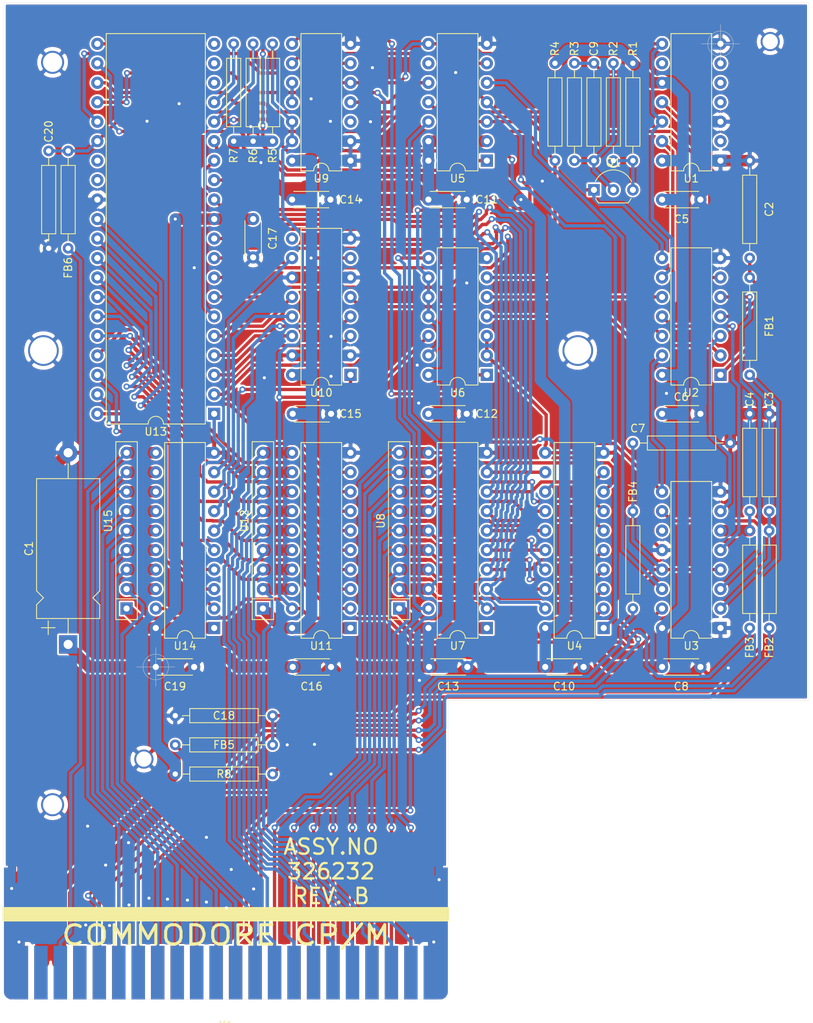
<source format=kicad_pcb>
(kicad_pcb (version 20171130) (host pcbnew "(5.1.5)-3")
  (title_block (title "Commodore CP/M Cartridge") (rev B))
  (layers (0 F.Cu signal) (31 B.Cu signal) (34 B.Paste user) (35 F.Paste user) (36 B.SilkS user) (37 F.SilkS user hide) (38 B.Mask user) (39 F.Mask user) (44 Edge.Cuts user))
  (net 0 "")
  (net 1 +5V)
  (net 2 GND)
  (net 3 "Net-(C2-Pad1)")
  (net 4 "Net-(C3-Pad1)")
  (net 5 "Net-(C4-Pad1)")
  (net 6 "Net-(C7-Pad1)")
  (net 7 "Net-(C9-Pad1)")
  (net 8 "Net-(C9-Pad2)")
  (net 9 "Net-(C18-Pad1)")
  (net 10 /Z80~RESET)
  (net 11 /IO1)
  (net 12 /BA)
  (net 13 /DotClk)
  (net 14 /R~W)
  (net 15 /Phi2)
  (net 16 /~RESET)
  (net 17 "Net-(Q1-Pad3)")
  (net 18 /Z80~CLK)
  (net 19 /~DMA)
  (net 20 /Z80~WAIT)
  (net 21 /PullUp1)
  (net 22 "Net-(R6-Pad2)")
  (net 23 "Net-(R7-Pad2)")
  (net 24 "Net-(U1-Pad13)")
  (net 25 "Net-(U1-Pad11)")
  (net 26 "Net-(U1-Pad9)")
  (net 27 "Net-(U1-Pad6)")
  (net 28 "Net-(U1-Pad5)")
  (net 29 "Net-(U1-Pad4)")
  (net 30 "Net-(U1-Pad2)")
  (net 31 "Net-(U2-Pad2)")
  (net 32 "Net-(U2-Pad3)")
  (net 33 "Net-(U2-Pad5)")
  (net 34 "Net-(U2-Pad6)")
  (net 35 "Net-(U2-Pad10)")
  (net 36 "Net-(U2-Pad11)")
  (net 37 /DLatch)
  (net 38 "Net-(U3-Pad11)")
  (net 39 "Net-(U3-Pad14)")
  (net 40 /ZD0)
  (net 41 /ZD2)
  (net 42 /ZD5)
  (net 43 /ZD6)
  (net 44 /ZD7)
  (net 45 /ZD4)
  (net 46 /ZD3)
  (net 47 /ZD1)
  (net 48 /D1)
  (net 49 /D3)
  (net 50 /D4)
  (net 51 /D7)
  (net 52 /D6)
  (net 53 /D5)
  (net 54 /D2)
  (net 55 /D0)
  (net 56 /Z80~RD)
  (net 57 /Z80~WR)
  (net 58 "Net-(U5-Pad6)")
  (net 59 "Net-(U5-Pad9)")
  (net 60 /Z80~BUSACK)
  (net 61 /ZDEnable)
  (net 62 "Net-(U9-Pad3)")
  (net 63 /Z80~BUSRQ)
  (net 64 "Net-(U9-Pad10)")
  (net 65 /XA13)
  (net 66 /ZA13)
  (net 67 /XA12)
  (net 68 /ZA12)
  (net 69 "Net-(U10-Pad9)")
  (net 70 /XA15)
  (net 71 /ZA15)
  (net 72 /XA14)
  (net 73 /ZA14)
  (net 74 /A7)
  (net 75 /A6)
  (net 76 /A5)
  (net 77 /A4)
  (net 78 /A3)
  (net 79 /A2)
  (net 80 /A1)
  (net 81 /A0)
  (net 82 /ZA0)
  (net 83 /ZA1)
  (net 84 /ZA2)
  (net 85 /ZA3)
  (net 86 /ZA4)
  (net 87 /ZA5)
  (net 88 /ZA6)
  (net 89 /ZA7)
  (net 90 /ZA8)
  (net 91 /ZA9)
  (net 92 /ZA10)
  (net 93 /ZA11)
  (net 94 /A8)
  (net 95 /A9)
  (net 96 /A10)
  (net 97 /A11)
  (net 98 /A12)
  (net 99 /A13)
  (net 100 /A14)
  (net 101 /A15)
  (net 102 "Net-(X1-Pad4)")
  (net 103 "Net-(X1-Pad8)")
  (net 104 "Net-(X1-Pad9)")
  (net 105 "Net-(X1-Pad10)")
  (net 106 "Net-(X1-Pad11)")
  (net 107 "Net-(X1-PadD)")
  (net 108 "Net-(X1-PadB)")
  (net 109 "Net-(R4-Pad1)")
  (net 110 "Net-(U13-Pad27)")
  (net 111 "Net-(U13-Pad28)")
  (net 112 "Net-(U13-Pad18)")
  (net 113 "Net-(U13-Pad19)")
  (net 114 "Net-(U13-Pad20)")
  (module CPU2:C64_EXPANSION_CARD_129x105mm (layer F.Cu) (at 92.964 178.308)
    (fp_text reference X1 (at 0 0.5) (layer F.SilkS))
    (fp_text value C64_EXPANSION_PORT)
    (fp_line (start 28.956 -41.8735) (end 76.044 -41.8735) (layer Edge.Cuts) (width 0.0254))
    (fp_line (start 76.044 -132.8735) (end 76.044 -41.8735) (layer Edge.Cuts) (width 0.0254))
    (fp_arc (start -22.86 -7.7597) (end -21.7043 -7.7343) (angle -180) (layer F.Cu) (width 1.95))
    (fp_arc (start -26.8732 -10.414) (end -26.8732 -9.5885) (angle 90) (layer B.Cu) (width 0.5))
    (fp_arc (start 26.8859 -10.414) (end 27.7114 -10.414) (angle 90) (layer B.Cu) (width 0.5))
    (fp_arc (start 26.8859 -10.414) (end 26.8859 -9.5885) (angle -90) (layer F.Cu) (width 0.5))
    (fp_arc (start -26.8732 -10.414) (end -27.6987 -10.414) (angle -90) (layer F.Cu) (width 0.5))
    (fp_poly (pts (xy -27.4955 -2.921) (xy -28.194 -2.921) (xy -28.6385 -3.175) (xy -28.8925 -3.6195) (xy -28.8925 -3.8735) (xy -28.8925 -20.0025) (xy -27.4955 -20.0025)) (layer B.Cu) (width 0.1))
    (fp_poly (pts (xy 27.4955 -2.921) (xy 28.194 -2.921) (xy 28.6385 -3.175) (xy 28.8925 -3.6195) (xy 28.8925 -3.8735) (xy 28.8925 -20.0025) (xy 27.4955 -20.0025)) (layer B.Cu) (width 0.1))
    (fp_arc (start 27.94 -3.8735) (end 28.956 -3.8735) (angle 90) (layer Edge.Cuts) (width 0.0254))
    (fp_poly (pts (xy 27.4955 -2.921) (xy 28.194 -2.921) (xy 28.6385 -3.175) (xy 28.8925 -3.6195) (xy 28.8925 -3.8735) (xy 28.8925 -20.0025) (xy 27.4955 -20.0025)) (layer F.Cu) (width 0.1))
    (fp_poly (pts (xy -27.4955 -2.921) (xy -28.194 -2.921) (xy -28.6385 -3.175) (xy -28.8925 -3.6195) (xy -28.8925 -3.8735) (xy -28.8925 -20.0025) (xy -27.4955 -20.0025)) (layer F.Cu) (width 0.1))
    (fp_line (start -28.956 -132.8735) (end 76.044 -132.8735) (layer Edge.Cuts) (width 0.0254))
    (fp_arc (start -27.94 -3.8735) (end -28.956 -3.8735) (angle -90) (layer Edge.Cuts) (width 0.0254))
    (fp_line (start 28.956 -41.8735) (end 28.956 -3.8735) (layer Edge.Cuts) (width 0.0254))
    (fp_line (start -28.956 -132.8735) (end -28.956 -3.8735) (layer Edge.Cuts) (width 0.0254))
    (fp_line (start -27.94 -2.8575) (end 27.94 -2.8575) (layer Edge.Cuts) (width 0.0254))
    (pad GND thru_hole circle (at 71 -127.8) (size 2.5 2.5) (drill 2) (layers *.Cu *.Mask) (net 2 GND))
    (pad GND thru_hole circle (at 45.9 -87.5) (size 4 4) (drill 3.5) (layers *.Cu *.Mask) (net 2 GND))
    (pad GND thru_hole circle (at -10.69975 -34.210625) (size 2.5 2.5) (drill 2) (layers *.Cu *.Mask) (net 2 GND))
    (pad GND thru_hole circle (at -23.8 -87.5) (size 4 4) (drill 3.5) (layers *.Cu *.Mask) (net 2 GND))
    (pad GND thru_hole circle (at -22.606 -125.095) (size 3 3) (drill 2.5) (layers *.Cu *.Mask) (net 2 GND))
    (pad GND thru_hole circle (at -22.606 -28.2575) (size 3 3) (drill 2.5) (layers *.Cu *.Mask) (net 2 GND))
    (pad J connect rect (at -8.89 -6.35) (size 1.75 7) (layers B.Cu B.Mask) (net 99 /A13))
    (pad L connect rect (at -3.81 -6.35) (size 1.75 7) (layers B.Cu B.Mask) (net 97 /A11))
    (pad H connect rect (at -11.43 -6.35) (size 1.75 7) (layers B.Cu B.Mask) (net 100 /A14))
    (pad K connect rect (at -6.35 -6.35) (size 1.75 7) (layers B.Cu B.Mask) (net 98 /A12))
    (pad F connect rect (at -13.97 -6.35) (size 1.75 7) (layers B.Cu B.Mask) (net 101 /A15))
    (pad A connect rect (at -26.67 -6.35) (size 1.75 7) (layers B.Cu B.Mask) (net 2 GND))
    (pad W connect rect (at 19.05 -6.35) (size 1.75 7) (layers B.Cu B.Mask) (net 79 /A2))
    (pad V connect rect (at 16.51 -6.35) (size 1.75 7) (layers B.Cu B.Mask) (net 78 /A3))
    (pad Y connect rect (at 24.13 -6.35) (size 1.75 7) (layers B.Cu B.Mask) (net 81 /A0))
    (pad X connect rect (at 21.59 -6.35) (size 1.75 7) (layers B.Cu B.Mask) (net 80 /A1))
    (pad Z connect rect (at 26.67 -6.35) (size 1.75 7) (layers B.Cu B.Mask) (net 2 GND))
    (pad P connect rect (at 3.81 -6.35) (size 1.75 7) (layers B.Cu B.Mask) (net 94 /A8))
    (pad R connect rect (at 6.35 -6.35) (size 1.75 7) (layers B.Cu B.Mask) (net 74 /A7))
    (pad N connect rect (at 1.27 -6.35) (size 1.75 7) (layers B.Cu B.Mask) (net 95 /A9))
    (pad U connect rect (at 13.97 -6.35) (size 1.75 7) (layers B.Cu B.Mask) (net 77 /A4))
    (pad T connect rect (at 11.43 -6.35) (size 1.75 7) (layers B.Cu B.Mask) (net 76 /A5))
    (pad M connect rect (at -1.27 -6.35) (size 1.75 7) (layers B.Cu B.Mask) (net 96 /A10))
    (pad S connect rect (at 8.89 -6.35) (size 1.75 7) (layers B.Cu B.Mask) (net 75 /A6))
    (pad C connect rect (at -21.59 -6.35) (size 1.75 7) (layers B.Cu B.Mask) (net 16 /~RESET))
    (pad B connect rect (at -24.13 -6.35) (size 1.75 7) (layers B.Cu B.Mask) (net 108 "Net-(X1-PadB)"))
    (pad D connect rect (at -19.05 -6.35) (size 1.75 7) (layers B.Cu B.Mask) (net 107 "Net-(X1-PadD)"))
    (pad E connect rect (at -16.51 -6.35) (size 1.75 7) (layers B.Cu B.Mask) (net 15 /Phi2))
    (pad 21 connect rect (at 24.13 -6.35) (size 1.75 7) (layers F.Cu F.Mask) (net 55 /D0))
    (pad 22 connect rect (at 26.67 -6.35) (size 1.75 7) (layers F.Cu F.Mask) (net 2 GND))
    (pad 18 connect rect (at 16.51 -6.35) (size 1.75 7) (layers F.Cu F.Mask) (net 49 /D3))
    (pad 20 connect rect (at 21.59 -6.35) (size 1.75 7) (layers F.Cu F.Mask) (net 48 /D1))
    (pad 17 connect rect (at 13.97 -6.35) (size 1.75 7) (layers F.Cu F.Mask) (net 50 /D4))
    (pad 19 connect rect (at 19.05 -6.35) (size 1.75 7) (layers F.Cu F.Mask) (net 54 /D2))
    (pad 16 connect rect (at 11.43 -6.35) (size 1.75 7) (layers F.Cu F.Mask) (net 53 /D5))
    (pad 11 connect rect (at -1.27 -6.35) (size 1.75 7) (layers F.Cu F.Mask) (net 106 "Net-(X1-Pad11)"))
    (pad 13 connect rect (at 3.81 -6.35) (size 1.75 7) (layers F.Cu F.Mask) (net 19 /~DMA))
    (pad 12 connect rect (at 1.27 -6.35) (size 1.75 7) (layers F.Cu F.Mask) (net 12 /BA))
    (pad 14 connect rect (at 6.35 -6.35) (size 1.75 7) (layers F.Cu F.Mask) (net 51 /D7))
    (pad 15 connect rect (at 8.89 -6.35) (size 1.75 7) (layers F.Cu F.Mask) (net 52 /D6))
    (pad 10 connect rect (at -3.81 -6.35) (size 1.75 7) (layers F.Cu F.Mask) (net 105 "Net-(X1-Pad10)"))
    (pad 9 connect rect (at -6.35 -6.35) (size 1.75 7) (layers F.Cu F.Mask) (net 104 "Net-(X1-Pad9)"))
    (pad 8 connect rect (at -8.89 -6.35) (size 1.75 7) (layers F.Cu F.Mask) (net 103 "Net-(X1-Pad8)"))
    (pad 7 connect rect (at -11.43 -6.35) (size 1.75 7) (layers F.Cu F.Mask) (net 11 /IO1))
    (pad 6 connect rect (at -13.97 -6.35) (size 1.75 7) (layers F.Cu F.Mask) (net 13 /DotClk))
    (pad 5 connect rect (at -16.51 -6.35) (size 1.75 7) (layers F.Cu F.Mask) (net 14 /R~W))
    (pad 4 connect rect (at -19.05 -6.35) (size 1.75 7) (layers F.Cu F.Mask) (net 102 "Net-(X1-Pad4)"))
    (pad 3 connect rect (at -21.59 -6.35) (size 1.75 7) (layers F.Cu F.Mask) (net 1 +5V))
    (pad 2 connect rect (at -24.13 -6.35) (size 1.75 7) (layers F.Cu F.Mask) (net 1 +5V))
    (pad 1 connect rect (at -26.67 -6.35) (size 1.75 7) (layers F.Cu F.Mask) (net 2 GND))
  )
  (module Package_DIP:DIP-14_W7.62mm (layer F.Cu) (at 157.48 66.04 180)
    (fp_text reference U1 (at 3.81 -2.33) (layer F.SilkS))
    (fp_text value 74S74)
    (pad 14 thru_hole oval (at 7.62 0 180) (size 1.6 1.6) (drill 0.8) (layers *.Cu *.Mask) (net 1 +5V))
    (pad 7 thru_hole oval (at 0 15.24 180) (size 1.6 1.6) (drill 0.8) (layers *.Cu *.Mask) (net 2 GND))
    (pad 13 thru_hole oval (at 7.62 2.54 180) (size 1.6 1.6) (drill 0.8) (layers *.Cu *.Mask) (net 24 "Net-(U1-Pad13)"))
    (pad 6 thru_hole oval (at 0 12.7 180) (size 1.6 1.6) (drill 0.8) (layers *.Cu *.Mask) (net 27 "Net-(U1-Pad6)"))
    (pad 12 thru_hole oval (at 7.62 5.08 180) (size 1.6 1.6) (drill 0.8) (layers *.Cu *.Mask) (net 8 "Net-(C9-Pad2)"))
    (pad 5 thru_hole oval (at 0 10.16 180) (size 1.6 1.6) (drill 0.8) (layers *.Cu *.Mask) (net 28 "Net-(U1-Pad5)"))
    (pad 11 thru_hole oval (at 7.62 7.62 180) (size 1.6 1.6) (drill 0.8) (layers *.Cu *.Mask) (net 25 "Net-(U1-Pad11)"))
    (pad 4 thru_hole oval (at 0 7.62 180) (size 1.6 1.6) (drill 0.8) (layers *.Cu *.Mask) (net 29 "Net-(U1-Pad4)"))
    (pad 10 thru_hole oval (at 7.62 10.16 180) (size 1.6 1.6) (drill 0.8) (layers *.Cu *.Mask) (net 1 +5V))
    (pad 3 thru_hole oval (at 0 5.08 180) (size 1.6 1.6) (drill 0.8) (layers *.Cu *.Mask) (net 2 GND))
    (pad 9 thru_hole oval (at 7.62 12.7 180) (size 1.6 1.6) (drill 0.8) (layers *.Cu *.Mask) (net 26 "Net-(U1-Pad9)"))
    (pad 2 thru_hole oval (at 0 2.54 180) (size 1.6 1.6) (drill 0.8) (layers *.Cu *.Mask) (net 30 "Net-(U1-Pad2)"))
    (pad 8 thru_hole oval (at 7.62 15.24 180) (size 1.6 1.6) (drill 0.8) (layers *.Cu *.Mask) (net 8 "Net-(C9-Pad2)"))
    (pad 1 thru_hole rect (at 0 0 180) (size 1.6 1.6) (drill 0.8) (layers *.Cu *.Mask) (net 2 GND))
  )
  (module Package_DIP:DIP-14_W7.62mm (layer F.Cu) (at 157.48 93.98 180)
    (fp_text reference U2 (at 3.81 -2.33) (layer F.SilkS))
    (fp_text value 74S04)
    (pad 1 thru_hole rect (at 0 0 180) (size 1.6 1.6) (drill 0.8) (layers *.Cu *.Mask) (net 3 "Net-(C2-Pad1)"))
    (pad 8 thru_hole oval (at 7.62 15.24 180) (size 1.6 1.6) (drill 0.8) (layers *.Cu *.Mask) (net 18 /Z80~CLK))
    (pad 2 thru_hole oval (at 0 2.54 180) (size 1.6 1.6) (drill 0.8) (layers *.Cu *.Mask) (net 31 "Net-(U2-Pad2)"))
    (pad 9 thru_hole oval (at 7.62 12.7 180) (size 1.6 1.6) (drill 0.8) (layers *.Cu *.Mask) (net 8 "Net-(C9-Pad2)"))
    (pad 3 thru_hole oval (at 0 5.08 180) (size 1.6 1.6) (drill 0.8) (layers *.Cu *.Mask) (net 32 "Net-(U2-Pad3)"))
    (pad 10 thru_hole oval (at 7.62 10.16 180) (size 1.6 1.6) (drill 0.8) (layers *.Cu *.Mask) (net 35 "Net-(U2-Pad10)"))
    (pad 4 thru_hole oval (at 0 7.62 180) (size 1.6 1.6) (drill 0.8) (layers *.Cu *.Mask) (net 25 "Net-(U1-Pad11)"))
    (pad 11 thru_hole oval (at 7.62 7.62 180) (size 1.6 1.6) (drill 0.8) (layers *.Cu *.Mask) (net 36 "Net-(U2-Pad11)"))
    (pad 5 thru_hole oval (at 0 10.16 180) (size 1.6 1.6) (drill 0.8) (layers *.Cu *.Mask) (net 33 "Net-(U2-Pad5)"))
    (pad 12 thru_hole oval (at 7.62 5.08 180) (size 1.6 1.6) (drill 0.8) (layers *.Cu *.Mask) (net 24 "Net-(U1-Pad13)"))
    (pad 6 thru_hole oval (at 0 12.7 180) (size 1.6 1.6) (drill 0.8) (layers *.Cu *.Mask) (net 34 "Net-(U2-Pad6)"))
    (pad 13 thru_hole oval (at 7.62 2.54 180) (size 1.6 1.6) (drill 0.8) (layers *.Cu *.Mask) (net 37 /DLatch))
    (pad 7 thru_hole oval (at 0 15.24 180) (size 1.6 1.6) (drill 0.8) (layers *.Cu *.Mask) (net 2 GND))
    (pad 14 thru_hole oval (at 7.62 0 180) (size 1.6 1.6) (drill 0.8) (layers *.Cu *.Mask) (net 1 +5V))
  )
  (module Package_DIP:DIP-16_W7.62mm (layer F.Cu) (at 157.48 127 180)
    (fp_text reference U3 (at 3.81 -2.33) (layer F.SilkS))
    (fp_text value 74LS367)
    (pad 1 thru_hole rect (at 0 0 180) (size 1.6 1.6) (drill 0.8) (layers *.Cu *.Mask) (net 2 GND))
    (pad 9 thru_hole oval (at 7.62 17.78 180) (size 1.6 1.6) (drill 0.8) (layers *.Cu *.Mask) (net 37 /DLatch))
    (pad 2 thru_hole oval (at 0 2.54 180) (size 1.6 1.6) (drill 0.8) (layers *.Cu *.Mask) (net 4 "Net-(C3-Pad1)"))
    (pad 10 thru_hole oval (at 7.62 15.24 180) (size 1.6 1.6) (drill 0.8) (layers *.Cu *.Mask) (net 9 "Net-(C18-Pad1)"))
    (pad 3 thru_hole oval (at 0 5.08 180) (size 1.6 1.6) (drill 0.8) (layers *.Cu *.Mask) (net 33 "Net-(U2-Pad5)"))
    (pad 11 thru_hole oval (at 7.62 12.7 180) (size 1.6 1.6) (drill 0.8) (layers *.Cu *.Mask) (net 38 "Net-(U3-Pad11)"))
    (pad 4 thru_hole oval (at 0 7.62 180) (size 1.6 1.6) (drill 0.8) (layers *.Cu *.Mask) (net 6 "Net-(C7-Pad1)"))
    (pad 12 thru_hole oval (at 7.62 10.16 180) (size 1.6 1.6) (drill 0.8) (layers *.Cu *.Mask) (net 2 GND))
    (pad 5 thru_hole oval (at 0 10.16 180) (size 1.6 1.6) (drill 0.8) (layers *.Cu *.Mask) (net 36 "Net-(U2-Pad11)"))
    (pad 13 thru_hole oval (at 7.62 7.62 180) (size 1.6 1.6) (drill 0.8) (layers *.Cu *.Mask) (net 6 "Net-(C7-Pad1)"))
    (pad 6 thru_hole oval (at 0 12.7 180) (size 1.6 1.6) (drill 0.8) (layers *.Cu *.Mask) (net 5 "Net-(C4-Pad1)"))
    (pad 14 thru_hole oval (at 7.62 5.08 180) (size 1.6 1.6) (drill 0.8) (layers *.Cu *.Mask) (net 39 "Net-(U3-Pad14)"))
    (pad 7 thru_hole oval (at 0 15.24 180) (size 1.6 1.6) (drill 0.8) (layers *.Cu *.Mask) (net 32 "Net-(U2-Pad3)"))
    (pad 15 thru_hole oval (at 7.62 2.54 180) (size 1.6 1.6) (drill 0.8) (layers *.Cu *.Mask) (net 21 /PullUp1))
    (pad 8 thru_hole oval (at 0 17.78 180) (size 1.6 1.6) (drill 0.8) (layers *.Cu *.Mask) (net 2 GND))
    (pad 16 thru_hole oval (at 7.62 0 180) (size 1.6 1.6) (drill 0.8) (layers *.Cu *.Mask) (net 1 +5V))
  )
  (module Package_DIP:DIP-14_W7.62mm (layer F.Cu) (at 127 66.04 180)
    (fp_text reference U5 (at 3.81 -2.33) (layer F.SilkS))
    (fp_text value 74LS74)
    (pad 1 thru_hole rect (at 0 0 180) (size 1.6 1.6) (drill 0.8) (layers *.Cu *.Mask) (net 57 /Z80~WR))
    (pad 8 thru_hole oval (at 7.62 15.24 180) (size 1.6 1.6) (drill 0.8) (layers *.Cu *.Mask) (net 20 /Z80~WAIT))
    (pad 2 thru_hole oval (at 0 2.54 180) (size 1.6 1.6) (drill 0.8) (layers *.Cu *.Mask) (net 1 +5V))
    (pad 9 thru_hole oval (at 7.62 12.7 180) (size 1.6 1.6) (drill 0.8) (layers *.Cu *.Mask) (net 59 "Net-(U5-Pad9)"))
    (pad 3 thru_hole oval (at 0 5.08 180) (size 1.6 1.6) (drill 0.8) (layers *.Cu *.Mask) (net 18 /Z80~CLK))
    (pad 10 thru_hole oval (at 7.62 10.16 180) (size 1.6 1.6) (drill 0.8) (layers *.Cu *.Mask) (net 10 /Z80~RESET))
    (pad 4 thru_hole oval (at 0 7.62 180) (size 1.6 1.6) (drill 0.8) (layers *.Cu *.Mask) (net 20 /Z80~WAIT))
    (pad 11 thru_hole oval (at 7.62 7.62 180) (size 1.6 1.6) (drill 0.8) (layers *.Cu *.Mask) (net 109 "Net-(R4-Pad1)"))
    (pad 5 thru_hole oval (at 0 10.16 180) (size 1.6 1.6) (drill 0.8) (layers *.Cu *.Mask) (net 39 "Net-(U3-Pad14)"))
    (pad 12 thru_hole oval (at 7.62 5.08 180) (size 1.6 1.6) (drill 0.8) (layers *.Cu *.Mask) (net 55 /D0))
    (pad 6 thru_hole oval (at 0 12.7 180) (size 1.6 1.6) (drill 0.8) (layers *.Cu *.Mask) (net 58 "Net-(U5-Pad6)"))
    (pad 13 thru_hole oval (at 7.62 2.54 180) (size 1.6 1.6) (drill 0.8) (layers *.Cu *.Mask) (net 1 +5V))
    (pad 7 thru_hole oval (at 0 15.24 180) (size 1.6 1.6) (drill 0.8) (layers *.Cu *.Mask) (net 2 GND))
    (pad 14 thru_hole oval (at 7.62 0 180) (size 1.6 1.6) (drill 0.8) (layers *.Cu *.Mask) (net 1 +5V))
  )
  (module Package_DIP:DIP-14_W7.62mm (layer F.Cu) (at 127 93.98 180)
    (fp_text reference U6 (at 3.81 -2.33) (layer F.SilkS))
    (fp_text value 74LS12)
    (pad 1 thru_hole rect (at 0 0 180) (size 1.6 1.6) (drill 0.8) (layers *.Cu *.Mask) (net 60 /Z80~BUSACK))
    (pad 8 thru_hole oval (at 7.62 15.24 180) (size 1.6 1.6) (drill 0.8) (layers *.Cu *.Mask) (net 19 /~DMA))
    (pad 2 thru_hole oval (at 0 2.54 180) (size 1.6 1.6) (drill 0.8) (layers *.Cu *.Mask) (net 37 /DLatch))
    (pad 9 thru_hole oval (at 7.62 12.7 180) (size 1.6 1.6) (drill 0.8) (layers *.Cu *.Mask) (net 20 /Z80~WAIT))
    (pad 3 thru_hole oval (at 0 5.08 180) (size 1.6 1.6) (drill 0.8) (layers *.Cu *.Mask) (net 37 /DLatch))
    (pad 10 thru_hole oval (at 7.62 10.16 180) (size 1.6 1.6) (drill 0.8) (layers *.Cu *.Mask) (net 20 /Z80~WAIT))
    (pad 4 thru_hole oval (at 0 7.62 180) (size 1.6 1.6) (drill 0.8) (layers *.Cu *.Mask) (net 31 "Net-(U2-Pad2)"))
    (pad 11 thru_hole oval (at 7.62 7.62 180) (size 1.6 1.6) (drill 0.8) (layers *.Cu *.Mask) (net 20 /Z80~WAIT))
    (pad 5 thru_hole oval (at 0 10.16 180) (size 1.6 1.6) (drill 0.8) (layers *.Cu *.Mask) (net 35 "Net-(U2-Pad10)"))
    (pad 12 thru_hole oval (at 7.62 5.08 180) (size 1.6 1.6) (drill 0.8) (layers *.Cu *.Mask) (net 21 /PullUp1))
    (pad 6 thru_hole oval (at 0 12.7 180) (size 1.6 1.6) (drill 0.8) (layers *.Cu *.Mask) (net 109 "Net-(R4-Pad1)"))
    (pad 13 thru_hole oval (at 7.62 2.54 180) (size 1.6 1.6) (drill 0.8) (layers *.Cu *.Mask) (net 20 /Z80~WAIT))
    (pad 7 thru_hole oval (at 0 15.24 180) (size 1.6 1.6) (drill 0.8) (layers *.Cu *.Mask) (net 2 GND))
    (pad 14 thru_hole oval (at 7.62 0 180) (size 1.6 1.6) (drill 0.8) (layers *.Cu *.Mask) (net 1 +5V))
  )
  (module Package_DIP:DIP-20_W7.62mm (layer F.Cu) (at 127 127 180)
    (fp_text reference U7 (at 3.81 -2.33) (layer F.SilkS))
    (fp_text value 74LS245)
    (pad 1 thru_hole rect (at 0 0 180) (size 1.6 1.6) (drill 0.8) (layers *.Cu *.Mask) (net 1 +5V))
    (pad 11 thru_hole oval (at 7.62 22.86 180) (size 1.6 1.6) (drill 0.8) (layers *.Cu *.Mask) (net 51 /D7))
    (pad 2 thru_hole oval (at 0 2.54 180) (size 1.6 1.6) (drill 0.8) (layers *.Cu *.Mask) (net 40 /ZD0))
    (pad 12 thru_hole oval (at 7.62 20.32 180) (size 1.6 1.6) (drill 0.8) (layers *.Cu *.Mask) (net 52 /D6))
    (pad 3 thru_hole oval (at 0 5.08 180) (size 1.6 1.6) (drill 0.8) (layers *.Cu *.Mask) (net 47 /ZD1))
    (pad 13 thru_hole oval (at 7.62 17.78 180) (size 1.6 1.6) (drill 0.8) (layers *.Cu *.Mask) (net 53 /D5))
    (pad 4 thru_hole oval (at 0 7.62 180) (size 1.6 1.6) (drill 0.8) (layers *.Cu *.Mask) (net 41 /ZD2))
    (pad 14 thru_hole oval (at 7.62 15.24 180) (size 1.6 1.6) (drill 0.8) (layers *.Cu *.Mask) (net 50 /D4))
    (pad 5 thru_hole oval (at 0 10.16 180) (size 1.6 1.6) (drill 0.8) (layers *.Cu *.Mask) (net 46 /ZD3))
    (pad 15 thru_hole oval (at 7.62 12.7 180) (size 1.6 1.6) (drill 0.8) (layers *.Cu *.Mask) (net 49 /D3))
    (pad 6 thru_hole oval (at 0 12.7 180) (size 1.6 1.6) (drill 0.8) (layers *.Cu *.Mask) (net 45 /ZD4))
    (pad 16 thru_hole oval (at 7.62 10.16 180) (size 1.6 1.6) (drill 0.8) (layers *.Cu *.Mask) (net 54 /D2))
    (pad 7 thru_hole oval (at 0 15.24 180) (size 1.6 1.6) (drill 0.8) (layers *.Cu *.Mask) (net 42 /ZD5))
    (pad 17 thru_hole oval (at 7.62 7.62 180) (size 1.6 1.6) (drill 0.8) (layers *.Cu *.Mask) (net 48 /D1))
    (pad 8 thru_hole oval (at 0 17.78 180) (size 1.6 1.6) (drill 0.8) (layers *.Cu *.Mask) (net 43 /ZD6))
    (pad 18 thru_hole oval (at 7.62 5.08 180) (size 1.6 1.6) (drill 0.8) (layers *.Cu *.Mask) (net 55 /D0))
    (pad 9 thru_hole oval (at 0 20.32 180) (size 1.6 1.6) (drill 0.8) (layers *.Cu *.Mask) (net 44 /ZD7))
    (pad 19 thru_hole oval (at 7.62 2.54 180) (size 1.6 1.6) (drill 0.8) (layers *.Cu *.Mask) (net 61 /ZDEnable))
    (pad 10 thru_hole oval (at 0 22.86 180) (size 1.6 1.6) (drill 0.8) (layers *.Cu *.Mask) (net 2 GND))
    (pad 20 thru_hole oval (at 7.62 0 180) (size 1.6 1.6) (drill 0.8) (layers *.Cu *.Mask) (net 1 +5V))
  )
  (module Package_DIP:DIP-14_W7.62mm (layer F.Cu) (at 109.22 66.04 180)
    (fp_text reference U9 (at 3.81 -2.33) (layer F.SilkS))
    (fp_text value 74LS00)
    (pad 14 thru_hole oval (at 7.62 0 180) (size 1.6 1.6) (drill 0.8) (layers *.Cu *.Mask) (net 1 +5V))
    (pad 7 thru_hole oval (at 0 15.24 180) (size 1.6 1.6) (drill 0.8) (layers *.Cu *.Mask) (net 2 GND))
    (pad 13 thru_hole oval (at 7.62 2.54 180) (size 1.6 1.6) (drill 0.8) (layers *.Cu *.Mask) (net 21 /PullUp1))
    (pad 6 thru_hole oval (at 0 12.7 180) (size 1.6 1.6) (drill 0.8) (layers *.Cu *.Mask) (net 63 /Z80~BUSRQ))
    (pad 12 thru_hole oval (at 7.62 5.08 180) (size 1.6 1.6) (drill 0.8) (layers *.Cu *.Mask) (net 21 /PullUp1))
    (pad 5 thru_hole oval (at 0 10.16 180) (size 1.6 1.6) (drill 0.8) (layers *.Cu *.Mask) (net 20 /Z80~WAIT))
    (pad 11 thru_hole oval (at 7.62 7.62 180) (size 1.6 1.6) (drill 0.8) (layers *.Cu *.Mask) (net 64 "Net-(U9-Pad10)"))
    (pad 4 thru_hole oval (at 0 7.62 180) (size 1.6 1.6) (drill 0.8) (layers *.Cu *.Mask) (net 34 "Net-(U2-Pad6)"))
    (pad 10 thru_hole oval (at 7.62 10.16 180) (size 1.6 1.6) (drill 0.8) (layers *.Cu *.Mask) (net 64 "Net-(U9-Pad10)"))
    (pad 3 thru_hole oval (at 0 5.08 180) (size 1.6 1.6) (drill 0.8) (layers *.Cu *.Mask) (net 62 "Net-(U9-Pad3)"))
    (pad 9 thru_hole oval (at 7.62 12.7 180) (size 1.6 1.6) (drill 0.8) (layers *.Cu *.Mask) (net 58 "Net-(U5-Pad6)"))
    (pad 2 thru_hole oval (at 0 2.54 180) (size 1.6 1.6) (drill 0.8) (layers *.Cu *.Mask) (net 2 GND))
    (pad 8 thru_hole oval (at 7.62 15.24 180) (size 1.6 1.6) (drill 0.8) (layers *.Cu *.Mask) (net 61 /ZDEnable))
    (pad 1 thru_hole rect (at 0 0 180) (size 1.6 1.6) (drill 0.8) (layers *.Cu *.Mask) (net 2 GND))
  )
  (module Package_DIP:DIP-16_W7.62mm (layer F.Cu) (at 109.22 93.98 180)
    (fp_text reference U10 (at 3.81 -2.33) (layer F.SilkS))
    (fp_text value 74LS283)
    (pad 16 thru_hole oval (at 7.62 0 180) (size 1.6 1.6) (drill 0.8) (layers *.Cu *.Mask) (net 1 +5V))
    (pad 8 thru_hole oval (at 0 17.78 180) (size 1.6 1.6) (drill 0.8) (layers *.Cu *.Mask) (net 2 GND))
    (pad 15 thru_hole oval (at 7.62 2.54 180) (size 1.6 1.6) (drill 0.8) (layers *.Cu *.Mask) (net 2 GND))
    (pad 7 thru_hole oval (at 0 15.24 180) (size 1.6 1.6) (drill 0.8) (layers *.Cu *.Mask) (net 1 +5V))
    (pad 14 thru_hole oval (at 7.62 5.08 180) (size 1.6 1.6) (drill 0.8) (layers *.Cu *.Mask) (net 73 /ZA14))
    (pad 6 thru_hole oval (at 0 12.7 180) (size 1.6 1.6) (drill 0.8) (layers *.Cu *.Mask) (net 2 GND))
    (pad 13 thru_hole oval (at 7.62 7.62 180) (size 1.6 1.6) (drill 0.8) (layers *.Cu *.Mask) (net 72 /XA14))
    (pad 5 thru_hole oval (at 0 10.16 180) (size 1.6 1.6) (drill 0.8) (layers *.Cu *.Mask) (net 68 /ZA12))
    (pad 12 thru_hole oval (at 7.62 10.16 180) (size 1.6 1.6) (drill 0.8) (layers *.Cu *.Mask) (net 71 /ZA15))
    (pad 4 thru_hole oval (at 0 7.62 180) (size 1.6 1.6) (drill 0.8) (layers *.Cu *.Mask) (net 67 /XA12))
    (pad 11 thru_hole oval (at 7.62 12.7 180) (size 1.6 1.6) (drill 0.8) (layers *.Cu *.Mask) (net 2 GND))
    (pad 3 thru_hole oval (at 0 5.08 180) (size 1.6 1.6) (drill 0.8) (layers *.Cu *.Mask) (net 66 /ZA13))
    (pad 10 thru_hole oval (at 7.62 15.24 180) (size 1.6 1.6) (drill 0.8) (layers *.Cu *.Mask) (net 70 /XA15))
    (pad 2 thru_hole oval (at 0 2.54 180) (size 1.6 1.6) (drill 0.8) (layers *.Cu *.Mask) (net 2 GND))
    (pad 9 thru_hole oval (at 7.62 17.78 180) (size 1.6 1.6) (drill 0.8) (layers *.Cu *.Mask) (net 69 "Net-(U10-Pad9)"))
    (pad 1 thru_hole rect (at 0 0 180) (size 1.6 1.6) (drill 0.8) (layers *.Cu *.Mask) (net 65 /XA13))
  )
  (module Package_DIP:DIP-20_W7.62mm (layer F.Cu) (at 109.22 127 180)
    (fp_text reference U11 (at 3.81 -2.33) (layer F.SilkS))
    (fp_text value 74LS245)
    (pad 1 thru_hole rect (at 0 0 180) (size 1.6 1.6) (drill 0.8) (layers *.Cu *.Mask) (net 1 +5V))
    (pad 11 thru_hole oval (at 7.62 22.86 180) (size 1.6 1.6) (drill 0.8) (layers *.Cu *.Mask) (net 74 /A7))
    (pad 2 thru_hole oval (at 0 2.54 180) (size 1.6 1.6) (drill 0.8) (layers *.Cu *.Mask) (net 82 /ZA0))
    (pad 12 thru_hole oval (at 7.62 20.32 180) (size 1.6 1.6) (drill 0.8) (layers *.Cu *.Mask) (net 75 /A6))
    (pad 3 thru_hole oval (at 0 5.08 180) (size 1.6 1.6) (drill 0.8) (layers *.Cu *.Mask) (net 83 /ZA1))
    (pad 13 thru_hole oval (at 7.62 17.78 180) (size 1.6 1.6) (drill 0.8) (layers *.Cu *.Mask) (net 76 /A5))
    (pad 4 thru_hole oval (at 0 7.62 180) (size 1.6 1.6) (drill 0.8) (layers *.Cu *.Mask) (net 84 /ZA2))
    (pad 14 thru_hole oval (at 7.62 15.24 180) (size 1.6 1.6) (drill 0.8) (layers *.Cu *.Mask) (net 77 /A4))
    (pad 5 thru_hole oval (at 0 10.16 180) (size 1.6 1.6) (drill 0.8) (layers *.Cu *.Mask) (net 85 /ZA3))
    (pad 15 thru_hole oval (at 7.62 12.7 180) (size 1.6 1.6) (drill 0.8) (layers *.Cu *.Mask) (net 78 /A3))
    (pad 6 thru_hole oval (at 0 12.7 180) (size 1.6 1.6) (drill 0.8) (layers *.Cu *.Mask) (net 86 /ZA4))
    (pad 16 thru_hole oval (at 7.62 10.16 180) (size 1.6 1.6) (drill 0.8) (layers *.Cu *.Mask) (net 79 /A2))
    (pad 7 thru_hole oval (at 0 15.24 180) (size 1.6 1.6) (drill 0.8) (layers *.Cu *.Mask) (net 87 /ZA5))
    (pad 17 thru_hole oval (at 7.62 7.62 180) (size 1.6 1.6) (drill 0.8) (layers *.Cu *.Mask) (net 80 /A1))
    (pad 8 thru_hole oval (at 0 17.78 180) (size 1.6 1.6) (drill 0.8) (layers *.Cu *.Mask) (net 88 /ZA6))
    (pad 18 thru_hole oval (at 7.62 5.08 180) (size 1.6 1.6) (drill 0.8) (layers *.Cu *.Mask) (net 81 /A0))
    (pad 9 thru_hole oval (at 0 20.32 180) (size 1.6 1.6) (drill 0.8) (layers *.Cu *.Mask) (net 89 /ZA7))
    (pad 19 thru_hole oval (at 7.62 2.54 180) (size 1.6 1.6) (drill 0.8) (layers *.Cu *.Mask) (net 21 /PullUp1))
    (pad 10 thru_hole oval (at 0 22.86 180) (size 1.6 1.6) (drill 0.8) (layers *.Cu *.Mask) (net 2 GND))
    (pad 20 thru_hole oval (at 7.62 0 180) (size 1.6 1.6) (drill 0.8) (layers *.Cu *.Mask) (net 1 +5V))
  )
  (module Package_DIP:DIP-40_W15.24mm (layer F.Cu) (at 91.44 99.06 180)
    (fp_text reference U13 (at 7.62 -2.33) (layer F.SilkS))
    (fp_text value Z80CPU)
    (pad 1 thru_hole rect (at 0 0 180) (size 1.6 1.6) (drill 0.8) (layers *.Cu *.Mask) (net 93 /ZA11))
    (pad 21 thru_hole oval (at 15.24 48.26 180) (size 1.6 1.6) (drill 0.8) (layers *.Cu *.Mask) (net 56 /Z80~RD))
    (pad 2 thru_hole oval (at 0 2.54 180) (size 1.6 1.6) (drill 0.8) (layers *.Cu *.Mask) (net 68 /ZA12))
    (pad 22 thru_hole oval (at 15.24 45.72 180) (size 1.6 1.6) (drill 0.8) (layers *.Cu *.Mask) (net 57 /Z80~WR))
    (pad 3 thru_hole oval (at 0 5.08 180) (size 1.6 1.6) (drill 0.8) (layers *.Cu *.Mask) (net 66 /ZA13))
    (pad 23 thru_hole oval (at 15.24 43.18 180) (size 1.6 1.6) (drill 0.8) (layers *.Cu *.Mask) (net 60 /Z80~BUSACK))
    (pad 4 thru_hole oval (at 0 7.62 180) (size 1.6 1.6) (drill 0.8) (layers *.Cu *.Mask) (net 73 /ZA14))
    (pad 24 thru_hole oval (at 15.24 40.64 180) (size 1.6 1.6) (drill 0.8) (layers *.Cu *.Mask) (net 20 /Z80~WAIT))
    (pad 5 thru_hole oval (at 0 10.16 180) (size 1.6 1.6) (drill 0.8) (layers *.Cu *.Mask) (net 71 /ZA15))
    (pad 25 thru_hole oval (at 15.24 38.1 180) (size 1.6 1.6) (drill 0.8) (layers *.Cu *.Mask) (net 63 /Z80~BUSRQ))
    (pad 6 thru_hole oval (at 0 12.7 180) (size 1.6 1.6) (drill 0.8) (layers *.Cu *.Mask) (net 18 /Z80~CLK))
    (pad 26 thru_hole oval (at 15.24 35.56 180) (size 1.6 1.6) (drill 0.8) (layers *.Cu *.Mask) (net 10 /Z80~RESET))
    (pad 7 thru_hole oval (at 0 15.24 180) (size 1.6 1.6) (drill 0.8) (layers *.Cu *.Mask) (net 45 /ZD4))
    (pad 27 thru_hole oval (at 15.24 33.02 180) (size 1.6 1.6) (drill 0.8) (layers *.Cu *.Mask) (net 110 "Net-(U13-Pad27)"))
    (pad 8 thru_hole oval (at 0 17.78 180) (size 1.6 1.6) (drill 0.8) (layers *.Cu *.Mask) (net 46 /ZD3))
    (pad 28 thru_hole oval (at 15.24 30.48 180) (size 1.6 1.6) (drill 0.8) (layers *.Cu *.Mask) (net 111 "Net-(U13-Pad28)"))
    (pad 9 thru_hole oval (at 0 20.32 180) (size 1.6 1.6) (drill 0.8) (layers *.Cu *.Mask) (net 42 /ZD5))
    (pad 29 thru_hole oval (at 15.24 27.94 180) (size 1.6 1.6) (drill 0.8) (layers *.Cu *.Mask) (net 2 GND))
    (pad 10 thru_hole oval (at 0 22.86 180) (size 1.6 1.6) (drill 0.8) (layers *.Cu *.Mask) (net 43 /ZD6))
    (pad 30 thru_hole oval (at 15.24 25.4 180) (size 1.6 1.6) (drill 0.8) (layers *.Cu *.Mask) (net 82 /ZA0))
    (pad 11 thru_hole oval (at 0 25.4 180) (size 1.6 1.6) (drill 0.8) (layers *.Cu *.Mask) (net 1 +5V))
    (pad 31 thru_hole oval (at 15.24 22.86 180) (size 1.6 1.6) (drill 0.8) (layers *.Cu *.Mask) (net 83 /ZA1))
    (pad 12 thru_hole oval (at 0 27.94 180) (size 1.6 1.6) (drill 0.8) (layers *.Cu *.Mask) (net 41 /ZD2))
    (pad 32 thru_hole oval (at 15.24 20.32 180) (size 1.6 1.6) (drill 0.8) (layers *.Cu *.Mask) (net 84 /ZA2))
    (pad 13 thru_hole oval (at 0 30.48 180) (size 1.6 1.6) (drill 0.8) (layers *.Cu *.Mask) (net 44 /ZD7))
    (pad 33 thru_hole oval (at 15.24 17.78 180) (size 1.6 1.6) (drill 0.8) (layers *.Cu *.Mask) (net 85 /ZA3))
    (pad 14 thru_hole oval (at 0 33.02 180) (size 1.6 1.6) (drill 0.8) (layers *.Cu *.Mask) (net 40 /ZD0))
    (pad 34 thru_hole oval (at 15.24 15.24 180) (size 1.6 1.6) (drill 0.8) (layers *.Cu *.Mask) (net 86 /ZA4))
    (pad 15 thru_hole oval (at 0 35.56 180) (size 1.6 1.6) (drill 0.8) (layers *.Cu *.Mask) (net 47 /ZD1))
    (pad 35 thru_hole oval (at 15.24 12.7 180) (size 1.6 1.6) (drill 0.8) (layers *.Cu *.Mask) (net 87 /ZA5))
    (pad 16 thru_hole oval (at 0 38.1 180) (size 1.6 1.6) (drill 0.8) (layers *.Cu *.Mask) (net 22 "Net-(R6-Pad2)"))
    (pad 36 thru_hole oval (at 15.24 10.16 180) (size 1.6 1.6) (drill 0.8) (layers *.Cu *.Mask) (net 88 /ZA6))
    (pad 17 thru_hole oval (at 0 40.64 180) (size 1.6 1.6) (drill 0.8) (layers *.Cu *.Mask) (net 23 "Net-(R7-Pad2)"))
    (pad 37 thru_hole oval (at 15.24 7.62 180) (size 1.6 1.6) (drill 0.8) (layers *.Cu *.Mask) (net 89 /ZA7))
    (pad 18 thru_hole oval (at 0 43.18 180) (size 1.6 1.6) (drill 0.8) (layers *.Cu *.Mask) (net 112 "Net-(U13-Pad18)"))
    (pad 38 thru_hole oval (at 15.24 5.08 180) (size 1.6 1.6) (drill 0.8) (layers *.Cu *.Mask) (net 90 /ZA8))
    (pad 19 thru_hole oval (at 0 45.72 180) (size 1.6 1.6) (drill 0.8) (layers *.Cu *.Mask) (net 113 "Net-(U13-Pad19)"))
    (pad 39 thru_hole oval (at 15.24 2.54 180) (size 1.6 1.6) (drill 0.8) (layers *.Cu *.Mask) (net 91 /ZA9))
    (pad 20 thru_hole oval (at 0 48.26 180) (size 1.6 1.6) (drill 0.8) (layers *.Cu *.Mask) (net 114 "Net-(U13-Pad20)"))
    (pad 40 thru_hole oval (at 15.24 0 180) (size 1.6 1.6) (drill 0.8) (layers *.Cu *.Mask) (net 92 /ZA10))
  )
  (module Package_DIP:DIP-20_W7.62mm (layer F.Cu) (at 91.44 127 180)
    (fp_text reference U14 (at 3.81 -2.33) (layer F.SilkS))
    (fp_text value 74LS245)
    (pad 20 thru_hole oval (at 7.62 0 180) (size 1.6 1.6) (drill 0.8) (layers *.Cu *.Mask) (net 1 +5V))
    (pad 10 thru_hole oval (at 0 22.86 180) (size 1.6 1.6) (drill 0.8) (layers *.Cu *.Mask) (net 2 GND))
    (pad 19 thru_hole oval (at 7.62 2.54 180) (size 1.6 1.6) (drill 0.8) (layers *.Cu *.Mask) (net 21 /PullUp1))
    (pad 9 thru_hole oval (at 0 20.32 180) (size 1.6 1.6) (drill 0.8) (layers *.Cu *.Mask) (net 70 /XA15))
    (pad 18 thru_hole oval (at 7.62 5.08 180) (size 1.6 1.6) (drill 0.8) (layers *.Cu *.Mask) (net 94 /A8))
    (pad 8 thru_hole oval (at 0 17.78 180) (size 1.6 1.6) (drill 0.8) (layers *.Cu *.Mask) (net 72 /XA14))
    (pad 17 thru_hole oval (at 7.62 7.62 180) (size 1.6 1.6) (drill 0.8) (layers *.Cu *.Mask) (net 95 /A9))
    (pad 7 thru_hole oval (at 0 15.24 180) (size 1.6 1.6) (drill 0.8) (layers *.Cu *.Mask) (net 65 /XA13))
    (pad 16 thru_hole oval (at 7.62 10.16 180) (size 1.6 1.6) (drill 0.8) (layers *.Cu *.Mask) (net 96 /A10))
    (pad 6 thru_hole oval (at 0 12.7 180) (size 1.6 1.6) (drill 0.8) (layers *.Cu *.Mask) (net 67 /XA12))
    (pad 15 thru_hole oval (at 7.62 12.7 180) (size 1.6 1.6) (drill 0.8) (layers *.Cu *.Mask) (net 97 /A11))
    (pad 5 thru_hole oval (at 0 10.16 180) (size 1.6 1.6) (drill 0.8) (layers *.Cu *.Mask) (net 93 /ZA11))
    (pad 14 thru_hole oval (at 7.62 15.24 180) (size 1.6 1.6) (drill 0.8) (layers *.Cu *.Mask) (net 98 /A12))
    (pad 4 thru_hole oval (at 0 7.62 180) (size 1.6 1.6) (drill 0.8) (layers *.Cu *.Mask) (net 92 /ZA10))
    (pad 13 thru_hole oval (at 7.62 17.78 180) (size 1.6 1.6) (drill 0.8) (layers *.Cu *.Mask) (net 99 /A13))
    (pad 3 thru_hole oval (at 0 5.08 180) (size 1.6 1.6) (drill 0.8) (layers *.Cu *.Mask) (net 91 /ZA9))
    (pad 12 thru_hole oval (at 7.62 20.32 180) (size 1.6 1.6) (drill 0.8) (layers *.Cu *.Mask) (net 100 /A14))
    (pad 2 thru_hole oval (at 0 2.54 180) (size 1.6 1.6) (drill 0.8) (layers *.Cu *.Mask) (net 90 /ZA8))
    (pad 11 thru_hole oval (at 7.62 22.86 180) (size 1.6 1.6) (drill 0.8) (layers *.Cu *.Mask) (net 101 /A15))
    (pad 1 thru_hole rect (at 0 0 180) (size 1.6 1.6) (drill 0.8) (layers *.Cu *.Mask) (net 1 +5V))
  )
  (module Resistor_THT:R_Array_SIP9 (layer F.Cu) (at 115.57 124.46 90)
    (fp_text reference U8 (at 11.43 -2.4 90) (layer F.SilkS))
    (fp_text value 4K7)
    (pad 1 thru_hole rect (at 0 0 90) (size 1.6 1.6) (drill 0.8) (layers *.Cu *.Mask) (net 1 +5V))
    (pad 2 thru_hole oval (at 2.54 0 90) (size 1.6 1.6) (drill 0.8) (layers *.Cu *.Mask) (net 55 /D0))
    (pad 3 thru_hole oval (at 5.08 0 90) (size 1.6 1.6) (drill 0.8) (layers *.Cu *.Mask) (net 48 /D1))
    (pad 4 thru_hole oval (at 7.62 0 90) (size 1.6 1.6) (drill 0.8) (layers *.Cu *.Mask) (net 54 /D2))
    (pad 5 thru_hole oval (at 10.16 0 90) (size 1.6 1.6) (drill 0.8) (layers *.Cu *.Mask) (net 49 /D3))
    (pad 6 thru_hole oval (at 12.7 0 90) (size 1.6 1.6) (drill 0.8) (layers *.Cu *.Mask) (net 50 /D4))
    (pad 7 thru_hole oval (at 15.24 0 90) (size 1.6 1.6) (drill 0.8) (layers *.Cu *.Mask) (net 53 /D5))
    (pad 8 thru_hole oval (at 17.78 0 90) (size 1.6 1.6) (drill 0.8) (layers *.Cu *.Mask) (net 52 /D6))
    (pad 9 thru_hole oval (at 20.32 0 90) (size 1.6 1.6) (drill 0.8) (layers *.Cu *.Mask) (net 51 /D7))
  )
  (module Resistor_THT:R_Array_SIP9 (layer F.Cu) (at 97.79 124.46 90)
    (fp_text reference U12 (at 11.43 -2.4 90) (layer F.SilkS))
    (fp_text value 4K7)
    (pad 1 thru_hole rect (at 0 0 90) (size 1.6 1.6) (drill 0.8) (layers *.Cu *.Mask) (net 1 +5V))
    (pad 2 thru_hole oval (at 2.54 0 90) (size 1.6 1.6) (drill 0.8) (layers *.Cu *.Mask) (net 81 /A0))
    (pad 3 thru_hole oval (at 5.08 0 90) (size 1.6 1.6) (drill 0.8) (layers *.Cu *.Mask) (net 80 /A1))
    (pad 4 thru_hole oval (at 7.62 0 90) (size 1.6 1.6) (drill 0.8) (layers *.Cu *.Mask) (net 79 /A2))
    (pad 5 thru_hole oval (at 10.16 0 90) (size 1.6 1.6) (drill 0.8) (layers *.Cu *.Mask) (net 78 /A3))
    (pad 6 thru_hole oval (at 12.7 0 90) (size 1.6 1.6) (drill 0.8) (layers *.Cu *.Mask) (net 77 /A4))
    (pad 7 thru_hole oval (at 15.24 0 90) (size 1.6 1.6) (drill 0.8) (layers *.Cu *.Mask) (net 76 /A5))
    (pad 8 thru_hole oval (at 17.78 0 90) (size 1.6 1.6) (drill 0.8) (layers *.Cu *.Mask) (net 75 /A6))
    (pad 9 thru_hole oval (at 20.32 0 90) (size 1.6 1.6) (drill 0.8) (layers *.Cu *.Mask) (net 74 /A7))
  )
  (module Resistor_THT:R_Array_SIP9 (layer F.Cu) (at 80.01 124.46 90)
    (fp_text reference U15 (at 11.43 -2.4 90) (layer F.SilkS))
    (fp_text value 4K7)
    (pad 9 thru_hole oval (at 20.32 0 90) (size 1.6 1.6) (drill 0.8) (layers *.Cu *.Mask) (net 101 /A15))
    (pad 8 thru_hole oval (at 17.78 0 90) (size 1.6 1.6) (drill 0.8) (layers *.Cu *.Mask) (net 100 /A14))
    (pad 7 thru_hole oval (at 15.24 0 90) (size 1.6 1.6) (drill 0.8) (layers *.Cu *.Mask) (net 99 /A13))
    (pad 6 thru_hole oval (at 12.7 0 90) (size 1.6 1.6) (drill 0.8) (layers *.Cu *.Mask) (net 98 /A12))
    (pad 5 thru_hole oval (at 10.16 0 90) (size 1.6 1.6) (drill 0.8) (layers *.Cu *.Mask) (net 97 /A11))
    (pad 4 thru_hole oval (at 7.62 0 90) (size 1.6 1.6) (drill 0.8) (layers *.Cu *.Mask) (net 96 /A10))
    (pad 3 thru_hole oval (at 5.08 0 90) (size 1.6 1.6) (drill 0.8) (layers *.Cu *.Mask) (net 95 /A9))
    (pad 2 thru_hole oval (at 2.54 0 90) (size 1.6 1.6) (drill 0.8) (layers *.Cu *.Mask) (net 94 /A8))
    (pad 1 thru_hole rect (at 0 0 90) (size 1.6 1.6) (drill 0.8) (layers *.Cu *.Mask) (net 1 +5V))
  )
  (module CPU2:R_Axial_DIN0204_L3.6mm_D1.6mm_P12.7mm_Horizontal (layer F.Cu) (at 161.29 93.98 90)
    (fp_text reference FB1 (at 6.35 2.54 90) (layer F.SilkS))
    (fp_text value 2508052027Z0)
    (pad 2 thru_hole oval (at 12.7 0 90) (size 1.4 1.4) (drill 0.7) (layers *.Cu *.Mask) (net 3 "Net-(C2-Pad1)"))
    (pad 1 thru_hole circle (at 0 0 90) (size 1.4 1.4) (drill 0.7) (layers *.Cu *.Mask) (net 11 /IO1))
  )
  (module CPU2:R_Axial_DIN0204_L3.6mm_D1.6mm_P12.7mm_Horizontal (layer F.Cu) (at 163.83 127 90)
    (fp_text reference FB2 (at -2.54 0 90) (layer F.SilkS))
    (fp_text value 2508052027Z0)
    (pad 1 thru_hole circle (at 0 0 90) (size 1.4 1.4) (drill 0.7) (layers *.Cu *.Mask) (net 12 /BA))
    (pad 2 thru_hole oval (at 12.7 0 90) (size 1.4 1.4) (drill 0.7) (layers *.Cu *.Mask) (net 4 "Net-(C3-Pad1)"))
  )
  (module CPU2:R_Axial_DIN0204_L3.6mm_D1.6mm_P12.7mm_Horizontal (layer F.Cu) (at 161.29 127 90)
    (fp_text reference FB3 (at -2.54 0 90) (layer F.SilkS))
    (fp_text value 2508052027Z0)
    (pad 1 thru_hole circle (at 0 0 90) (size 1.4 1.4) (drill 0.7) (layers *.Cu *.Mask) (net 13 /DotClk))
    (pad 2 thru_hole oval (at 12.7 0 90) (size 1.4 1.4) (drill 0.7) (layers *.Cu *.Mask) (net 5 "Net-(C4-Pad1)"))
  )
  (module CPU2:R_Axial_DIN0204_L3.6mm_D1.6mm_P12.7mm_Horizontal (layer F.Cu) (at 146.05 124.46 90)
    (fp_text reference FB4 (at 15.24 0 270) (layer F.SilkS))
    (fp_text value 2508052027Z0)
    (pad 2 thru_hole oval (at 12.7 0 90) (size 1.4 1.4) (drill 0.7) (layers *.Cu *.Mask) (net 6 "Net-(C7-Pad1)"))
    (pad 1 thru_hole circle (at 0 0 90) (size 1.4 1.4) (drill 0.7) (layers *.Cu *.Mask) (net 14 /R~W))
  )
  (module CPU2:R_Axial_DIN0204_L3.6mm_D1.6mm_P12.7mm_Horizontal (layer F.Cu) (at 86.36 142.24)
    (fp_text reference FB5 (at 6.35 0) (layer F.SilkS))
    (fp_text value 2508052027Z0)
    (pad 2 thru_hole oval (at 12.7 0) (size 1.4 1.4) (drill 0.7) (layers *.Cu *.Mask) (net 9 "Net-(C18-Pad1)"))
    (pad 1 thru_hole circle (at 0 0) (size 1.4 1.4) (drill 0.7) (layers *.Cu *.Mask) (net 15 /Phi2))
  )
  (module CPU2:R_Axial_DIN0204_L3.6mm_D1.6mm_P12.7mm_Horizontal (layer F.Cu) (at 72.39 64.77 270)
    (fp_text reference FB6 (at 15.24 0 90) (layer F.SilkS))
    (fp_text value 2508052027Z0)
    (pad 2 thru_hole oval (at 12.7 0 270) (size 1.4 1.4) (drill 0.7) (layers *.Cu *.Mask) (net 16 /~RESET))
    (pad 1 thru_hole circle (at 0 0 270) (size 1.4 1.4) (drill 0.7) (layers *.Cu *.Mask) (net 10 /Z80~RESET))
  )
  (module CPU2:R_Axial_DIN0204_L3.6mm_D1.6mm_P12.7mm_Horizontal (layer F.Cu) (at 146.05 53.34 270)
    (fp_text reference R1 (at -1.905 0 90) (layer F.SilkS))
    (fp_text value 22R)
    (pad 1 thru_hole circle (at 0 0 270) (size 1.4 1.4) (drill 0.7) (layers *.Cu *.Mask) (net 1 +5V))
    (pad 2 thru_hole oval (at 12.7 0 270) (size 1.4 1.4) (drill 0.7) (layers *.Cu *.Mask) (net 17 "Net-(Q1-Pad3)"))
  )
  (module CPU2:R_Axial_DIN0204_L3.6mm_D1.6mm_P12.7mm_Horizontal (layer F.Cu) (at 143.51 66.04 90)
    (fp_text reference R2 (at 14.605 0 90) (layer F.SilkS))
    (fp_text value 220R)
    (pad 2 thru_hole oval (at 12.7 0 90) (size 1.4 1.4) (drill 0.7) (layers *.Cu *.Mask) (net 7 "Net-(C9-Pad1)"))
    (pad 1 thru_hole circle (at 0 0 90) (size 1.4 1.4) (drill 0.7) (layers *.Cu *.Mask) (net 17 "Net-(Q1-Pad3)"))
  )
  (module CPU2:R_Axial_DIN0204_L3.6mm_D1.6mm_P12.7mm_Horizontal (layer F.Cu) (at 138.43 66.04 90)
    (fp_text reference R3 (at 14.605 0 90) (layer F.SilkS))
    (fp_text value 1K2)
    (pad 1 thru_hole circle (at 0 0 90) (size 1.4 1.4) (drill 0.7) (layers *.Cu *.Mask) (net 7 "Net-(C9-Pad1)"))
    (pad 2 thru_hole oval (at 12.7 0 90) (size 1.4 1.4) (drill 0.7) (layers *.Cu *.Mask) (net 8 "Net-(C9-Pad2)"))
  )
  (module CPU2:R_Axial_DIN0204_L3.6mm_D1.6mm_P12.7mm_Horizontal (layer F.Cu) (at 135.89 66.04 90)
    (fp_text reference R4 (at 14.605 0 90) (layer F.SilkS))
    (fp_text value 2K2)
    (pad 1 thru_hole circle (at 0 0 90) (size 1.4 1.4) (drill 0.7) (layers *.Cu *.Mask) (net 109 "Net-(R4-Pad1)"))
    (pad 2 thru_hole oval (at 12.7 0 90) (size 1.4 1.4) (drill 0.7) (layers *.Cu *.Mask) (net 1 +5V))
  )
  (module CPU2:R_Axial_DIN0204_L3.6mm_D1.6mm_P12.7mm_Horizontal (layer F.Cu) (at 99.06 63.5 90)
    (fp_text reference R5 (at -1.905 0 90) (layer F.SilkS))
    (fp_text value 2K2)
    (pad 2 thru_hole oval (at 12.7 0 90) (size 1.4 1.4) (drill 0.7) (layers *.Cu *.Mask) (net 21 /PullUp1))
    (pad 1 thru_hole circle (at 0 0 90) (size 1.4 1.4) (drill 0.7) (layers *.Cu *.Mask) (net 1 +5V))
  )
  (module CPU2:R_Axial_DIN0204_L3.6mm_D1.6mm_P12.7mm_Horizontal (layer F.Cu) (at 96.52 63.5 90)
    (fp_text reference R6 (at -1.905 0 90) (layer F.SilkS))
    (fp_text value 2K2)
    (pad 1 thru_hole circle (at 0 0 90) (size 1.4 1.4) (drill 0.7) (layers *.Cu *.Mask) (net 1 +5V))
    (pad 2 thru_hole oval (at 12.7 0 90) (size 1.4 1.4) (drill 0.7) (layers *.Cu *.Mask) (net 22 "Net-(R6-Pad2)"))
  )
  (module CPU2:R_Axial_DIN0204_L3.6mm_D1.6mm_P12.7mm_Horizontal (layer F.Cu) (at 93.98 63.5 90)
    (fp_text reference R7 (at -1.905 0 90) (layer F.SilkS))
    (fp_text value 2K2)
    (pad 2 thru_hole oval (at 12.7 0 90) (size 1.4 1.4) (drill 0.7) (layers *.Cu *.Mask) (net 23 "Net-(R7-Pad2)"))
    (pad 1 thru_hole circle (at 0 0 90) (size 1.4 1.4) (drill 0.7) (layers *.Cu *.Mask) (net 1 +5V))
  )
  (module CPU2:R_Axial_DIN0204_L3.6mm_D1.6mm_P12.7mm_Horizontal (layer F.Cu) (at 86.36 146.05)
    (fp_text reference R8 (at 6.35 0) (layer F.SilkS))
    (fp_text value 2K2)
    (pad 1 thru_hole circle (at 0 0) (size 1.4 1.4) (drill 0.7) (layers *.Cu *.Mask) (net 1 +5V))
    (pad 2 thru_hole oval (at 12.7 0) (size 1.4 1.4) (drill 0.7) (layers *.Cu *.Mask) (net 6 "Net-(C7-Pad1)"))
  )
  (module Capacitor_THT:CP_Axial_L18.0mm_D8.0mm_P25.00mm_Horizontal (layer F.Cu) (at 72.39 129.14 90)
    (fp_text reference C1 (at 12.5 -5.12 90) (layer F.SilkS))
    (fp_text value 47uF)
    (pad 1 thru_hole rect (at 0 0 90) (size 2.4 2.4) (drill 1.2) (layers *.Cu *.Mask) (net 1 +5V))
    (pad 2 thru_hole oval (at 25 0 90) (size 2.4 2.4) (drill 1.2) (layers *.Cu *.Mask) (net 2 GND))
  )
  (module CPU2:R_Axial_DIN0204_L3.6mm_D1.6mm_P12.7mm_Horizontal (layer F.Cu) (at 161.29 78.74 90)
    (fp_text reference C2 (at 6.35 2.54 90) (layer F.SilkS))
    (fp_text value 30p)
    (pad 1 thru_hole circle (at 0 0 90) (size 1.4 1.4) (drill 0.7) (layers *.Cu *.Mask) (net 3 "Net-(C2-Pad1)"))
    (pad 2 thru_hole oval (at 12.7 0 90) (size 1.4 1.4) (drill 0.7) (layers *.Cu *.Mask) (net 2 GND))
  )
  (module CPU2:R_Axial_DIN0204_L3.6mm_D1.6mm_P12.7mm_Horizontal (layer F.Cu) (at 163.83 111.76 90)
    (fp_text reference C3 (at 14.605 0 90) (layer F.SilkS))
    (fp_text value 30p)
    (pad 2 thru_hole oval (at 12.7 0 90) (size 1.4 1.4) (drill 0.7) (layers *.Cu *.Mask) (net 2 GND))
    (pad 1 thru_hole circle (at 0 0 90) (size 1.4 1.4) (drill 0.7) (layers *.Cu *.Mask) (net 4 "Net-(C3-Pad1)"))
  )
  (module CPU2:R_Axial_DIN0204_L3.6mm_D1.6mm_P12.7mm_Horizontal (layer F.Cu) (at 161.29 111.76 90)
    (fp_text reference C4 (at 14.605 0 90) (layer F.SilkS))
    (fp_text value 30p)
    (pad 1 thru_hole circle (at 0 0 90) (size 1.4 1.4) (drill 0.7) (layers *.Cu *.Mask) (net 5 "Net-(C4-Pad1)"))
    (pad 2 thru_hole oval (at 12.7 0 90) (size 1.4 1.4) (drill 0.7) (layers *.Cu *.Mask) (net 2 GND))
  )
  (module CPU2:R_Axial_DIN0204_L3.6mm_D1.6mm_P12.7mm_Horizontal (layer F.Cu) (at 146.05 102.87)
    (fp_text reference C7 (at 0.635 -1.905) (layer F.SilkS))
    (fp_text value 30p)
    (pad 2 thru_hole oval (at 12.7 0) (size 1.4 1.4) (drill 0.7) (layers *.Cu *.Mask) (net 2 GND))
    (pad 1 thru_hole circle (at 0 0) (size 1.4 1.4) (drill 0.7) (layers *.Cu *.Mask) (net 6 "Net-(C7-Pad1)"))
  )
  (module CPU2:R_Axial_DIN0204_L3.6mm_D1.6mm_P12.7mm_Horizontal (layer F.Cu) (at 140.97 66.04 90)
    (fp_text reference C9 (at 14.605 0 90) (layer F.SilkS))
    (fp_text value 47p)
    (pad 1 thru_hole circle (at 0 0 90) (size 1.4 1.4) (drill 0.7) (layers *.Cu *.Mask) (net 7 "Net-(C9-Pad1)"))
    (pad 2 thru_hole oval (at 12.7 0 90) (size 1.4 1.4) (drill 0.7) (layers *.Cu *.Mask) (net 8 "Net-(C9-Pad2)"))
  )
  (module CPU2:R_Axial_DIN0204_L3.6mm_D1.6mm_P12.7mm_Horizontal (layer F.Cu) (at 99.06 138.43 180)
    (fp_text reference C18 (at 6.35 0) (layer F.SilkS))
    (fp_text value 30p)
    (pad 2 thru_hole oval (at 12.7 0 180) (size 1.4 1.4) (drill 0.7) (layers *.Cu *.Mask) (net 2 GND))
    (pad 1 thru_hole circle (at 0 0 180) (size 1.4 1.4) (drill 0.7) (layers *.Cu *.Mask) (net 9 "Net-(C18-Pad1)"))
  )
  (module CPU2:R_Axial_DIN0204_L3.6mm_D1.6mm_P12.7mm_Horizontal (layer F.Cu) (at 69.85 77.47 90)
    (fp_text reference C20 (at 15.24 0 90) (layer F.SilkS))
    (fp_text value 30p)
    (pad 1 thru_hole circle (at 0 0 90) (size 1.4 1.4) (drill 0.7) (layers *.Cu *.Mask) (net 2 GND))
    (pad 2 thru_hole oval (at 12.7 0 90) (size 1.4 1.4) (drill 0.7) (layers *.Cu *.Mask) (net 10 /Z80~RESET))
  )
  (module Capacitor_THT:C_Disc_D4.3mm_W1.9mm_P5.00mm (layer F.Cu) (at 149.86 71.12)
    (fp_text reference C5 (at 2.54 2.54) (layer F.SilkS))
    (fp_text value 0.1uF)
    (pad 1 thru_hole circle (at 0 0) (size 1.6 1.6) (drill 0.8) (layers *.Cu *.Mask) (net 1 +5V))
    (pad 2 thru_hole circle (at 5 0) (size 1.6 1.6) (drill 0.8) (layers *.Cu *.Mask) (net 2 GND))
  )
  (module Capacitor_THT:C_Disc_D4.3mm_W1.9mm_P5.00mm (layer F.Cu) (at 149.86 99.06)
    (fp_text reference C6 (at 2.5 -2.2) (layer F.SilkS))
    (fp_text value 0.1uF)
    (pad 2 thru_hole circle (at 5 0) (size 1.6 1.6) (drill 0.8) (layers *.Cu *.Mask) (net 2 GND))
    (pad 1 thru_hole circle (at 0 0) (size 1.6 1.6) (drill 0.8) (layers *.Cu *.Mask) (net 1 +5V))
  )
  (module Capacitor_THT:C_Disc_D4.3mm_W1.9mm_P5.00mm (layer F.Cu) (at 139.62 132.08 180)
    (fp_text reference C10 (at 2.54 -2.54) (layer F.SilkS))
    (fp_text value 0.1uF)
    (pad 2 thru_hole circle (at 5 0 180) (size 1.6 1.6) (drill 0.8) (layers *.Cu *.Mask) (net 1 +5V))
    (pad 1 thru_hole circle (at 0 0 180) (size 1.6 1.6) (drill 0.8) (layers *.Cu *.Mask) (net 2 GND))
  )
  (module Capacitor_THT:C_Disc_D4.3mm_W1.9mm_P5.00mm (layer F.Cu) (at 119.38 71.12)
    (fp_text reference C11 (at 7.62 0) (layer F.SilkS))
    (fp_text value 0.1uF)
    (pad 1 thru_hole circle (at 0 0) (size 1.6 1.6) (drill 0.8) (layers *.Cu *.Mask) (net 1 +5V))
    (pad 2 thru_hole circle (at 5 0) (size 1.6 1.6) (drill 0.8) (layers *.Cu *.Mask) (net 2 GND))
  )
  (module Capacitor_THT:C_Disc_D4.3mm_W1.9mm_P5.00mm (layer F.Cu) (at 119.38 99.06)
    (fp_text reference C12 (at 7.62 0) (layer F.SilkS))
    (fp_text value 0.1uF)
    (pad 2 thru_hole circle (at 5 0) (size 1.6 1.6) (drill 0.8) (layers *.Cu *.Mask) (net 2 GND))
    (pad 1 thru_hole circle (at 0 0) (size 1.6 1.6) (drill 0.8) (layers *.Cu *.Mask) (net 1 +5V))
  )
  (module Capacitor_THT:C_Disc_D4.3mm_W1.9mm_P5.00mm (layer F.Cu) (at 124.46 132.08 180)
    (fp_text reference C13 (at 2.5 -2.54) (layer F.SilkS))
    (fp_text value 0.1uF)
    (pad 1 thru_hole circle (at 0 0 180) (size 1.6 1.6) (drill 0.8) (layers *.Cu *.Mask) (net 2 GND))
    (pad 2 thru_hole circle (at 5 0 180) (size 1.6 1.6) (drill 0.8) (layers *.Cu *.Mask) (net 1 +5V))
  )
  (module Capacitor_THT:C_Disc_D4.3mm_W1.9mm_P5.00mm (layer F.Cu) (at 101.6 71.12)
    (fp_text reference C14 (at 7.62 0) (layer F.SilkS))
    (fp_text value 0.1uF)
    (pad 1 thru_hole circle (at 0 0) (size 1.6 1.6) (drill 0.8) (layers *.Cu *.Mask) (net 1 +5V))
    (pad 2 thru_hole circle (at 5 0) (size 1.6 1.6) (drill 0.8) (layers *.Cu *.Mask) (net 2 GND))
  )
  (module Capacitor_THT:C_Disc_D4.3mm_W1.9mm_P5.00mm (layer F.Cu) (at 106.68 99.06 180)
    (fp_text reference C15 (at -2.54 0) (layer F.SilkS))
    (fp_text value 0.1uF)
    (pad 2 thru_hole circle (at 5 0 180) (size 1.6 1.6) (drill 0.8) (layers *.Cu *.Mask) (net 1 +5V))
    (pad 1 thru_hole circle (at 0 0 180) (size 1.6 1.6) (drill 0.8) (layers *.Cu *.Mask) (net 2 GND))
  )
  (module Capacitor_THT:C_Disc_D4.3mm_W1.9mm_P5.00mm (layer F.Cu) (at 106.68 132.08 180)
    (fp_text reference C16 (at 2.54 -2.54) (layer F.SilkS))
    (fp_text value 0.1uF)
    (pad 2 thru_hole circle (at 5 0 180) (size 1.6 1.6) (drill 0.8) (layers *.Cu *.Mask) (net 1 +5V))
    (pad 1 thru_hole circle (at 0 0 180) (size 1.6 1.6) (drill 0.8) (layers *.Cu *.Mask) (net 2 GND))
  )
  (module Capacitor_THT:C_Disc_D4.3mm_W1.9mm_P5.00mm (layer F.Cu) (at 96.52 78.66 90)
    (fp_text reference C17 (at 2.46 2.54 90) (layer F.SilkS))
    (fp_text value 0.1uF)
    (pad 1 thru_hole circle (at 0 0 90) (size 1.6 1.6) (drill 0.8) (layers *.Cu *.Mask) (net 2 GND))
    (pad 2 thru_hole circle (at 5 0 90) (size 1.6 1.6) (drill 0.8) (layers *.Cu *.Mask) (net 1 +5V))
  )
  (module Capacitor_THT:C_Disc_D4.3mm_W1.9mm_P5.00mm (layer F.Cu) (at 88.82 132.08 180)
    (fp_text reference C19 (at 2.5 -2.54) (layer F.SilkS))
    (fp_text value 0.1uF)
    (pad 1 thru_hole circle (at 0 0 180) (size 1.6 1.6) (drill 0.8) (layers *.Cu *.Mask) (net 2 GND))
    (pad 2 thru_hole circle (at 5 0 180) (size 1.6 1.6) (drill 0.8) (layers *.Cu *.Mask) (net 1 +5V))
  )
  (module Capacitor_THT:C_Disc_D4.3mm_W1.9mm_P5.00mm (layer F.Cu) (at 149.86 132.08)
    (fp_text reference C8 (at 2.5 2.54) (layer F.SilkS))
    (fp_text value 0.1uF)
    (pad 1 thru_hole circle (at 0 0) (size 1.6 1.6) (drill 0.8) (layers *.Cu *.Mask) (net 1 +5V))
    (pad 2 thru_hole circle (at 5 0) (size 1.6 1.6) (drill 0.8) (layers *.Cu *.Mask) (net 2 GND))
  )
  (module Package_DIP:DIP-20_W7.62mm (layer F.Cu) (at 142.24 127 180)
    (fp_text reference U4 (at 3.81 -2.33) (layer F.SilkS))
    (fp_text value 74LS373)
    (pad 1 thru_hole rect (at 0 0 180) (size 1.6 1.6) (drill 0.8) (layers *.Cu *.Mask) (net 56 /Z80~RD))
    (pad 11 thru_hole oval (at 7.62 22.86 180) (size 1.6 1.6) (drill 0.8) (layers *.Cu *.Mask) (net 37 /DLatch))
    (pad 2 thru_hole oval (at 0 2.54 180) (size 1.6 1.6) (drill 0.8) (layers *.Cu *.Mask) (net 40 /ZD0))
    (pad 12 thru_hole oval (at 7.62 20.32 180) (size 1.6 1.6) (drill 0.8) (layers *.Cu *.Mask) (net 44 /ZD7))
    (pad 3 thru_hole oval (at 0 5.08 180) (size 1.6 1.6) (drill 0.8) (layers *.Cu *.Mask) (net 55 /D0))
    (pad 13 thru_hole oval (at 7.62 17.78 180) (size 1.6 1.6) (drill 0.8) (layers *.Cu *.Mask) (net 51 /D7))
    (pad 4 thru_hole oval (at 0 7.62 180) (size 1.6 1.6) (drill 0.8) (layers *.Cu *.Mask) (net 54 /D2))
    (pad 14 thru_hole oval (at 7.62 15.24 180) (size 1.6 1.6) (drill 0.8) (layers *.Cu *.Mask) (net 50 /D4))
    (pad 5 thru_hole oval (at 0 10.16 180) (size 1.6 1.6) (drill 0.8) (layers *.Cu *.Mask) (net 41 /ZD2))
    (pad 15 thru_hole oval (at 7.62 12.7 180) (size 1.6 1.6) (drill 0.8) (layers *.Cu *.Mask) (net 45 /ZD4))
    (pad 6 thru_hole oval (at 0 12.7 180) (size 1.6 1.6) (drill 0.8) (layers *.Cu *.Mask) (net 42 /ZD5))
    (pad 16 thru_hole oval (at 7.62 10.16 180) (size 1.6 1.6) (drill 0.8) (layers *.Cu *.Mask) (net 46 /ZD3))
    (pad 7 thru_hole oval (at 0 15.24 180) (size 1.6 1.6) (drill 0.8) (layers *.Cu *.Mask) (net 53 /D5))
    (pad 17 thru_hole oval (at 7.62 7.62 180) (size 1.6 1.6) (drill 0.8) (layers *.Cu *.Mask) (net 49 /D3))
    (pad 8 thru_hole oval (at 0 17.78 180) (size 1.6 1.6) (drill 0.8) (layers *.Cu *.Mask) (net 52 /D6))
    (pad 18 thru_hole oval (at 7.62 5.08 180) (size 1.6 1.6) (drill 0.8) (layers *.Cu *.Mask) (net 48 /D1))
    (pad 9 thru_hole oval (at 0 20.32 180) (size 1.6 1.6) (drill 0.8) (layers *.Cu *.Mask) (net 43 /ZD6))
    (pad 19 thru_hole oval (at 7.62 2.54 180) (size 1.6 1.6) (drill 0.8) (layers *.Cu *.Mask) (net 47 /ZD1))
    (pad 10 thru_hole oval (at 0 22.86 180) (size 1.6 1.6) (drill 0.8) (layers *.Cu *.Mask) (net 2 GND))
    (pad 20 thru_hole oval (at 7.62 0 180) (size 1.6 1.6) (drill 0.8) (layers *.Cu *.Mask) (net 1 +5V))
  )
  (module Package_TO_SOT_THT:TO-92L_Inline_Wide (layer F.Cu) (at 140.97 69.85)
    (fp_text reference Q1 (at 2.54 -3.56) (layer F.SilkS))
    (fp_text value 2N3906)
    (pad 2 thru_hole circle (at 2.54 0 90) (size 1.5 1.5) (drill 0.8) (layers *.Cu *.Mask) (net 7 "Net-(C9-Pad1)"))
    (pad 3 thru_hole circle (at 5.08 0 90) (size 1.5 1.5) (drill 0.8) (layers *.Cu *.Mask) (net 17 "Net-(Q1-Pad3)"))
    (pad 1 thru_hole rect (at 0 0 90) (size 1.5 1.5) (drill 0.8) (layers *.Cu *.Mask) (net 18 /Z80~CLK))
  )
  (target plus (at 157.48 50.8) (size 5) (width 0.05) (layer Edge.Cuts))
  (target plus (at 83.82 132.08) (size 5) (width 0.05) (layer Edge.Cuts))
  (gr_text "ASSY.NO\n326232\nREV. B" (at 106.68 158.75) (layer F.SilkS) (effects (font (size 2 2) (thickness 0.3))))
  (gr_text "COMMODORE CP/M" (at 92.964 167.0685) (layer F.SilkS) (effects (font (size 2.5 3) (thickness 0.4))))
  (segment (start 68.834 168.0845) (end 71.374 168.0845) (width 1) (layer F.Cu) (net 1))
  (segment (start 71.374 174.7085) (end 71.374 167.3225) (width 1.5) (layer F.Cu) (net 1))
  (segment (start 68.834 174.7085) (end 68.834 167.3225) (width 1.5) (layer F.Cu) (net 1))
  (segment (start 68.834 167.3225) (end 70.4215 167.3225) (width 1.5) (layer F.Cu) (net 1))
  (segment (start 70.4215 167.3225) (end 71.374 166.37) (width 1.5) (layer F.Cu) (net 1))
  (segment (start 71.374 166.37) (end 71.374 167.513) (width 1.5) (layer F.Cu) (net 1))
  (segment (start 71.374 167.513) (end 71.374 167.3225) (width 1) (layer F.Cu) (net 1))
  (segment (start 71.374 161.036) (end 86.36 146.05) (width 1.5) (layer F.Cu) (net 1))
  (segment (start 71.374 166.37) (end 71.374 161.036) (width 1.5) (layer F.Cu) (net 1))
  (segment (start 72.39 129.14) (end 72.39 129.3495) (width 1.5) (layer F.Cu) (net 1))
  (segment (start 72.39 129.3495) (end 75.1205 132.08) (width 1.5) (layer F.Cu) (net 1))
  (segment (start 138.779999 130.329999) (end 141.378999 130.329999) (width 1.5) (layer F.Cu) (net 1))
  (segment (start 137.029998 132.08) (end 138.779999 130.329999) (width 1.5) (layer F.Cu) (net 1))
  (segment (start 143.129 132.08) (end 149.86 132.08) (width 1.5) (layer F.Cu) (net 1))
  (segment (start 141.378999 130.329999) (end 143.129 132.08) (width 1.5) (layer F.Cu) (net 1))
  (segment (start 92.737999 130.329999) (end 94.488 132.08) (width 1.5) (layer F.Cu) (net 1))
  (segment (start 87.979999 130.329999) (end 92.737999 130.329999) (width 1.5) (layer F.Cu) (net 1))
  (segment (start 86.229998 132.08) (end 87.979999 130.329999) (width 1.5) (layer F.Cu) (net 1))
  (segment (start 146.05 53.34) (end 148.59 55.88) (width 1.5) (layer F.Cu) (net 1))
  (segment (start 148.59 55.88) (end 149.86 55.88) (width 1.5) (layer F.Cu) (net 1))
  (segment (start 93.98 63.5) (end 99.06 63.5) (width 1.5) (layer B.Cu) (net 1))
  (segment (start 91.44 73.66) (end 86.36 73.66) (width 1.5) (layer F.Cu) (net 1))
  (via (at 86.36 73.66) (size 0.8) (drill 0.4) (layers F.Cu B.Cu) (net 1))
  (segment (start 86.36 124.46) (end 83.82 127) (width 1.5) (layer B.Cu) (net 1))
  (segment (start 86.36 73.66) (end 86.36 124.46) (width 1.5) (layer B.Cu) (net 1))
  (segment (start 82.55 127) (end 80.01 124.46) (width 1.5) (layer F.Cu) (net 1))
  (segment (start 83.82 127) (end 82.55 127) (width 1.5) (layer F.Cu) (net 1))
  (segment (start 100.33 127) (end 97.79 124.46) (width 1.5) (layer F.Cu) (net 1))
  (segment (start 101.6 127) (end 100.33 127) (width 1.5) (layer F.Cu) (net 1))
  (segment (start 118.11 127) (end 115.57 124.46) (width 1.5) (layer F.Cu) (net 1))
  (segment (start 119.38 127) (end 118.11 127) (width 1.5) (layer F.Cu) (net 1))
  (segment (start 119.38 66.04) (end 119.38 63.5) (width 1.5) (layer B.Cu) (net 1))
  (segment (start 121.92 71.12) (end 121.92 93.98) (width 1.5) (layer B.Cu) (net 1))
  (segment (start 119.38 93.98) (end 121.92 93.98) (width 1.5) (layer B.Cu) (net 1))
  (segment (start 119.38 99.06) (end 121.92 99.06) (width 1.5) (layer B.Cu) (net 1))
  (segment (start 121.92 93.98) (end 121.92 99.06) (width 1.5) (layer B.Cu) (net 1))
  (segment (start 121.92 125.59137) (end 121.92 99.06) (width 1.5) (layer B.Cu) (net 1))
  (segment (start 120.51137 127) (end 121.92 125.59137) (width 1.5) (layer B.Cu) (net 1))
  (segment (start 119.38 127) (end 120.51137 127) (width 1.5) (layer B.Cu) (net 1))
  (segment (start 104.14 66.04) (end 101.6 66.04) (width 1.5) (layer B.Cu) (net 1))
  (segment (start 101.6 127) (end 102.73137 127) (width 1.5) (layer B.Cu) (net 1))
  (segment (start 102.73137 127) (end 104.14 125.59137) (width 1.5) (layer B.Cu) (net 1))
  (segment (start 101.6 71.12) (end 104.14 71.12) (width 1.5) (layer B.Cu) (net 1))
  (segment (start 104.14 71.12) (end 104.14 66.04) (width 1.5) (layer B.Cu) (net 1))
  (segment (start 101.6 93.98) (end 102.73137 93.98) (width 1.5) (layer B.Cu) (net 1))
  (segment (start 102.73137 93.98) (end 104.14 93.98) (width 1.5) (layer B.Cu) (net 1))
  (segment (start 104.14 93.98) (end 104.14 71.12) (width 1.5) (layer B.Cu) (net 1))
  (segment (start 104.14 125.59137) (end 104.14 99.06) (width 1.5) (layer B.Cu) (net 1))
  (segment (start 104.14 99.06) (end 104.14 93.98) (width 1.5) (layer B.Cu) (net 1))
  (segment (start 149.86 127) (end 149.86 132.08) (width 1.5) (layer B.Cu) (net 1))
  (segment (start 145.350001 52.640001) (end 146.05 53.34) (width 1.5) (layer B.Cu) (net 1))
  (segment (start 144.34999 51.63999) (end 145.350001 52.640001) (width 1.5) (layer B.Cu) (net 1))
  (segment (start 137.59001 51.63999) (end 144.34999 51.63999) (width 1.5) (layer B.Cu) (net 1))
  (segment (start 135.89 53.34) (end 137.59001 51.63999) (width 1.5) (layer B.Cu) (net 1))
  (segment (start 75.1205 132.08) (end 83.82 132.08) (width 1.5) (layer F.Cu) (net 1))
  (segment (start 83.82 132.08) (end 86.229998 132.08) (width 1.5) (layer F.Cu) (net 1))
  (segment (start 94.488 132.08) (end 101.68 132.08) (width 1.5) (layer F.Cu) (net 1))
  (segment (start 119.38 132) (end 119.46 132.08) (width 1.5) (layer B.Cu) (net 1))
  (segment (start 134.7 132.08) (end 137.029998 132.08) (width 1.5) (layer F.Cu) (net 1))
  (segment (start 117.094 132.08) (end 119.46 132.08) (width 1.5) (layer F.Cu) (net 1))
  (segment (start 104.009998 132.08) (end 105.759999 130.329999) (width 1.5) (layer F.Cu) (net 1))
  (segment (start 101.68 132.08) (end 104.009998 132.08) (width 1.5) (layer F.Cu) (net 1))
  (segment (start 109.855 132.08) (end 117.094 132.08) (width 1.5) (layer F.Cu) (net 1))
  (segment (start 105.759999 130.329999) (end 108.104999 130.329999) (width 1.5) (layer F.Cu) (net 1))
  (segment (start 108.104999 130.329999) (end 109.855 132.08) (width 1.5) (layer F.Cu) (net 1))
  (segment (start 130.175 132.08) (end 134.7 132.08) (width 1.5) (layer F.Cu) (net 1))
  (segment (start 121.3485 132.08) (end 123.098501 130.329999) (width 1.5) (layer F.Cu) (net 1))
  (segment (start 119.46 132.08) (end 121.3485 132.08) (width 1.5) (layer F.Cu) (net 1))
  (segment (start 123.098501 130.329999) (end 125.503999 130.329999) (width 1.5) (layer F.Cu) (net 1))
  (segment (start 127.254 132.08) (end 130.175 132.08) (width 1.5) (layer F.Cu) (net 1))
  (segment (start 125.503999 130.329999) (end 127.254 132.08) (width 1.5) (layer F.Cu) (net 1))
  (segment (start 102.81137 99.06) (end 104.14 99.06) (width 1.5) (layer B.Cu) (net 1))
  (segment (start 101.68 99.06) (end 102.81137 99.06) (width 1.5) (layer B.Cu) (net 1))
  (segment (start 120.51137 127.01163) (end 119.38 128.143) (width 1.5) (layer B.Cu) (net 1))
  (segment (start 119.38 127) (end 119.38 128.143) (width 1.5) (layer B.Cu) (net 1))
  (segment (start 120.51137 127) (end 120.51137 127.01163) (width 1.5) (layer B.Cu) (net 1))
  (segment (start 119.38 128.143) (end 119.38 132) (width 1.5) (layer B.Cu) (net 1))
  (segment (start 127 127) (end 119.38 127) (width 1.5) (layer F.Cu) (net 1))
  (segment (start 150.99137 55.88) (end 152.5905 57.47913) (width 1.5) (layer B.Cu) (net 1))
  (segment (start 149.86 55.88) (end 150.99137 55.88) (width 1.5) (layer B.Cu) (net 1))
  (segment (start 152.5905 124.2695) (end 149.86 127) (width 1.5) (layer B.Cu) (net 1))
  (segment (start 150.99137 66.04) (end 152.5905 66.04) (width 1.5) (layer B.Cu) (net 1))
  (segment (start 149.86 66.04) (end 150.99137 66.04) (width 1.5) (layer B.Cu) (net 1))
  (segment (start 152.5905 57.47913) (end 152.5905 66.04) (width 1.5) (layer B.Cu) (net 1))
  (segment (start 149.86 71.12) (end 150.99137 71.12) (width 1.5) (layer B.Cu) (net 1))
  (segment (start 150.99137 71.12) (end 152.5905 71.12) (width 1.5) (layer B.Cu) (net 1))
  (segment (start 152.5905 66.04) (end 152.5905 71.12) (width 1.5) (layer B.Cu) (net 1))
  (segment (start 150.99137 99.06) (end 152.5905 99.06) (width 1.5) (layer B.Cu) (net 1))
  (segment (start 149.86 99.06) (end 150.99137 99.06) (width 1.5) (layer B.Cu) (net 1))
  (segment (start 152.5905 99.06) (end 152.5905 124.2695) (width 1.5) (layer B.Cu) (net 1))
  (segment (start 150.99137 93.98) (end 152.5905 93.98) (width 1.5) (layer B.Cu) (net 1))
  (segment (start 149.86 93.98) (end 150.99137 93.98) (width 1.5) (layer B.Cu) (net 1))
  (segment (start 152.5905 71.12) (end 152.5905 93.98) (width 1.5) (layer B.Cu) (net 1))
  (segment (start 152.5905 93.98) (end 152.5905 99.06) (width 1.5) (layer B.Cu) (net 1))
  (segment (start 91.44 73.66) (end 96.52 73.66) (width 1.5) (layer F.Cu) (net 1))
  (segment (start 83.82 127) (end 91.44 127) (width 1.5) (layer F.Cu) (net 1))
  (segment (start 101.6 127) (end 109.22 127) (width 1.5) (layer F.Cu) (net 1))
  (segment (start 134.62 127) (end 134.62 132.08) (width 1.5) (layer B.Cu) (net 1))
  (segment (start 128.905 68.58) (end 128.905 68.58) (width 1.5) (layer F.Cu) (net 1))
  (segment (start 128.905 68.58) (end 129.54 69.215) (width 1.5) (layer F.Cu) (net 1))
  (segment (start 129.54 69.215) (end 129.54 69.215) (width 1.5) (layer F.Cu) (net 1))
  (segment (start 129.54 69.215) (end 131.445 71.12) (width 1.5) (layer F.Cu) (net 1))
  (segment (start 131.445 71.12) (end 131.445 71.12) (width 1.5) (layer F.Cu) (net 1))
  (via (at 131.445 71.12) (size 0.8) (drill 0.4) (layers F.Cu B.Cu) (net 1))
  (segment (start 134.62 127) (end 135.75137 127) (width 1.5) (layer B.Cu) (net 1))
  (segment (start 137.16 125.59137) (end 137.16 97.79) (width 1.5) (layer B.Cu) (net 1))
  (segment (start 133.985 73.66) (end 131.445 71.12) (width 1.5) (layer B.Cu) (net 1))
  (segment (start 135.75137 127) (end 137.16 125.59137) (width 1.5) (layer B.Cu) (net 1))
  (segment (start 137.16 97.79) (end 133.985 94.615) (width 1.5) (layer B.Cu) (net 1))
  (segment (start 133.985 94.615) (end 133.985 73.66) (width 1.5) (layer B.Cu) (net 1))
  (segment (start 86.36 144.682002) (end 86.36 145.060051) (width 1.5) (layer B.Cu) (net 1))
  (segment (start 86.36 145.060051) (end 86.36 146.05) (width 1.5) (layer B.Cu) (net 1))
  (segment (start 83.82 142.142002) (end 86.36 144.682002) (width 1.5) (layer B.Cu) (net 1))
  (segment (start 83.82 132.08) (end 83.82 142.142002) (width 1.5) (layer B.Cu) (net 1))
  (segment (start 119.38 63.5) (end 127 63.5) (width 1.5) (layer F.Cu) (net 1))
  (segment (start 109.22 78.74) (end 108.08863 78.74) (width 0.439) (layer F.Cu) (net 1))
  (segment (start 108.08863 78.74) (end 104.0765 78.74) (width 0.439) (layer F.Cu) (net 1))
  (segment (start 104.0765 78.74) (end 104.0765 78.74) (width 0.439) (layer F.Cu) (net 1))
  (via (at 104.0765 78.74) (size 0.8) (drill 0.4) (layers F.Cu B.Cu) (net 1))
  (segment (start 119.38 70.0405) (end 120.4595 71.12) (width 1.5) (layer B.Cu) (net 1))
  (segment (start 119.38 69.1515) (end 119.38 70.0405) (width 1.5) (layer B.Cu) (net 1))
  (segment (start 119.38 66.04) (end 119.38 69.1515) (width 1.5) (layer B.Cu) (net 1))
  (segment (start 119.38 71.12) (end 120.4595 71.12) (width 1.5) (layer B.Cu) (net 1))
  (segment (start 119.38 69.1515) (end 119.38 71.12) (width 1.5) (layer B.Cu) (net 1))
  (segment (start 120.4595 71.12) (end 121.92 71.12) (width 1.5) (layer B.Cu) (net 1))
  (segment (start 119.38 71.12) (end 120.51137 71.12) (width 1.5) (layer F.Cu) (net 1))
  (segment (start 123.05137 68.58) (end 128.905 68.58) (width 1.5) (layer F.Cu) (net 1))
  (segment (start 120.51137 71.12) (end 123.05137 68.58) (width 1.5) (layer F.Cu) (net 1))
  (segment (start 102.489 69.596) (end 102.8065 69.9135) (width 1.5) (layer F.Cu) (net 1))
  (segment (start 100.076 69.596) (end 101.6 71.12) (width 1.5) (layer F.Cu) (net 1))
  (segment (start 101.6 71.12) (end 102.8065 69.9135) (width 1.5) (layer F.Cu) (net 1))
  (segment (start 101.6 69.596) (end 103.124 69.596) (width 1.5) (layer F.Cu) (net 1))
  (segment (start 101.6 69.596) (end 102.489 69.596) (width 1.5) (layer F.Cu) (net 1))
  (segment (start 100.076 69.596) (end 101.6 69.596) (width 1.5) (layer F.Cu) (net 1))
  (segment (start 93.98 63.5) (end 93.98 65.278) (width 1.5) (layer F.Cu) (net 1))
  (segment (start 93.98 65.278) (end 97.3455 68.6435) (width 1.5) (layer F.Cu) (net 1))
  (segment (start 99.1235 68.6435) (end 100.076 69.596) (width 1.5) (layer F.Cu) (net 1))
  (segment (start 97.3455 68.6435) (end 99.1235 68.6435) (width 1.5) (layer F.Cu) (net 1))
  (segment (start 118.580001 70.320001) (end 119.38 71.12) (width 1.5) (layer F.Cu) (net 1))
  (segment (start 117.629999 69.369999) (end 118.580001 70.320001) (width 1.5) (layer F.Cu) (net 1))
  (segment (start 103.350001 69.369999) (end 117.629999 69.369999) (width 1.5) (layer F.Cu) (net 1))
  (segment (start 101.6 71.12) (end 103.350001 69.369999) (width 1.5) (layer F.Cu) (net 1))
  (segment (start 83.82 127) (end 83.82 132.08) (width 1.5) (layer B.Cu) (net 1))
  (segment (start 65.9765 173.524) (end 65.9765 160.909) (width 1.5) (layer B.Cu) (net 2))
  (segment (start 120.777 172.4445) (end 120.777 159.8295) (width 1.5) (layer B.Cu) (net 2))
  (segment (start 65.2145 172.381) (end 65.2145 159.766) (width 1.5) (layer F.Cu) (net 2))
  (segment (start 120.0785 172.6985) (end 120.0785 167.9575) (width 1.5) (layer B.Cu) (net 2))
  (segment (start 121.031 172.889) (end 121.031 160.274) (width 1.5) (layer F.Cu) (net 2))
  (segment (start 65.024 173.5875) (end 65.024 160.9725) (width 1.5) (layer B.Cu) (net 2))
  (segment (start 65.9765 174.6035) (end 65.9765 161.9885) (width 1.5) (layer F.Cu) (net 2))
  (segment (start 66.294 169.333) (end 66.7385 168.8885) (width 0.25) (layer F.Cu) (net 2))
  (segment (start 66.294 171.958) (end 66.294 169.333) (width 0.25) (layer F.Cu) (net 2))
  (segment (start 65.9765 172.3175) (end 65.9765 167.9575) (width 1.5) (layer F.Cu) (net 2))
  (segment (start 65.9765 167.9575) (end 65.9765 159.7025) (width 1.5) (layer F.Cu) (net 2))
  (via (at 65.9765 167.9575) (size 0.8) (drill 0.4) (layers F.Cu B.Cu) (net 2))
  (segment (start 120.0785 167.9575) (end 120.0785 160.0835) (width 1.5) (layer B.Cu) (net 2))
  (via (at 120.0785 167.9575) (size 0.8) (drill 0.4) (layers F.Cu B.Cu) (net 2))
  (via (at 120.777 159.8295) (size 0.8) (drill 0.4) (layers F.Cu B.Cu) (net 2))
  (via (at 65.024 160.9725) (size 0.8) (drill 0.4) (layers F.Cu B.Cu) (net 2))
  (segment (start 65.9765 160.02) (end 65.024 160.9725) (width 0.25) (layer F.Cu) (net 2))
  (segment (start 65.9765 159.7025) (end 65.9765 160.02) (width 0.25) (layer F.Cu) (net 2))
  (segment (start 69.215 107.315) (end 72.39 104.14) (width 1.5) (layer F.Cu) (net 2))
  (segment (start 69.215 133.096) (end 69.215 107.315) (width 1.5) (layer F.Cu) (net 2))
  (segment (start 65.9765 159.512) (end 77.6605 147.828) (width 1.5) (layer F.Cu) (net 2))
  (segment (start 71.1835 135.0645) (end 69.215 133.096) (width 1.5) (layer F.Cu) (net 2))
  (segment (start 65.9765 159.7025) (end 65.9765 159.512) (width 1.5) (layer F.Cu) (net 2))
  (segment (start 77.6605 147.828) (end 77.6605 136.4615) (width 1.5) (layer F.Cu) (net 2))
  (segment (start 77.6605 136.4615) (end 76.2635 135.0645) (width 1.5) (layer F.Cu) (net 2))
  (segment (start 77.6605 136.4615) (end 79.121 135.001) (width 1.5) (layer F.Cu) (net 2))
  (segment (start 80.2005 135.0645) (end 80.264 135.001) (width 1.5) (layer F.Cu) (net 2))
  (segment (start 74.6125 135.0645) (end 80.2005 135.0645) (width 1.5) (layer F.Cu) (net 2))
  (segment (start 76.2635 135.0645) (end 74.6125 135.0645) (width 1.5) (layer F.Cu) (net 2))
  (segment (start 74.6125 135.0645) (end 71.1835 135.0645) (width 1.5) (layer F.Cu) (net 2))
  (segment (start 79.121 135.001) (end 80.264 135.001) (width 1.5) (layer F.Cu) (net 2))
  (segment (start 122.629999 133.830001) (end 123.580001 132.879999) (width 1.5) (layer F.Cu) (net 2))
  (segment (start 108.350001 133.830001) (end 118.201499 133.830001) (width 1.5) (layer F.Cu) (net 2))
  (segment (start 153.109999 133.830001) (end 154.060001 132.879999) (width 1.5) (layer F.Cu) (net 2))
  (segment (start 154.060001 132.879999) (end 154.86 132.08) (width 1.5) (layer F.Cu) (net 2))
  (segment (start 154.86 50.8165) (end 153.093499 49.049999) (width 1.5) (layer B.Cu) (net 2))
  (segment (start 90.599999 49.049999) (end 88.82 50.829998) (width 1.5) (layer B.Cu) (net 2))
  (segment (start 88.82 135.97) (end 86.36 138.43) (width 1.5) (layer B.Cu) (net 2))
  (segment (start 106.834999 49.049999) (end 106.6 49.284998) (width 1.5) (layer B.Cu) (net 2))
  (segment (start 106.834999 49.049999) (end 90.599999 49.049999) (width 1.5) (layer B.Cu) (net 2))
  (segment (start 87.884 135.001) (end 87.884 133.016) (width 1.5) (layer F.Cu) (net 2))
  (segment (start 80.264 135.001) (end 87.884 135.001) (width 1.5) (layer F.Cu) (net 2))
  (segment (start 124.38 49.61) (end 124.38 71.12) (width 1.5) (layer B.Cu) (net 2))
  (segment (start 124.940001 49.049999) (end 124.38 49.61) (width 1.5) (layer B.Cu) (net 2))
  (segment (start 161.29 66.04) (end 157.48 66.04) (width 1.5) (layer F.Cu) (net 2))
  (segment (start 158.75 102.87) (end 158.75 99.06) (width 1.5) (layer F.Cu) (net 2))
  (segment (start 163.83 99.06) (end 158.75 99.06) (width 1.5) (layer F.Cu) (net 2))
  (segment (start 158.75 99.06) (end 154.86 99.06) (width 1.5) (layer F.Cu) (net 2))
  (segment (start 154.8765 50.8) (end 154.86 50.8165) (width 1.5) (layer B.Cu) (net 2))
  (segment (start 157.48 50.8) (end 154.8765 50.8) (width 1.5) (layer B.Cu) (net 2))
  (segment (start 124.46 104.14) (end 127 104.14) (width 1.5) (layer B.Cu) (net 2))
  (segment (start 124.38 104.06) (end 124.46 104.14) (width 1.5) (layer B.Cu) (net 2))
  (segment (start 124.38 99.06) (end 124.38 104.06) (width 1.5) (layer B.Cu) (net 2))
  (segment (start 88.82 130.94863) (end 88.82 132.08) (width 1.5) (layer B.Cu) (net 2))
  (segment (start 88.82 132.08) (end 88.82 135.97) (width 1.5) (layer B.Cu) (net 2))
  (segment (start 87.884 133.016) (end 88.82 132.08) (width 1.5) (layer F.Cu) (net 2))
  (segment (start 108.350001 133.750001) (end 106.68 132.08) (width 1.5) (layer F.Cu) (net 2))
  (segment (start 108.350001 133.830001) (end 108.350001 133.750001) (width 1.5) (layer F.Cu) (net 2))
  (segment (start 87.884 135.001) (end 103.759 135.001) (width 1.5) (layer F.Cu) (net 2))
  (segment (start 123.660001 132.879999) (end 124.46 132.08) (width 1.5) (layer F.Cu) (net 2))
  (segment (start 123.580001 132.879999) (end 123.660001 132.879999) (width 1.5) (layer F.Cu) (net 2))
  (segment (start 137.949999 133.830001) (end 139.7 132.08) (width 1.5) (layer F.Cu) (net 2))
  (segment (start 126.130001 133.830001) (end 137.949999 133.830001) (width 1.5) (layer F.Cu) (net 2))
  (segment (start 124.46 132.08) (end 126.130001 133.750001) (width 1.5) (layer F.Cu) (net 2))
  (segment (start 126.130001 133.750001) (end 126.130001 133.830001) (width 1.5) (layer F.Cu) (net 2))
  (segment (start 141.450001 133.830001) (end 142.394999 133.830001) (width 1.5) (layer F.Cu) (net 2))
  (segment (start 139.7 132.08) (end 141.450001 133.830001) (width 1.5) (layer F.Cu) (net 2))
  (segment (start 141.370001 133.830001) (end 142.394999 133.830001) (width 1.5) (layer F.Cu) (net 2))
  (segment (start 142.394999 133.830001) (end 153.109999 133.830001) (width 1.5) (layer F.Cu) (net 2))
  (segment (start 137.949999 133.830001) (end 141.370001 133.830001) (width 1.5) (layer F.Cu) (net 2))
  (segment (start 122.629999 133.830001) (end 126.130001 133.830001) (width 1.5) (layer F.Cu) (net 2))
  (segment (start 105.382001 133.830001) (end 105.156 133.604) (width 1.5) (layer F.Cu) (net 2))
  (segment (start 103.759 135.001) (end 105.156 133.604) (width 1.5) (layer F.Cu) (net 2))
  (segment (start 108.350001 133.830001) (end 105.382001 133.830001) (width 1.5) (layer F.Cu) (net 2))
  (segment (start 105.156 133.604) (end 106.68 132.08) (width 1.5) (layer F.Cu) (net 2))
  (segment (start 155.18 127) (end 155.1165 127.0635) (width 1.5) (layer B.Cu) (net 2))
  (segment (start 157.48 127) (end 155.18 127) (width 1.5) (layer B.Cu) (net 2))
  (segment (start 155.1165 127.0635) (end 154.8765 127.0635) (width 1.5) (layer B.Cu) (net 2))
  (segment (start 154.86 132.08) (end 154.8765 127.0635) (width 1.5) (layer B.Cu) (net 2))
  (segment (start 155.053 66.167) (end 154.8765 66.167) (width 1.5) (layer B.Cu) (net 2))
  (segment (start 155.18 66.04) (end 155.053 66.167) (width 1.5) (layer B.Cu) (net 2))
  (segment (start 157.48 66.04) (end 155.18 66.04) (width 1.5) (layer B.Cu) (net 2))
  (segment (start 156.34863 60.96) (end 154.8765 60.96) (width 1.5) (layer B.Cu) (net 2))
  (segment (start 157.48 60.96) (end 156.34863 60.96) (width 1.5) (layer B.Cu) (net 2))
  (segment (start 154.8765 66.167) (end 154.8765 60.96) (width 1.5) (layer B.Cu) (net 2))
  (segment (start 154.8765 60.96) (end 154.86 50.8165) (width 1.5) (layer B.Cu) (net 2))
  (segment (start 156.34863 78.74) (end 154.8765 78.74) (width 1.5) (layer B.Cu) (net 2))
  (segment (start 157.48 78.74) (end 156.34863 78.74) (width 1.5) (layer B.Cu) (net 2))
  (segment (start 154.8765 78.74) (end 154.8765 66.167) (width 1.5) (layer B.Cu) (net 2))
  (segment (start 106.68 71.2) (end 106.6 71.12) (width 1.5) (layer B.Cu) (net 2))
  (segment (start 106.68 132.08) (end 106.68 133.21137) (width 1.5) (layer B.Cu) (net 2))
  (segment (start 106.68 133.21137) (end 106.68 146.05) (width 1.5) (layer B.Cu) (net 2))
  (segment (start 106.68 146.05) (end 106.68 146.05) (width 1.5) (layer B.Cu) (net 2))
  (via (at 106.68 146.05) (size 0.8) (drill 0.4) (layers F.Cu B.Cu) (net 2))
  (segment (start 117.0305 146.05) (end 106.68 146.05) (width 1.5) (layer F.Cu) (net 2))
  (segment (start 120.0785 149.098) (end 117.0305 146.05) (width 1.5) (layer F.Cu) (net 2))
  (segment (start 141.10863 104.14) (end 139.7 105.54863) (width 1.5) (layer B.Cu) (net 2))
  (segment (start 142.24 104.14) (end 141.10863 104.14) (width 1.5) (layer B.Cu) (net 2))
  (segment (start 139.7 105.54863) (end 139.7 109.22) (width 1.5) (layer B.Cu) (net 2))
  (segment (start 139.62 109.3) (end 139.62 132.08) (width 1.5) (layer B.Cu) (net 2))
  (segment (start 139.7 109.22) (end 139.62 109.3) (width 1.5) (layer B.Cu) (net 2))
  (segment (start 127 49.0855) (end 127 50.8) (width 1.5) (layer B.Cu) (net 2))
  (segment (start 127.035501 49.049999) (end 127 49.0855) (width 1.5) (layer B.Cu) (net 2))
  (segment (start 127.035501 49.049999) (end 124.940001 49.049999) (width 1.5) (layer B.Cu) (net 2))
  (segment (start 153.093499 49.049999) (end 127.035501 49.049999) (width 1.5) (layer B.Cu) (net 2))
  (segment (start 109.22 49.2125) (end 109.22 50.8) (width 1.5) (layer B.Cu) (net 2))
  (segment (start 109.382501 49.049999) (end 109.22 49.2125) (width 1.5) (layer B.Cu) (net 2))
  (segment (start 109.382501 49.049999) (end 106.834999 49.049999) (width 1.5) (layer B.Cu) (net 2))
  (segment (start 124.940001 49.049999) (end 109.382501 49.049999) (width 1.5) (layer B.Cu) (net 2))
  (segment (start 106.774 66.04) (end 109.22 66.04) (width 1.5) (layer B.Cu) (net 2))
  (segment (start 106.6 66.214) (end 106.774 66.04) (width 1.5) (layer B.Cu) (net 2))
  (segment (start 106.6 66.214) (end 106.6 71.12) (width 1.5) (layer B.Cu) (net 2))
  (segment (start 106.7105 63.5) (end 109.22 63.5) (width 1.5) (layer B.Cu) (net 2))
  (segment (start 106.6 63.6105) (end 106.6 66.214) (width 1.5) (layer B.Cu) (net 2))
  (segment (start 106.6 63.6105) (end 106.7105 63.5) (width 1.5) (layer B.Cu) (net 2))
  (segment (start 106.6 49.284998) (end 106.6 60.913) (width 1.5) (layer B.Cu) (net 2))
  (segment (start 101.6 91.44) (end 109.22 91.44) (width 1.5) (layer F.Cu) (net 2))
  (segment (start 101.6 81.28) (end 109.22 81.28) (width 1.5) (layer F.Cu) (net 2))
  (segment (start 106.68 76.0095) (end 106.8705 76.2) (width 1.5) (layer B.Cu) (net 2))
  (segment (start 106.68 76.0095) (end 106.68 71.2) (width 1.5) (layer B.Cu) (net 2))
  (segment (start 106.8705 76.2) (end 109.22 76.2) (width 1.5) (layer B.Cu) (net 2))
  (segment (start 124.38 78.312) (end 124.808 78.74) (width 1.5) (layer B.Cu) (net 2))
  (segment (start 124.38 78.312) (end 124.38 81.995) (width 1.5) (layer B.Cu) (net 2))
  (segment (start 124.808 78.74) (end 127 78.74) (width 1.5) (layer B.Cu) (net 2))
  (segment (start 124.38 71.12) (end 124.38 78.312) (width 1.5) (layer B.Cu) (net 2))
  (segment (start 106.68 91.44) (end 109.22 91.44) (width 1.5) (layer B.Cu) (net 2))
  (segment (start 106.7435 81.28) (end 109.22 81.28) (width 1.5) (layer B.Cu) (net 2))
  (segment (start 106.68 81.2165) (end 106.7435 81.28) (width 1.5) (layer B.Cu) (net 2))
  (segment (start 106.68 81.2165) (end 106.68 76.0095) (width 1.5) (layer B.Cu) (net 2))
  (segment (start 106.68 91.44) (end 106.68 88.9635) (width 1.5) (layer B.Cu) (net 2))
  (segment (start 69.85 77.47) (end 76.2 71.12) (width 1.5) (layer B.Cu) (net 2))
  (segment (start 72.39 104.14) (end 72.39 86.614) (width 1.5) (layer B.Cu) (net 2))
  (segment (start 69.85 84.074) (end 69.85 77.47) (width 1.5) (layer B.Cu) (net 2))
  (segment (start 72.39 86.614) (end 69.85 84.074) (width 1.5) (layer B.Cu) (net 2))
  (segment (start 149.060001 116.040001) (end 149.86 116.84) (width 0.439) (layer F.Cu) (net 2))
  (segment (start 148.640499 115.620499) (end 149.060001 116.040001) (width 0.439) (layer F.Cu) (net 2))
  (segment (start 157.48 109.22) (end 151.765 109.22) (width 0.439) (layer F.Cu) (net 2))
  (segment (start 151.765 109.22) (end 150.495 110.49) (width 0.439) (layer F.Cu) (net 2))
  (segment (start 150.495 110.49) (end 149.325138 110.49) (width 0.439) (layer F.Cu) (net 2))
  (segment (start 148.640499 111.174639) (end 148.640499 115.620499) (width 0.439) (layer F.Cu) (net 2))
  (segment (start 149.325138 110.49) (end 148.640499 111.174639) (width 0.439) (layer F.Cu) (net 2))
  (segment (start 154.8765 109.093) (end 155.0035 109.22) (width 1.5) (layer B.Cu) (net 2))
  (segment (start 154.8765 109.093) (end 154.8765 78.74) (width 1.5) (layer B.Cu) (net 2))
  (segment (start 155.0035 109.22) (end 157.48 109.22) (width 1.5) (layer B.Cu) (net 2))
  (segment (start 154.8765 127.0635) (end 154.8765 109.093) (width 1.5) (layer B.Cu) (net 2))
  (segment (start 106.68 103.886) (end 106.68 94.1705) (width 1.5) (layer B.Cu) (net 2))
  (segment (start 106.934 104.14) (end 109.22 104.14) (width 1.5) (layer B.Cu) (net 2))
  (segment (start 106.68 103.886) (end 106.934 104.14) (width 1.5) (layer B.Cu) (net 2))
  (segment (start 106.68 132.08) (end 106.68 103.886) (width 1.5) (layer B.Cu) (net 2))
  (segment (start 88.9635 104.14) (end 91.44 104.14) (width 1.5) (layer B.Cu) (net 2))
  (segment (start 88.82 103.9965) (end 88.9635 104.14) (width 1.5) (layer B.Cu) (net 2))
  (segment (start 88.82 103.9965) (end 88.82 130.94863) (width 1.5) (layer B.Cu) (net 2))
  (segment (start 88.82 50.829998) (end 88.82 103.9965) (width 1.5) (layer B.Cu) (net 2))
  (segment (start 96.52 78.66) (end 95.17 80.01) (width 0.439) (layer F.Cu) (net 2))
  (segment (start 95.17 80.01) (end 91.6305 80.01) (width 0.439) (layer F.Cu) (net 2))
  (segment (start 91.6305 80.01) (end 88.8365 80.01) (width 0.439) (layer F.Cu) (net 2))
  (segment (start 88.8365 80.01) (end 88.8365 80.01) (width 0.439) (layer F.Cu) (net 2))
  (via (at 88.8365 80.01) (size 0.8) (drill 0.4) (layers F.Cu B.Cu) (net 2))
  (via (at 93.6625 158.496) (size 0.8) (drill 0.4) (layers F.Cu B.Cu) (net 2))
  (via (at 90.424 154.305) (size 0.8) (drill 0.4) (layers F.Cu B.Cu) (net 2))
  (via (at 104.521 142.1765) (size 0.8) (drill 0.4) (layers F.Cu B.Cu) (net 2))
  (via (at 100.965 142.24) (size 0.8) (drill 0.4) (layers F.Cu B.Cu) (net 2))
  (via (at 74.93 152.8445) (size 0.8) (drill 0.4) (layers F.Cu B.Cu) (net 2))
  (via (at 77.2795 157.9245) (size 0.8) (drill 0.4) (layers F.Cu B.Cu) (net 2))
  (via (at 74.676 165.735) (size 0.8) (drill 0.4) (layers F.Cu B.Cu) (net 2))
  (via (at 77.7875 165.7985) (size 0.8) (drill 0.4) (layers F.Cu B.Cu) (net 2))
  (via (at 82.931 162.2425) (size 0.8) (drill 0.4) (layers F.Cu B.Cu) (net 2))
  (via (at 85.344 162.3695) (size 0.8) (drill 0.4) (layers F.Cu B.Cu) (net 2))
  (via (at 87.9475 162.4965) (size 0.8) (drill 0.4) (layers F.Cu B.Cu) (net 2))
  (via (at 90.424 162.7505) (size 0.8) (drill 0.4) (layers F.Cu B.Cu) (net 2))
  (via (at 93.0275 163.5125) (size 0.8) (drill 0.4) (layers F.Cu B.Cu) (net 2))
  (via (at 117.9195 92.71) (size 0.8) (drill 0.4) (layers F.Cu B.Cu) (net 2))
  (via (at 118.11 97.663) (size 0.8) (drill 0.4) (layers F.Cu B.Cu) (net 2))
  (via (at 150.4315 96.393) (size 0.8) (drill 0.4) (layers F.Cu B.Cu) (net 2))
  (via (at 158.496 132.207) (size 0.8) (drill 0.4) (layers F.Cu B.Cu) (net 2))
  (via (at 80.264 155.0035) (size 0.8) (drill 0.4) (layers F.Cu B.Cu) (net 2))
  (segment (start 118.201499 133.830001) (end 122.629999 133.830001) (width 1.5) (layer F.Cu) (net 2))
  (via (at 118.201499 133.830001) (size 0.8) (drill 0.4) (layers F.Cu B.Cu) (net 2))
  (via (at 110.5535 71.1835) (size 0.8) (drill 0.4) (layers F.Cu B.Cu) (net 2))
  (via (at 122.936 54.5465) (size 0.8) (drill 0.4) (layers F.Cu B.Cu) (net 2))
  (via (at 112.0775 53.9115) (size 0.8) (drill 0.4) (layers F.Cu B.Cu) (net 2))
  (via (at 86.868 58.6105) (size 0.8) (drill 0.4) (layers F.Cu B.Cu) (net 2))
  (via (at 82.677 60.8965) (size 0.8) (drill 0.4) (layers F.Cu B.Cu) (net 2))
  (via (at 134.239 68.707) (size 0.8) (drill 0.4) (layers F.Cu B.Cu) (net 2))
  (segment (start 106.68 94.1705) (end 106.68 91.44) (width 1.5) (layer B.Cu) (net 2))
  (via (at 106.68 94.1705) (size 0.8) (drill 0.4) (layers F.Cu B.Cu) (net 2))
  (via (at 97.9805 94.361) (size 0.8) (drill 0.4) (layers F.Cu B.Cu) (net 2))
  (segment (start 106.68 88.9635) (end 106.68 81.2165) (width 1.5) (layer B.Cu) (net 2))
  (via (at 106.68 88.9635) (size 0.8) (drill 0.4) (layers F.Cu B.Cu) (net 2))
  (via (at 104.0765 57.9755) (size 0.8) (drill 0.4) (layers F.Cu B.Cu) (net 2))
  (segment (start 106.6 60.913) (end 106.6 63.6105) (width 1.5) (layer B.Cu) (net 2))
  (via (at 106.6 60.913) (size 0.8) (drill 0.4) (layers F.Cu B.Cu) (net 2))
  (via (at 111.8235 60.96) (size 0.8) (drill 0.4) (layers F.Cu B.Cu) (net 2))
  (via (at 96.2025 61.595) (size 0.8) (drill 0.4) (layers F.Cu B.Cu) (net 2))
  (via (at 97.536 66.294) (size 0.8) (drill 0.4) (layers F.Cu B.Cu) (net 2))
  (segment (start 124.38 81.995) (end 124.38 99.06) (width 1.5) (layer B.Cu) (net 2))
  (via (at 124.38 81.995) (size 0.8) (drill 0.4) (layers F.Cu B.Cu) (net 2))
  (via (at 96.5835 161.036) (size 0.8) (drill 0.4) (layers F.Cu B.Cu) (net 2))
  (via (at 80.3275 163.1315) (size 0.8) (drill 0.4) (layers F.Cu B.Cu) (net 2))
  (segment (start 65.024 160.9725) (end 65.024 156.376) (width 1) (layer B.Cu) (net 2))
  (segment (start 65.024 160.406815) (end 65.1 160.330815) (width 1) (layer F.Cu) (net 2))
  (segment (start 65.024 160.9725) (end 65.024 160.406815) (width 1) (layer F.Cu) (net 2))
  (segment (start 65.1 160.330815) (end 65.1 156.3) (width 1) (layer F.Cu) (net 2))
  (segment (start 120.0785 151.2785) (end 120.0785 156.1785) (width 1) (layer F.Cu) (net 2))
  (segment (start 120.0785 151.2785) (end 120.0785 149.098) (width 1.5) (layer F.Cu) (net 2))
  (segment (start 120.0785 172.6985) (end 120.0785 151.2785) (width 1.5) (layer F.Cu) (net 2))
  (segment (start 120.777 156.877) (end 120.777 159.8295) (width 1) (layer F.Cu) (net 2))
  (segment (start 120.0785 156.1785) (end 120.777 156.877) (width 1) (layer F.Cu) (net 2))
  (segment (start 120.777 159.263815) (end 120.8 159.240815) (width 1) (layer B.Cu) (net 2))
  (segment (start 120.777 159.8295) (end 120.777 159.263815) (width 1) (layer B.Cu) (net 2))
  (segment (start 120.8 159.240815) (end 120.8 157.8) (width 1) (layer B.Cu) (net 2))
  (segment (start 161.989999 81.979999) (end 161.29 81.28) (width 0.439) (layer F.Cu) (net 3))
  (segment (start 162.99001 82.98001) (end 161.989999 81.979999) (width 0.439) (layer F.Cu) (net 3))
  (segment (start 162.99001 88.46999) (end 162.99001 82.98001) (width 0.439) (layer F.Cu) (net 3))
  (segment (start 157.48 93.98) (end 162.99001 88.46999) (width 0.439) (layer F.Cu) (net 3))
  (segment (start 161.29 81.28) (end 161.29 78.74) (width 0.439) (layer F.Cu) (net 3))
  (segment (start 163.83 118.11) (end 163.83 114.3) (width 0.439) (layer B.Cu) (net 4))
  (segment (start 157.48 124.46) (end 163.83 118.11) (width 0.439) (layer B.Cu) (net 4))
  (segment (start 163.83 114.3) (end 163.83 111.76) (width 0.439) (layer B.Cu) (net 4))
  (segment (start 161.29 111.76) (end 161.29 114.3) (width 0.439) (layer B.Cu) (net 5))
  (segment (start 157.48 114.3) (end 161.29 114.3) (width 1.5) (layer F.Cu) (net 5))
  (segment (start 146.05 111.76) (end 146.05 102.87) (width 0.439) (layer B.Cu) (net 6))
  (segment (start 149.86 119.38) (end 157.48 119.38) (width 0.439) (layer F.Cu) (net 6))
  (segment (start 148.72863 119.38) (end 144.526 123.58263) (width 0.439) (layer F.Cu) (net 6))
  (segment (start 149.86 119.38) (end 148.72863 119.38) (width 0.439) (layer F.Cu) (net 6))
  (segment (start 144.526 123.58263) (end 144.526 126.238) (width 0.439) (layer F.Cu) (net 6))
  (segment (start 144.526 126.238) (end 146.7485 128.4605) (width 0.439) (layer F.Cu) (net 6))
  (segment (start 146.7485 128.4605) (end 146.7485 128.4605) (width 0.439) (layer F.Cu) (net 6))
  (via (at 146.7485 128.4605) (size 0.8) (drill 0.4) (layers F.Cu B.Cu) (net 6))
  (segment (start 146.7485 129.026185) (end 141.197164 134.577521) (width 0.439) (layer B.Cu) (net 6))
  (segment (start 146.7485 128.4605) (end 146.7485 129.026185) (width 0.439) (layer B.Cu) (net 6))
  (segment (start 141.197164 134.577521) (end 140.734733 134.577521) (width 0.439) (layer B.Cu) (net 6))
  (segment (start 140.734733 134.577521) (end 134.366 134.577521) (width 0.439) (layer B.Cu) (net 6))
  (segment (start 121.058782 134.577522) (end 120.20149 135.434814) (width 0.439) (layer B.Cu) (net 6))
  (segment (start 134.366 134.577521) (end 121.058782 134.577522) (width 0.439) (layer B.Cu) (net 6))
  (segment (start 120.20149 135.434814) (end 120.20149 138.684) (width 0.439) (layer B.Cu) (net 6))
  (segment (start 120.20149 138.684) (end 120.20149 139.51351) (width 0.439) (layer B.Cu) (net 6))
  (segment (start 120.20149 139.51351) (end 119.38 140.335) (width 0.439) (layer B.Cu) (net 6))
  (segment (start 119.38 140.335) (end 118.11 140.335) (width 0.439) (layer B.Cu) (net 6))
  (segment (start 118.11 140.335) (end 118.11 140.335) (width 0.439) (layer B.Cu) (net 6))
  (via (at 118.11 140.335) (size 0.8) (drill 0.4) (layers F.Cu B.Cu) (net 6))
  (segment (start 104.775 140.335) (end 118.11 140.335) (width 0.439) (layer F.Cu) (net 6))
  (segment (start 99.06 146.05) (end 104.775 140.335) (width 0.439) (layer F.Cu) (net 6))
  (segment (start 146.05 115.57) (end 146.05 111.76) (width 0.439) (layer B.Cu) (net 6))
  (segment (start 149.86 119.38) (end 146.05 115.57) (width 0.439) (layer B.Cu) (net 6))
  (segment (start 138.43 66.04) (end 140.97 66.04) (width 0.439) (layer B.Cu) (net 7))
  (segment (start 143.51 63.5) (end 140.97 66.04) (width 0.439) (layer B.Cu) (net 7))
  (segment (start 143.51 53.34) (end 143.51 63.5) (width 0.439) (layer B.Cu) (net 7))
  (segment (start 140.97 67.31) (end 143.51 69.85) (width 0.439) (layer B.Cu) (net 7))
  (segment (start 140.97 66.04) (end 140.97 67.31) (width 0.439) (layer B.Cu) (net 7))
  (segment (start 138.43 53.34) (end 140.97 53.34) (width 0.439) (layer B.Cu) (net 8))
  (segment (start 148.640499 59.740499) (end 149.060001 60.160001) (width 0.439) (layer B.Cu) (net 8))
  (segment (start 149.060001 60.160001) (end 149.86 60.96) (width 0.439) (layer B.Cu) (net 8))
  (segment (start 148.640499 52.019501) (end 148.640499 59.740499) (width 0.439) (layer B.Cu) (net 8))
  (segment (start 149.86 50.8) (end 148.640499 52.019501) (width 0.439) (layer B.Cu) (net 8))
  (segment (start 146.936064 50.8) (end 144.78 52.956064) (width 0.439) (layer F.Cu) (net 8))
  (segment (start 149.86 50.8) (end 146.936064 50.8) (width 0.439) (layer F.Cu) (net 8))
  (segment (start 144.047361 54.459501) (end 142.089501 54.459501) (width 0.439) (layer F.Cu) (net 8))
  (segment (start 141.669999 54.039999) (end 140.97 53.34) (width 0.439) (layer F.Cu) (net 8))
  (segment (start 142.089501 54.459501) (end 141.669999 54.039999) (width 0.439) (layer F.Cu) (net 8))
  (segment (start 144.78 53.726862) (end 144.047361 54.459501) (width 0.439) (layer F.Cu) (net 8))
  (segment (start 144.78 52.956064) (end 144.78 53.726862) (width 0.439) (layer F.Cu) (net 8))
  (segment (start 151.13 80.01) (end 151.13 76.2) (width 0.439) (layer B.Cu) (net 8))
  (segment (start 149.86 81.28) (end 151.13 80.01) (width 0.439) (layer B.Cu) (net 8))
  (segment (start 151.13 76.2) (end 148.59 73.66) (width 0.439) (layer B.Cu) (net 8))
  (segment (start 148.59 73.66) (end 148.59 62.23) (width 0.439) (layer B.Cu) (net 8))
  (segment (start 148.59 62.23) (end 149.225 61.595) (width 0.439) (layer B.Cu) (net 8))
  (segment (start 149.225 61.595) (end 149.86 60.96) (width 0.439) (layer B.Cu) (net 8))
  (segment (start 99.06 142.24) (end 99.06 138.43) (width 0.439) (layer B.Cu) (net 9))
  (segment (start 151.13 113.03) (end 149.86 111.76) (width 0.439) (layer F.Cu) (net 9))
  (segment (start 161.8615 113.03) (end 151.13 113.03) (width 0.439) (layer F.Cu) (net 9))
  (segment (start 162.56 129.6035) (end 162.56 113.7285) (width 0.439) (layer F.Cu) (net 9))
  (segment (start 162.56 113.7285) (end 161.8615 113.03) (width 0.439) (layer F.Cu) (net 9))
  (segment (start 156.16121 136.00229) (end 162.56 129.6035) (width 0.439) (layer F.Cu) (net 9))
  (segment (start 101.6635 138.43) (end 101.675528 138.417972) (width 0.439) (layer F.Cu) (net 9))
  (segment (start 99.06 138.43) (end 101.6635 138.43) (width 0.439) (layer F.Cu) (net 9))
  (segment (start 114.566028 138.417972) (end 116.98171 136.00229) (width 0.439) (layer F.Cu) (net 9))
  (segment (start 101.675528 138.417972) (end 114.566028 138.417972) (width 0.439) (layer F.Cu) (net 9))
  (segment (start 116.98171 136.00229) (end 156.16121 136.00229) (width 0.439) (layer F.Cu) (net 9))
  (segment (start 69.85 64.77) (end 72.39 64.77) (width 0.439) (layer B.Cu) (net 10))
  (segment (start 74.93 64.77) (end 76.2 63.5) (width 0.439) (layer B.Cu) (net 10))
  (segment (start 72.39 64.77) (end 74.93 64.77) (width 0.439) (layer B.Cu) (net 10))
  (segment (start 80.01 59.69) (end 76.2 63.5) (width 0.439) (layer F.Cu) (net 10))
  (segment (start 98.2345 59.69) (end 80.01 59.69) (width 0.439) (layer F.Cu) (net 10))
  (segment (start 100.7745 62.23) (end 98.2345 59.69) (width 0.439) (layer F.Cu) (net 10))
  (segment (start 118.24863 55.88) (end 114.43863 59.69) (width 0.439) (layer F.Cu) (net 10))
  (segment (start 119.38 55.88) (end 118.24863 55.88) (width 0.439) (layer F.Cu) (net 10))
  (segment (start 106.045 59.69) (end 103.505 62.23) (width 0.439) (layer F.Cu) (net 10))
  (segment (start 114.43863 59.69) (end 106.045 59.69) (width 0.439) (layer F.Cu) (net 10))
  (segment (start 103.505 62.23) (end 100.7745 62.23) (width 0.439) (layer F.Cu) (net 10))
  (segment (start 81.534 171.958) (end 81.534 159.8295) (width 0.439) (layer F.Cu) (net 11))
  (segment (start 81.534 159.8295) (end 88.9635 152.4) (width 0.439) (layer F.Cu) (net 11))
  (segment (start 88.9635 152.4) (end 91.2495 150.114) (width 0.439) (layer F.Cu) (net 11))
  (segment (start 91.2495 150.114) (end 92.9005 148.463) (width 0.439) (layer F.Cu) (net 11))
  (segment (start 92.9005 148.463) (end 99.695 148.463) (width 0.439) (layer F.Cu) (net 11))
  (segment (start 99.695 148.463) (end 103.886 144.272) (width 0.439) (layer F.Cu) (net 11))
  (segment (start 103.886 144.272) (end 107.18399 140.97401) (width 0.439) (layer F.Cu) (net 11))
  (segment (start 107.18399 140.97401) (end 107.823 140.97401) (width 0.439) (layer F.Cu) (net 11))
  (segment (start 107.823 140.97401) (end 116.71701 140.97401) (width 0.439) (layer F.Cu) (net 11))
  (segment (start 116.71701 140.97401) (end 117.47901 140.97401) (width 0.439) (layer F.Cu) (net 11))
  (segment (start 117.47901 140.97401) (end 118.11 141.605) (width 0.439) (layer F.Cu) (net 11))
  (segment (start 118.11 141.605) (end 118.11 141.605) (width 0.439) (layer F.Cu) (net 11))
  (via (at 118.11 141.605) (size 0.8) (drill 0.4) (layers F.Cu B.Cu) (net 11))
  (segment (start 161.989999 94.679999) (end 161.29 93.98) (width 0.439) (layer B.Cu) (net 11))
  (segment (start 164.949501 97.639501) (end 161.989999 94.679999) (width 0.439) (layer B.Cu) (net 11))
  (segment (start 121.32347 135.21653) (end 141.461851 135.21653) (width 0.439) (layer B.Cu) (net 11))
  (segment (start 120.8405 139.778196) (end 120.8405 135.6995) (width 0.439) (layer B.Cu) (net 11))
  (segment (start 142.125891 134.55249) (end 158.94451 134.55249) (width 0.439) (layer B.Cu) (net 11))
  (segment (start 118.11 141.605) (end 119.013696 141.605) (width 0.439) (layer B.Cu) (net 11))
  (segment (start 120.8405 135.6995) (end 121.32347 135.21653) (width 0.439) (layer B.Cu) (net 11))
  (segment (start 119.013696 141.605) (end 120.8405 139.778196) (width 0.439) (layer B.Cu) (net 11))
  (segment (start 141.461851 135.21653) (end 142.125891 134.55249) (width 0.439) (layer B.Cu) (net 11))
  (segment (start 162.56 130.937) (end 162.56 120.283696) (width 0.439) (layer B.Cu) (net 11))
  (segment (start 158.94451 134.55249) (end 162.56 130.937) (width 0.439) (layer B.Cu) (net 11))
  (segment (start 162.56 120.283696) (end 164.949501 117.894195) (width 0.439) (layer B.Cu) (net 11))
  (segment (start 164.949501 117.894195) (end 164.949501 97.639501) (width 0.439) (layer B.Cu) (net 11))
  (segment (start 118.11 142.875) (end 118.11 142.875) (width 0.439) (layer F.Cu) (net 12))
  (via (at 118.11 142.875) (size 0.8) (drill 0.4) (layers F.Cu B.Cu) (net 12))
  (segment (start 94.234 167.9575) (end 94.234 171.958) (width 0.439) (layer F.Cu) (net 12))
  (segment (start 95.631 166.5605) (end 94.234 167.9575) (width 0.439) (layer F.Cu) (net 12))
  (segment (start 95.631 153.924) (end 95.631 166.5605) (width 0.439) (layer F.Cu) (net 12))
  (segment (start 118.11 142.875) (end 106.68 142.875) (width 0.439) (layer F.Cu) (net 12))
  (segment (start 106.68 142.875) (end 95.631 153.924) (width 0.439) (layer F.Cu) (net 12))
  (segment (start 163.83 130.6195) (end 163.83 127) (width 0.439) (layer B.Cu) (net 12))
  (segment (start 159.258 135.1915) (end 163.83 130.6195) (width 0.439) (layer B.Cu) (net 12))
  (segment (start 142.390577 135.1915) (end 159.258 135.1915) (width 0.439) (layer B.Cu) (net 12))
  (segment (start 141.726538 135.855539) (end 142.390577 135.1915) (width 0.439) (layer B.Cu) (net 12))
  (segment (start 118.675685 142.875) (end 121.48779 140.062895) (width 0.439) (layer B.Cu) (net 12))
  (segment (start 118.11 142.875) (end 118.675685 142.875) (width 0.439) (layer B.Cu) (net 12))
  (segment (start 121.48779 140.062895) (end 121.48779 136.255473) (width 0.439) (layer B.Cu) (net 12))
  (segment (start 121.887723 135.85554) (end 141.726538 135.855539) (width 0.439) (layer B.Cu) (net 12))
  (segment (start 121.48779 136.255473) (end 121.887723 135.85554) (width 0.439) (layer B.Cu) (net 12))
  (segment (start 149.274639 133.299501) (end 147.828 131.852862) (width 0.439) (layer B.Cu) (net 13))
  (segment (start 155.980448 133.299501) (end 149.274639 133.299501) (width 0.439) (layer B.Cu) (net 13))
  (segment (start 161.29 127) (end 161.29 127.989949) (width 0.439) (layer B.Cu) (net 13))
  (segment (start 161.29 127.989949) (end 155.980448 133.299501) (width 0.439) (layer B.Cu) (net 13))
  (segment (start 147.828 128.327138) (end 146.945362 127.4445) (width 0.439) (layer B.Cu) (net 13))
  (segment (start 147.828 131.852862) (end 147.828 128.327138) (width 0.439) (layer B.Cu) (net 13))
  (segment (start 146.551638 127.4445) (end 145.4785 128.517638) (width 0.439) (layer B.Cu) (net 13))
  (segment (start 146.945362 127.4445) (end 146.551638 127.4445) (width 0.439) (layer B.Cu) (net 13))
  (segment (start 145.4785 128.517638) (end 145.4785 129.159) (width 0.439) (layer B.Cu) (net 13))
  (segment (start 145.4785 129.159) (end 140.698989 133.938511) (width 0.439) (layer B.Cu) (net 13))
  (segment (start 140.698989 133.938511) (end 140.470047 133.938511) (width 0.439) (layer B.Cu) (net 13))
  (segment (start 140.470047 133.938511) (end 134.0485 133.938511) (width 0.439) (layer B.Cu) (net 13))
  (segment (start 120.794097 133.938511) (end 119.56248 135.170128) (width 0.439) (layer B.Cu) (net 13))
  (segment (start 134.0485 133.938511) (end 120.794097 133.938511) (width 0.439) (layer B.Cu) (net 13))
  (segment (start 119.56248 135.170128) (end 119.56248 137.555382) (width 0.439) (layer B.Cu) (net 13))
  (segment (start 119.56248 137.555382) (end 119.56248 138.24752) (width 0.439) (layer B.Cu) (net 13))
  (segment (start 119.56248 138.24752) (end 118.745 139.065) (width 0.439) (layer B.Cu) (net 13))
  (segment (start 118.745 139.065) (end 118.11 139.065) (width 0.439) (layer B.Cu) (net 13))
  (segment (start 118.11 139.065) (end 118.11 139.065) (width 0.439) (layer B.Cu) (net 13))
  (via (at 118.11 139.065) (size 0.8) (drill 0.4) (layers F.Cu B.Cu) (net 13))
  (segment (start 78.994 160.8455) (end 78.994 168.019) (width 0.439) (layer F.Cu) (net 13))
  (segment (start 92.3925 147.447) (end 78.994 160.8455) (width 0.439) (layer F.Cu) (net 13))
  (segment (start 92.3925 147.250638) (end 92.3925 147.447) (width 0.439) (layer F.Cu) (net 13))
  (segment (start 98.609638 141.0335) (end 92.3925 147.250638) (width 0.439) (layer F.Cu) (net 13))
  (segment (start 78.994 168.019) (end 78.994 171.958) (width 0.439) (layer F.Cu) (net 13))
  (segment (start 117.544315 139.065) (end 116.913325 139.69599) (width 0.439) (layer F.Cu) (net 13))
  (segment (start 118.11 139.065) (end 117.544315 139.065) (width 0.439) (layer F.Cu) (net 13))
  (segment (start 116.913325 139.69599) (end 104.510313 139.695991) (width 0.439) (layer F.Cu) (net 13))
  (segment (start 104.510313 139.695991) (end 103.172804 141.0335) (width 0.439) (layer F.Cu) (net 13))
  (segment (start 103.172804 141.0335) (end 98.609638 141.0335) (width 0.439) (layer F.Cu) (net 13))
  (segment (start 146.05 125.449949) (end 144.4625 127.037449) (width 0.439) (layer B.Cu) (net 14))
  (segment (start 146.05 124.46) (end 146.05 125.449949) (width 0.439) (layer B.Cu) (net 14))
  (segment (start 140.205361 133.299501) (end 133.299501 133.299501) (width 0.439) (layer B.Cu) (net 14))
  (segment (start 144.4625 127.037449) (end 144.4625 129.042362) (width 0.439) (layer B.Cu) (net 14))
  (segment (start 144.4625 129.042362) (end 140.205361 133.299501) (width 0.439) (layer B.Cu) (net 14))
  (segment (start 133.299501 133.299501) (end 120.52941 133.299502) (width 0.439) (layer B.Cu) (net 14))
  (segment (start 120.52941 133.299502) (end 119.484956 134.343956) (width 0.439) (layer B.Cu) (net 14))
  (segment (start 118.923471 134.905441) (end 118.923471 136.600529) (width 0.439) (layer B.Cu) (net 14))
  (segment (start 119.484956 134.343956) (end 118.923471 134.905441) (width 0.439) (layer B.Cu) (net 14))
  (segment (start 118.923471 136.600529) (end 118.923471 136.981529) (width 0.439) (layer B.Cu) (net 14))
  (segment (start 118.923471 136.981529) (end 118.11 137.795) (width 0.439) (layer B.Cu) (net 14))
  (segment (start 118.11 137.795) (end 118.11 137.795) (width 0.439) (layer B.Cu) (net 14))
  (via (at 118.11 137.795) (size 0.8) (drill 0.4) (layers F.Cu B.Cu) (net 14))
  (segment (start 76.454 168.019) (end 76.454 171.958) (width 0.439) (layer F.Cu) (net 14))
  (segment (start 76.454 161.925) (end 76.454 168.019) (width 0.439) (layer F.Cu) (net 14))
  (segment (start 97.98451 140.39449) (end 76.454 161.925) (width 0.439) (layer F.Cu) (net 14))
  (segment (start 102.908118 140.39449) (end 97.98451 140.39449) (width 0.439) (layer F.Cu) (net 14))
  (segment (start 118.11 137.795) (end 117.710001 138.194999) (width 0.439) (layer F.Cu) (net 14))
  (segment (start 117.265501 138.194999) (end 116.403518 139.056982) (width 0.439) (layer F.Cu) (net 14))
  (segment (start 117.710001 138.194999) (end 117.265501 138.194999) (width 0.439) (layer F.Cu) (net 14))
  (segment (start 116.403518 139.056982) (end 104.245626 139.056982) (width 0.439) (layer F.Cu) (net 14))
  (segment (start 104.245626 139.056982) (end 102.908118 140.39449) (width 0.439) (layer F.Cu) (net 14))
  (segment (start 76.454 171.958) (end 76.454 168.019) (width 0.439) (layer B.Cu) (net 15))
  (segment (start 76.454 168.019) (end 76.454 163.3855) (width 0.439) (layer B.Cu) (net 15))
  (segment (start 76.454 163.3855) (end 74.9935 161.925) (width 0.439) (layer B.Cu) (net 15))
  (segment (start 74.9935 161.925) (end 74.9935 161.925) (width 0.439) (layer B.Cu) (net 15))
  (via (at 74.9935 161.925) (size 0.8) (drill 0.4) (layers F.Cu B.Cu) (net 15))
  (segment (start 87.529508 143.409508) (end 87.059999 142.939999) (width 0.439) (layer F.Cu) (net 15))
  (segment (start 87.529508 149.388992) (end 87.529508 143.409508) (width 0.439) (layer F.Cu) (net 15))
  (segment (start 87.059999 142.939999) (end 86.36 142.24) (width 0.439) (layer F.Cu) (net 15))
  (segment (start 74.9935 161.925) (end 87.529508 149.388992) (width 0.439) (layer F.Cu) (net 15))
  (segment (start 71.374 168.019) (end 72.7075 166.6855) (width 0.439) (layer B.Cu) (net 16))
  (segment (start 71.374 171.958) (end 71.374 168.019) (width 0.439) (layer B.Cu) (net 16))
  (segment (start 74.009501 79.089501) (end 73.089999 78.169999) (width 0.439) (layer B.Cu) (net 16))
  (segment (start 73.089999 78.169999) (end 72.39 77.47) (width 0.439) (layer B.Cu) (net 16))
  (segment (start 72.7075 145.9865) (end 74.009501 144.684499) (width 0.439) (layer B.Cu) (net 16))
  (segment (start 74.009501 144.684499) (end 74.009501 79.089501) (width 0.439) (layer B.Cu) (net 16))
  (segment (start 72.7075 166.6855) (end 72.7075 145.9865) (width 0.439) (layer B.Cu) (net 16))
  (segment (start 143.51 66.04) (end 146.05 66.04) (width 0.439) (layer B.Cu) (net 17))
  (segment (start 146.05 66.04) (end 146.05 69.85) (width 0.439) (layer B.Cu) (net 17))
  (segment (start 140.97 71.039) (end 140.97 69.85) (width 0.439) (layer B.Cu) (net 18))
  (segment (start 144.78 71.755) (end 141.686 71.755) (width 0.439) (layer B.Cu) (net 18))
  (segment (start 141.686 71.755) (end 140.97 71.039) (width 0.439) (layer B.Cu) (net 18))
  (segment (start 149.86 76.835) (end 144.78 71.755) (width 0.439) (layer B.Cu) (net 18))
  (segment (start 149.86 78.74) (end 149.86 76.835) (width 0.439) (layer B.Cu) (net 18))
  (segment (start 127 60.96) (end 132.842 60.96) (width 0.439) (layer F.Cu) (net 18))
  (segment (start 132.842 60.96) (end 137.16 65.278) (width 0.439) (layer F.Cu) (net 18))
  (segment (start 139.781 69.85) (end 140.97 69.85) (width 0.439) (layer F.Cu) (net 18))
  (segment (start 137.16 67.229) (end 139.781 69.85) (width 0.439) (layer F.Cu) (net 18))
  (segment (start 137.16 65.278) (end 137.16 67.229) (width 0.439) (layer F.Cu) (net 18))
  (segment (start 90.220499 85.140499) (end 90.220499 62.941501) (width 0.439) (layer B.Cu) (net 18))
  (segment (start 91.44 86.36) (end 90.220499 85.140499) (width 0.439) (layer B.Cu) (net 18))
  (segment (start 90.220499 62.914639) (end 90.905138 62.23) (width 0.439) (layer B.Cu) (net 18))
  (segment (start 90.220499 62.941501) (end 90.220499 62.914639) (width 0.439) (layer B.Cu) (net 18))
  (segment (start 91.974862 62.23) (end 93.498862 60.706) (width 0.439) (layer B.Cu) (net 18))
  (segment (start 90.905138 62.23) (end 91.974862 62.23) (width 0.439) (layer B.Cu) (net 18))
  (segment (start 93.498862 60.706) (end 93.98 60.706) (width 0.439) (layer B.Cu) (net 18))
  (segment (start 93.98 60.706) (end 93.98 60.706) (width 0.439) (layer B.Cu) (net 18))
  (via (at 93.98 60.706) (size 0.8) (drill 0.4) (layers F.Cu B.Cu) (net 18))
  (segment (start 95.1865 60.706) (end 93.98 60.706) (width 0.439) (layer F.Cu) (net 18))
  (segment (start 95.244001 60.648499) (end 95.1865 60.706) (width 0.439) (layer F.Cu) (net 18))
  (segment (start 97.911001 60.648499) (end 95.244001 60.648499) (width 0.439) (layer F.Cu) (net 18))
  (segment (start 97.917 60.6425) (end 97.911001 60.648499) (width 0.439) (layer F.Cu) (net 18))
  (segment (start 98.8695 61.976) (end 98.8695 61.334638) (width 0.439) (layer F.Cu) (net 18))
  (segment (start 99.187 62.2935) (end 98.8695 61.976) (width 0.439) (layer F.Cu) (net 18))
  (segment (start 113.157 62.23) (end 105.664 62.23) (width 0.439) (layer F.Cu) (net 18))
  (segment (start 119.914862 57.15) (end 118.237 57.15) (width 0.439) (layer F.Cu) (net 18))
  (segment (start 127 60.96) (end 123.724862 60.96) (width 0.439) (layer F.Cu) (net 18))
  (segment (start 118.237 57.15) (end 113.157 62.23) (width 0.439) (layer F.Cu) (net 18))
  (segment (start 123.724862 60.96) (end 119.914862 57.15) (width 0.439) (layer F.Cu) (net 18))
  (segment (start 100.33 64.135) (end 100.33 63.113138) (width 0.439) (layer F.Cu) (net 18))
  (segment (start 99.510362 62.2935) (end 99.187 62.2935) (width 0.439) (layer F.Cu) (net 18))
  (segment (start 105.664 62.23) (end 103.124 64.77) (width 0.439) (layer F.Cu) (net 18))
  (segment (start 98.177362 60.6425) (end 97.917 60.6425) (width 0.439) (layer F.Cu) (net 18))
  (segment (start 98.8695 61.334638) (end 98.177362 60.6425) (width 0.439) (layer F.Cu) (net 18))
  (segment (start 103.124 64.77) (end 100.965 64.77) (width 0.439) (layer F.Cu) (net 18))
  (segment (start 100.965 64.77) (end 100.33 64.135) (width 0.439) (layer F.Cu) (net 18))
  (segment (start 100.33 63.113138) (end 99.510362 62.2935) (width 0.439) (layer F.Cu) (net 18))
  (segment (start 96.774 171.958) (end 96.774 168.019) (width 0.439) (layer F.Cu) (net 19))
  (segment (start 96.774 168.019) (end 96.774 167.8305) (width 0.439) (layer F.Cu) (net 19))
  (segment (start 96.774 167.8305) (end 97.536 167.0685) (width 0.439) (layer F.Cu) (net 19))
  (segment (start 97.536 167.0685) (end 97.536 160.782) (width 0.439) (layer F.Cu) (net 19))
  (segment (start 97.536 153.600138) (end 100.323638 150.8125) (width 0.439) (layer F.Cu) (net 19))
  (segment (start 97.536 160.782) (end 97.536 153.600138) (width 0.439) (layer F.Cu) (net 19))
  (segment (start 100.323638 150.8125) (end 117.0305 150.8125) (width 0.439) (layer F.Cu) (net 19))
  (segment (start 117.0305 150.8125) (end 117.0305 150.8125) (width 0.439) (layer F.Cu) (net 19))
  (via (at 117.0305 150.8125) (size 0.8) (drill 0.4) (layers F.Cu B.Cu) (net 19))
  (segment (start 120.599501 123.874639) (end 119.914862 123.19) (width 0.439) (layer B.Cu) (net 19))
  (segment (start 117.0305 127.544638) (end 118.895637 125.679501) (width 0.439) (layer B.Cu) (net 19))
  (segment (start 117.0305 150.8125) (end 117.0305 127.544638) (width 0.439) (layer B.Cu) (net 19))
  (segment (start 118.895637 125.679501) (end 119.965361 125.679501) (width 0.439) (layer B.Cu) (net 19))
  (segment (start 119.965361 125.679501) (end 120.599501 125.045361) (width 0.439) (layer B.Cu) (net 19))
  (segment (start 120.599501 125.045361) (end 120.599501 123.874639) (width 0.439) (layer B.Cu) (net 19))
  (segment (start 118.160499 122.505361) (end 118.160499 120.980501) (width 0.439) (layer B.Cu) (net 19))
  (segment (start 119.914862 123.19) (end 118.845138 123.19) (width 0.439) (layer B.Cu) (net 19))
  (segment (start 118.845138 123.19) (end 118.160499 122.505361) (width 0.439) (layer B.Cu) (net 19))
  (segment (start 118.160499 120.980501) (end 118.160499 103.518001) (width 0.439) (layer B.Cu) (net 19))
  (segment (start 118.160499 103.518001) (end 118.160499 101.269499) (width 0.439) (layer B.Cu) (net 19))
  (segment (start 117.221 100.281196) (end 116.26449 99.324686) (width 0.439) (layer B.Cu) (net 19))
  (segment (start 118.160499 101.269499) (end 117.221 100.33) (width 0.439) (layer B.Cu) (net 19))
  (segment (start 117.221 100.33) (end 117.221 100.281196) (width 0.439) (layer B.Cu) (net 19))
  (segment (start 116.26449 99.324686) (end 116.26449 79.56149) (width 0.439) (layer B.Cu) (net 19))
  (segment (start 116.26449 79.56149) (end 115.443 78.74) (width 0.439) (layer B.Cu) (net 19))
  (segment (start 115.443 78.74) (end 115.443 78.74) (width 0.439) (layer B.Cu) (net 19))
  (via (at 115.443 78.74) (size 0.8) (drill 0.4) (layers F.Cu B.Cu) (net 19))
  (segment (start 115.443 78.74) (end 119.38 78.74) (width 0.439) (layer F.Cu) (net 19))
  (segment (start 127.534862 52.07) (end 126.3015 52.07) (width 0.439) (layer F.Cu) (net 20))
  (segment (start 125.0315 50.8) (end 119.38 50.8) (width 0.439) (layer F.Cu) (net 20))
  (segment (start 128.3335 52.868638) (end 127.534862 52.07) (width 0.439) (layer F.Cu) (net 20))
  (segment (start 128.3335 53.811362) (end 128.3335 52.868638) (width 0.439) (layer F.Cu) (net 20))
  (segment (start 125.780499 57.200499) (end 125.780499 55.294639) (width 0.439) (layer F.Cu) (net 20))
  (segment (start 127 58.42) (end 125.780499 57.200499) (width 0.439) (layer F.Cu) (net 20))
  (segment (start 127.484363 54.660499) (end 128.3335 53.811362) (width 0.439) (layer F.Cu) (net 20))
  (segment (start 126.3015 52.07) (end 125.0315 50.8) (width 0.439) (layer F.Cu) (net 20))
  (segment (start 125.780499 55.294639) (end 126.414639 54.660499) (width 0.439) (layer F.Cu) (net 20))
  (segment (start 126.414639 54.660499) (end 127.484363 54.660499) (width 0.439) (layer F.Cu) (net 20))
  (segment (start 119.38 86.36) (end 119.38 81.28) (width 0.439) (layer B.Cu) (net 20))
  (segment (start 120.179999 87.159999) (end 119.38 86.36) (width 0.439) (layer B.Cu) (net 20))
  (segment (start 120.599501 87.579501) (end 120.179999 87.159999) (width 0.439) (layer B.Cu) (net 20))
  (segment (start 120.599501 90.220499) (end 120.599501 87.579501) (width 0.439) (layer B.Cu) (net 20))
  (segment (start 119.38 91.44) (end 120.599501 90.220499) (width 0.439) (layer B.Cu) (net 20))
  (segment (start 119.38 81.28) (end 117.983 79.883) (width 0.439) (layer B.Cu) (net 20))
  (segment (start 117.983 79.883) (end 117.983 72.517) (width 0.439) (layer B.Cu) (net 20))
  (segment (start 117.983 72.517) (end 117.983 72.517) (width 0.439) (layer B.Cu) (net 20))
  (via (at 117.983 72.517) (size 0.8) (drill 0.4) (layers F.Cu B.Cu) (net 20))
  (segment (start 117.983 72.517) (end 118.548685 72.517) (width 0.439) (layer F.Cu) (net 20))
  (segment (start 132.614508 71.604428) (end 132.614508 69.686008) (width 0.439) (layer F.Cu) (net 20))
  (segment (start 132.614508 69.686008) (end 131.445 68.5165) (width 0.439) (layer F.Cu) (net 20))
  (segment (start 131.445 68.5165) (end 131.445 68.5165) (width 0.439) (layer F.Cu) (net 20))
  (via (at 131.445 68.5165) (size 0.8) (drill 0.4) (layers F.Cu B.Cu) (net 20))
  (segment (start 131.445 62.865) (end 127 58.42) (width 0.439) (layer B.Cu) (net 20))
  (segment (start 131.445 68.5165) (end 131.445 62.865) (width 0.439) (layer B.Cu) (net 20))
  (segment (start 117.2845 50.8) (end 119.38 50.8) (width 0.439) (layer B.Cu) (net 20))
  (segment (start 116.3955 51.689) (end 117.2845 50.8) (width 0.439) (layer B.Cu) (net 20))
  (segment (start 131.929428 72.289508) (end 130.646008 72.289508) (width 0.439) (layer F.Cu) (net 20))
  (segment (start 132.614508 71.604428) (end 131.929428 72.289508) (width 0.439) (layer F.Cu) (net 20))
  (segment (start 130.646008 72.289508) (end 128.10601 69.74951) (width 0.439) (layer F.Cu) (net 20))
  (segment (start 128.10601 69.74951) (end 123.79849 69.74951) (width 0.439) (layer F.Cu) (net 20))
  (segment (start 121.031 72.517) (end 118.548685 72.517) (width 0.439) (layer F.Cu) (net 20))
  (segment (start 123.79849 69.74951) (end 121.031 72.517) (width 0.439) (layer F.Cu) (net 20))
  (segment (start 116.3955 55.0545) (end 116.369999 55.080001) (width 0.439) (layer F.Cu) (net 20))
  (via (at 116.3955 55.0545) (size 0.8) (drill 0.4) (layers F.Cu B.Cu) (net 20))
  (segment (start 116.3955 51.689) (end 116.3955 55.0545) (width 0.439) (layer B.Cu) (net 20))
  (segment (start 115.57 55.88) (end 116.3955 55.0545) (width 0.439) (layer F.Cu) (net 20))
  (segment (start 109.22 55.88) (end 115.57 55.88) (width 0.439) (layer F.Cu) (net 20))
  (segment (start 109.22 55.88) (end 104.3305 55.88) (width 0.439) (layer F.Cu) (net 20))
  (segment (start 104.3305 55.88) (end 103.0605 57.15) (width 0.439) (layer F.Cu) (net 20))
  (segment (start 103.0605 57.15) (end 101.473 57.15) (width 0.439) (layer F.Cu) (net 20))
  (segment (start 101.473 57.15) (end 96.266 57.15) (width 0.439) (layer F.Cu) (net 20))
  (segment (start 96.266 57.15) (end 93.726 54.61) (width 0.439) (layer F.Cu) (net 20))
  (segment (start 93.726 54.61) (end 91.313 54.61) (width 0.439) (layer F.Cu) (net 20))
  (segment (start 76.2 58.42) (end 77.33137 58.42) (width 0.439) (layer F.Cu) (net 20))
  (segment (start 77.33137 58.42) (end 80.01 58.42) (width 0.439) (layer F.Cu) (net 20))
  (segment (start 91.313 54.61) (end 80.0735 54.61) (width 0.439) (layer F.Cu) (net 20))
  (segment (start 80.0735 54.61) (end 80.0735 54.61) (width 0.439) (layer F.Cu) (net 20))
  (via (at 80.0735 54.61) (size 0.8) (drill 0.4) (layers F.Cu B.Cu) (net 20))
  (segment (start 80.01 58.42) (end 80.01 58.42) (width 0.439) (layer F.Cu) (net 20))
  (via (at 80.01 58.42) (size 0.8) (drill 0.4) (layers F.Cu B.Cu) (net 20))
  (segment (start 80.01 54.6735) (end 80.0735 54.61) (width 0.439) (layer B.Cu) (net 20))
  (segment (start 80.01 58.42) (end 80.01 54.6735) (width 0.439) (layer B.Cu) (net 20))
  (segment (start 99.06 58.42) (end 101.6 60.96) (width 0.439) (layer B.Cu) (net 21))
  (segment (start 99.06 50.8) (end 99.06 58.42) (width 0.439) (layer B.Cu) (net 21))
  (segment (start 101.6 60.96) (end 101.6 63.5) (width 0.439) (layer B.Cu) (net 21))
  (segment (start 84.95137 124.46) (end 86.22137 125.73) (width 0.439) (layer F.Cu) (net 21))
  (segment (start 83.82 124.46) (end 84.95137 124.46) (width 0.439) (layer F.Cu) (net 21))
  (segment (start 90.855499 125.679501) (end 93.077999 125.679501) (width 0.439) (layer F.Cu) (net 21))
  (segment (start 86.22137 125.73) (end 90.805 125.73) (width 0.439) (layer F.Cu) (net 21))
  (segment (start 90.805 125.73) (end 90.855499 125.679501) (width 0.439) (layer F.Cu) (net 21))
  (segment (start 93.077999 125.679501) (end 95.517001 123.240499) (width 0.439) (layer F.Cu) (net 21))
  (segment (start 100.380499 123.240499) (end 101.6 124.46) (width 0.439) (layer F.Cu) (net 21))
  (segment (start 95.517001 123.240499) (end 100.380499 123.240499) (width 0.439) (layer F.Cu) (net 21))
  (segment (start 148.209 126.111) (end 149.86 124.46) (width 0.439) (layer F.Cu) (net 21))
  (segment (start 110.095999 125.780499) (end 113.969499 125.780499) (width 0.439) (layer F.Cu) (net 21))
  (segment (start 104.00137 125.73) (end 110.0455 125.73) (width 0.439) (layer F.Cu) (net 21))
  (segment (start 101.6 124.46) (end 102.73137 124.46) (width 0.439) (layer F.Cu) (net 21))
  (segment (start 110.0455 125.73) (end 110.095999 125.780499) (width 0.439) (layer F.Cu) (net 21))
  (segment (start 102.73137 124.46) (end 104.00137 125.73) (width 0.439) (layer F.Cu) (net 21))
  (segment (start 113.969499 125.780499) (end 117.0305 128.8415) (width 0.439) (layer F.Cu) (net 21))
  (segment (start 117.0305 128.8415) (end 144.653 128.8415) (width 0.439) (layer F.Cu) (net 21))
  (segment (start 148.209 128.212862) (end 148.209 126.111) (width 0.439) (layer F.Cu) (net 21))
  (segment (start 144.653 128.8415) (end 145.288 129.4765) (width 0.439) (layer F.Cu) (net 21))
  (segment (start 145.288 129.4765) (end 146.945362 129.4765) (width 0.439) (layer F.Cu) (net 21))
  (segment (start 146.945362 129.4765) (end 148.209 128.212862) (width 0.439) (layer F.Cu) (net 21))
  (segment (start 101.6 124.46) (end 99.949 122.809) (width 0.439) (layer B.Cu) (net 21))
  (segment (start 99.949 122.809) (end 99.949 102.1715) (width 0.439) (layer B.Cu) (net 21))
  (segment (start 99.949 102.1715) (end 99.949 96.901) (width 0.439) (layer B.Cu) (net 21))
  (segment (start 99.949 96.901) (end 99.949 96.901) (width 0.439) (layer B.Cu) (net 21))
  (via (at 99.949 96.901) (size 0.8) (drill 0.4) (layers F.Cu B.Cu) (net 21))
  (segment (start 111.379 96.901) (end 119.38 88.9) (width 0.439) (layer F.Cu) (net 21))
  (segment (start 99.949 96.901) (end 111.379 96.901) (width 0.439) (layer F.Cu) (net 21))
  (segment (start 102.185361 90.119501) (end 102.9335 89.371362) (width 0.439) (layer B.Cu) (net 21))
  (segment (start 101.014639 90.119501) (end 102.185361 90.119501) (width 0.439) (layer B.Cu) (net 21))
  (segment (start 99.949 96.901) (end 99.949 91.18514) (width 0.439) (layer B.Cu) (net 21))
  (segment (start 99.949 91.18514) (end 101.014639 90.119501) (width 0.439) (layer B.Cu) (net 21))
  (segment (start 100.800001 64.299999) (end 101.6 63.5) (width 0.439) (layer B.Cu) (net 21))
  (segment (start 100.380499 73.175637) (end 100.380499 64.719501) (width 0.439) (layer B.Cu) (net 21))
  (segment (start 102.9335 75.728638) (end 100.380499 73.175637) (width 0.439) (layer B.Cu) (net 21))
  (segment (start 100.380499 64.719501) (end 100.800001 64.299999) (width 0.439) (layer B.Cu) (net 21))
  (segment (start 102.9335 89.371362) (end 102.9335 75.728638) (width 0.439) (layer B.Cu) (net 21))
  (segment (start 96.52 55.88) (end 96.52 50.8) (width 0.439) (layer B.Cu) (net 22))
  (segment (start 91.44 60.96) (end 96.52 55.88) (width 0.439) (layer B.Cu) (net 22))
  (segment (start 93.98 55.88) (end 93.98 50.8) (width 0.439) (layer B.Cu) (net 23))
  (segment (start 91.44 58.42) (end 93.98 55.88) (width 0.439) (layer B.Cu) (net 23))
  (segment (start 148.640499 85.774639) (end 148.640499 87.680499) (width 0.439) (layer F.Cu) (net 24))
  (segment (start 149.060001 88.100001) (end 149.86 88.9) (width 0.439) (layer F.Cu) (net 24))
  (segment (start 148.640499 87.680499) (end 149.060001 88.100001) (width 0.439) (layer F.Cu) (net 24))
  (segment (start 149.86 63.5) (end 151.257 64.897) (width 0.439) (layer F.Cu) (net 24))
  (segment (start 151.257 64.897) (end 151.257 84.2645) (width 0.439) (layer F.Cu) (net 24))
  (segment (start 151.257 84.2645) (end 150.4315 85.09) (width 0.439) (layer F.Cu) (net 24))
  (segment (start 150.4315 85.09) (end 149.325138 85.09) (width 0.439) (layer F.Cu) (net 24))
  (segment (start 149.325138 85.09) (end 148.640499 85.774639) (width 0.439) (layer F.Cu) (net 24))
  (segment (start 162.109501 83.426639) (end 161.550362 82.8675) (width 0.439) (layer F.Cu) (net 25))
  (segment (start 162.109501 84.213361) (end 162.109501 83.426639) (width 0.439) (layer F.Cu) (net 25))
  (segment (start 157.48 86.36) (end 159.962862 86.36) (width 0.439) (layer F.Cu) (net 25))
  (segment (start 159.962862 86.36) (end 162.109501 84.213361) (width 0.439) (layer F.Cu) (net 25))
  (segment (start 161.220638 82.8675) (end 159.385 81.031862) (width 0.439) (layer F.Cu) (net 25))
  (segment (start 161.550362 82.8675) (end 161.220638 82.8675) (width 0.439) (layer F.Cu) (net 25))
  (segment (start 159.385 70.300102) (end 156.21 67.125102) (width 0.439) (layer F.Cu) (net 25))
  (segment (start 159.385 81.031862) (end 159.385 70.300102) (width 0.439) (layer F.Cu) (net 25))
  (segment (start 156.21 64.77) (end 149.86 58.42) (width 0.439) (layer F.Cu) (net 25))
  (segment (start 156.21 67.125102) (end 156.21 64.77) (width 0.439) (layer F.Cu) (net 25))
  (segment (start 127 86.36) (end 142.875 86.36) (width 0.439) (layer F.Cu) (net 31))
  (segment (start 142.875 86.36) (end 146.685 90.17) (width 0.439) (layer F.Cu) (net 31))
  (segment (start 156.21 90.17) (end 157.48 91.44) (width 0.439) (layer F.Cu) (net 31))
  (segment (start 146.685 90.17) (end 156.21 90.17) (width 0.439) (layer F.Cu) (net 31))
  (segment (start 156.680001 89.699999) (end 157.48 88.9) (width 0.439) (layer B.Cu) (net 32))
  (segment (start 156.680001 89.763499) (end 156.680001 89.699999) (width 0.439) (layer B.Cu) (net 32))
  (segment (start 157.48 111.76) (end 158.699501 110.540499) (width 0.439) (layer B.Cu) (net 32))
  (segment (start 156.1465 90.297) (end 156.680001 89.763499) (width 0.439) (layer B.Cu) (net 32))
  (segment (start 158.699501 110.540499) (end 158.699501 104.476363) (width 0.439) (layer B.Cu) (net 32))
  (segment (start 158.699501 104.476363) (end 156.1465 101.923362) (width 0.439) (layer B.Cu) (net 32))
  (segment (start 156.1465 101.923362) (end 156.1465 90.297) (width 0.439) (layer B.Cu) (net 32))
  (via (at 161.29 83.82) (size 0.8) (drill 0.4) (layers F.Cu B.Cu) (net 33))
  (segment (start 157.48 83.82) (end 161.29 83.82) (width 0.439) (layer F.Cu) (net 33))
  (segment (start 161.29 84.385685) (end 161.29 83.82) (width 0.439) (layer B.Cu) (net 33))
  (segment (start 162.56 116.84) (end 162.56 97.2185) (width 0.439) (layer B.Cu) (net 33))
  (segment (start 160.147 87.757) (end 161.29 86.614) (width 0.439) (layer B.Cu) (net 33))
  (segment (start 157.48 121.92) (end 162.56 116.84) (width 0.439) (layer B.Cu) (net 33))
  (segment (start 161.29 86.614) (end 161.29 84.385685) (width 0.439) (layer B.Cu) (net 33))
  (segment (start 162.56 97.2185) (end 160.147 94.8055) (width 0.439) (layer B.Cu) (net 33))
  (segment (start 160.147 94.8055) (end 160.147 87.757) (width 0.439) (layer B.Cu) (net 33))
  (segment (start 119.266001 54.660499) (end 118.002363 54.660499) (width 0.439) (layer F.Cu) (net 34))
  (segment (start 119.3165 54.61) (end 119.266001 54.660499) (width 0.439) (layer F.Cu) (net 34))
  (segment (start 119.914862 54.61) (end 119.3165 54.61) (width 0.439) (layer F.Cu) (net 34))
  (segment (start 122.4915 57.186638) (end 119.914862 54.61) (width 0.439) (layer F.Cu) (net 34))
  (segment (start 156.083 70.2945) (end 153.797 68.0085) (width 0.439) (layer F.Cu) (net 34))
  (segment (start 118.002363 54.660499) (end 114.242862 58.42) (width 0.439) (layer F.Cu) (net 34))
  (segment (start 156.083 81.01437) (end 156.083 70.2945) (width 0.439) (layer F.Cu) (net 34))
  (segment (start 137.4775 62.23) (end 134.9375 59.69) (width 0.439) (layer F.Cu) (net 34))
  (segment (start 156.34863 81.28) (end 156.083 81.01437) (width 0.439) (layer F.Cu) (net 34))
  (segment (start 157.48 81.28) (end 156.34863 81.28) (width 0.439) (layer F.Cu) (net 34))
  (segment (start 122.4915 57.531) (end 122.4915 57.186638) (width 0.439) (layer F.Cu) (net 34))
  (segment (start 110.35137 58.42) (end 109.22 58.42) (width 0.439) (layer F.Cu) (net 34))
  (segment (start 153.797 65.024) (end 151.003 62.23) (width 0.439) (layer F.Cu) (net 34))
  (segment (start 114.242862 58.42) (end 110.35137 58.42) (width 0.439) (layer F.Cu) (net 34))
  (segment (start 151.003 62.23) (end 137.4775 62.23) (width 0.439) (layer F.Cu) (net 34))
  (segment (start 134.9375 59.69) (end 124.6505 59.69) (width 0.439) (layer F.Cu) (net 34))
  (segment (start 153.797 68.0085) (end 153.797 65.024) (width 0.439) (layer F.Cu) (net 34))
  (segment (start 124.6505 59.69) (end 122.4915 57.531) (width 0.439) (layer F.Cu) (net 34))
  (segment (start 127 83.82) (end 149.86 83.82) (width 0.439) (layer F.Cu) (net 35))
  (segment (start 157.48 116.84) (end 159.766 114.554) (width 0.439) (layer B.Cu) (net 36))
  (segment (start 159.766 114.554) (end 159.869501 114.450499) (width 0.439) (layer B.Cu) (net 36))
  (segment (start 159.869501 95.431697) (end 159.0675 94.629696) (width 0.439) (layer B.Cu) (net 36))
  (segment (start 159.869501 114.450499) (end 159.869501 95.431697) (width 0.439) (layer B.Cu) (net 36))
  (segment (start 159.0675 94.629696) (end 159.0675 87.63) (width 0.439) (layer B.Cu) (net 36))
  (segment (start 159.0675 87.63) (end 159.0675 87.63) (width 0.439) (layer B.Cu) (net 36))
  (via (at 159.0675 87.63) (size 0.8) (drill 0.4) (layers F.Cu B.Cu) (net 36))
  (segment (start 151.13 87.63) (end 149.86 86.36) (width 0.439) (layer F.Cu) (net 36))
  (segment (start 159.0675 87.63) (end 151.13 87.63) (width 0.439) (layer F.Cu) (net 36))
  (segment (start 149.86 109.22) (end 149.86 103.632) (width 0.439) (layer B.Cu) (net 37))
  (segment (start 149.060001 92.239999) (end 149.86 91.44) (width 0.439) (layer B.Cu) (net 37))
  (segment (start 148.640499 92.659501) (end 149.060001 92.239999) (width 0.439) (layer B.Cu) (net 37))
  (segment (start 148.640499 102.412499) (end 148.640499 92.659501) (width 0.439) (layer B.Cu) (net 37))
  (segment (start 149.86 103.632) (end 148.640499 102.412499) (width 0.439) (layer B.Cu) (net 37))
  (segment (start 127 91.44) (end 127 88.9) (width 0.439) (layer F.Cu) (net 37))
  (segment (start 149.86 109.22) (end 143.560499 102.920499) (width 0.439) (layer F.Cu) (net 37))
  (segment (start 143.560499 102.920499) (end 140.094001 102.920499) (width 0.439) (layer F.Cu) (net 37))
  (segment (start 140.094001 102.920499) (end 138.8745 104.14) (width 0.439) (layer F.Cu) (net 37))
  (segment (start 138.8745 104.14) (end 134.62 104.14) (width 0.439) (layer F.Cu) (net 37))
  (segment (start 134.62 104.14) (end 134.62 103.124) (width 0.439) (layer F.Cu) (net 37))
  (segment (start 127.799999 92.239999) (end 127 91.44) (width 0.439) (layer F.Cu) (net 37))
  (segment (start 134.741001 103.002999) (end 134.741001 99.181001) (width 0.439) (layer F.Cu) (net 37))
  (segment (start 134.741001 99.181001) (end 127.799999 92.239999) (width 0.439) (layer F.Cu) (net 37))
  (segment (start 134.62 103.124) (end 134.741001 103.002999) (width 0.439) (layer F.Cu) (net 37))
  (segment (start 133.35 59.7535) (end 129.4765 55.88) (width 0.439) (layer B.Cu) (net 39))
  (segment (start 129.4765 55.88) (end 127 55.88) (width 0.439) (layer B.Cu) (net 39))
  (segment (start 133.35 65.156862) (end 133.35 59.7535) (width 0.439) (layer B.Cu) (net 39))
  (segment (start 144.7165 116.7765) (end 144.7165 76.073) (width 0.439) (layer B.Cu) (net 39))
  (segment (start 135.352639 67.159501) (end 133.35 65.156862) (width 0.439) (layer B.Cu) (net 39))
  (segment (start 149.86 121.92) (end 144.7165 116.7765) (width 0.439) (layer B.Cu) (net 39))
  (segment (start 144.7165 76.073) (end 144.40301 75.75951) (width 0.439) (layer B.Cu) (net 39))
  (segment (start 144.40301 75.75951) (end 144.403009 75.744813) (width 0.439) (layer B.Cu) (net 39))
  (segment (start 135.817697 67.159501) (end 135.352639 67.159501) (width 0.439) (layer B.Cu) (net 39))
  (segment (start 144.403009 75.744813) (end 135.817697 67.159501) (width 0.439) (layer B.Cu) (net 39))
  (segment (start 132.815138 124.46) (end 134.085138 125.73) (width 0.439) (layer F.Cu) (net 40))
  (segment (start 127 124.46) (end 132.815138 124.46) (width 0.439) (layer F.Cu) (net 40))
  (segment (start 140.97 125.73) (end 142.24 124.46) (width 0.439) (layer F.Cu) (net 40))
  (segment (start 134.085138 125.73) (end 140.97 125.73) (width 0.439) (layer F.Cu) (net 40))
  (segment (start 90.220499 69.266359) (end 90.854639 69.900499) (width 0.439) (layer F.Cu) (net 40))
  (segment (start 91.44 66.04) (end 90.220499 67.259501) (width 0.439) (layer F.Cu) (net 40))
  (segment (start 90.854639 69.900499) (end 92.760499 69.900499) (width 0.439) (layer F.Cu) (net 40))
  (segment (start 90.220499 67.259501) (end 90.220499 69.266359) (width 0.439) (layer F.Cu) (net 40))
  (segment (start 92.760499 69.900499) (end 94.35699 71.49699) (width 0.439) (layer F.Cu) (net 40))
  (segment (start 94.35699 71.49699) (end 97.102187 71.496991) (width 0.439) (layer F.Cu) (net 40))
  (segment (start 97.102187 71.496991) (end 99.307676 73.70248) (width 0.439) (layer F.Cu) (net 40))
  (segment (start 99.307676 73.70248) (end 110.49 73.70248) (width 0.439) (layer F.Cu) (net 40))
  (segment (start 114.821088 73.70248) (end 115.733129 74.614521) (width 0.439) (layer F.Cu) (net 40))
  (segment (start 110.49 73.70248) (end 114.821088 73.70248) (width 0.439) (layer F.Cu) (net 40))
  (segment (start 115.733129 74.614521) (end 120.015 74.614521) (width 0.439) (layer F.Cu) (net 40))
  (segment (start 120.015 74.614521) (end 124.379783 74.614521) (width 0.439) (layer F.Cu) (net 40))
  (segment (start 128.843489 73.153989) (end 128.3335 72.644) (width 0.439) (layer B.Cu) (net 40))
  (segment (start 132.053561 75.064669) (end 130.142881 73.153989) (width 0.439) (layer B.Cu) (net 40))
  (segment (start 132.053561 106.313477) (end 132.053561 75.064669) (width 0.439) (layer B.Cu) (net 40))
  (segment (start 131.414551 106.952487) (end 132.053561 106.313477) (width 0.439) (layer B.Cu) (net 40))
  (segment (start 131.414551 108.588791) (end 131.414551 106.952487) (width 0.439) (layer B.Cu) (net 40))
  (segment (start 131.0005 109.80754) (end 131.0005 109.002842) (width 0.439) (layer B.Cu) (net 40))
  (segment (start 129.54 115.408892) (end 129.54 114.471088) (width 0.439) (layer B.Cu) (net 40))
  (segment (start 130.356039 111.256745) (end 130.82604 110.786744) (width 0.439) (layer B.Cu) (net 40))
  (segment (start 128.3335 120.015) (end 128.3335 118.950196) (width 0.439) (layer B.Cu) (net 40))
  (segment (start 128.858511 116.788881) (end 129.078019 116.569373) (width 0.439) (layer B.Cu) (net 40))
  (segment (start 125.73 123.19) (end 125.73 121.385138) (width 0.439) (layer B.Cu) (net 40))
  (segment (start 130.82604 109.982) (end 131.0005 109.80754) (width 0.439) (layer B.Cu) (net 40))
  (segment (start 131.0005 109.002842) (end 131.414551 108.588791) (width 0.439) (layer B.Cu) (net 40))
  (segment (start 128.4605 118.378696) (end 128.858511 117.980685) (width 0.439) (layer B.Cu) (net 40))
  (segment (start 128.4605 118.823196) (end 128.4605 118.378696) (width 0.439) (layer B.Cu) (net 40))
  (segment (start 126.465138 120.65) (end 127.6985 120.65) (width 0.439) (layer B.Cu) (net 40))
  (segment (start 127 124.46) (end 125.73 123.19) (width 0.439) (layer B.Cu) (net 40))
  (segment (start 129.078019 115.870873) (end 129.54 115.408892) (width 0.439) (layer B.Cu) (net 40))
  (segment (start 125.73 121.385138) (end 126.465138 120.65) (width 0.439) (layer B.Cu) (net 40))
  (segment (start 130.142881 73.153989) (end 128.843489 73.153989) (width 0.439) (layer B.Cu) (net 40))
  (segment (start 127.6985 120.65) (end 128.3335 120.015) (width 0.439) (layer B.Cu) (net 40))
  (segment (start 130.82604 110.786744) (end 130.82604 109.982) (width 0.439) (layer B.Cu) (net 40))
  (segment (start 129.078019 116.569373) (end 129.078019 115.870873) (width 0.439) (layer B.Cu) (net 40))
  (segment (start 129.54 114.471088) (end 129.7305 114.280588) (width 0.439) (layer B.Cu) (net 40))
  (segment (start 128.858511 117.980685) (end 128.858511 116.788881) (width 0.439) (layer B.Cu) (net 40))
  (segment (start 129.7305 114.280588) (end 129.7305 113.54545) (width 0.439) (layer B.Cu) (net 40))
  (segment (start 129.7305 113.54545) (end 130.136531 113.139419) (width 0.439) (layer B.Cu) (net 40))
  (segment (start 130.136531 113.139419) (end 130.136531 112.238253) (width 0.439) (layer B.Cu) (net 40))
  (segment (start 128.3335 118.950196) (end 128.4605 118.823196) (width 0.439) (layer B.Cu) (net 40))
  (segment (start 130.136531 112.238253) (end 130.356039 112.018745) (width 0.439) (layer B.Cu) (net 40))
  (segment (start 130.356039 112.018745) (end 130.356039 111.256745) (width 0.439) (layer B.Cu) (net 40))
  (segment (start 124.379783 74.614521) (end 125.092979 74.614521) (width 0.439) (layer F.Cu) (net 40))
  (segment (start 125.092979 74.614521) (end 125.984 73.7235) (width 0.439) (layer F.Cu) (net 40))
  (segment (start 125.984 73.7235) (end 126.180862 73.7235) (width 0.439) (layer F.Cu) (net 40))
  (segment (start 126.180862 73.7235) (end 126.9365 72.967862) (width 0.439) (layer F.Cu) (net 40))
  (segment (start 126.9365 72.967862) (end 126.9365 72.5805) (width 0.439) (layer F.Cu) (net 40))
  (segment (start 126.9365 72.5805) (end 127.381 72.136) (width 0.439) (layer F.Cu) (net 40))
  (segment (start 127.381 72.136) (end 127.381 72.136) (width 0.439) (layer F.Cu) (net 40))
  (via (at 127.381 72.136) (size 0.8) (drill 0.4) (layers F.Cu B.Cu) (net 40))
  (segment (start 127.889 72.644) (end 127.381 72.136) (width 0.439) (layer B.Cu) (net 40))
  (segment (start 128.3335 72.644) (end 127.889 72.644) (width 0.439) (layer B.Cu) (net 40))
  (segment (start 134.0485 118.11) (end 140.97 118.11) (width 0.439) (layer F.Cu) (net 41))
  (segment (start 140.97 118.11) (end 142.24 116.84) (width 0.439) (layer F.Cu) (net 41))
  (segment (start 127 119.38) (end 132.7785 119.38) (width 0.439) (layer F.Cu) (net 41))
  (segment (start 132.7785 119.38) (end 134.0485 118.11) (width 0.439) (layer F.Cu) (net 41))
  (segment (start 91.44 71.12) (end 92.456 72.136) (width 0.439) (layer F.Cu) (net 41))
  (segment (start 92.456 72.136) (end 96.800862 72.136) (width 0.439) (layer F.Cu) (net 41))
  (segment (start 96.800862 72.136) (end 96.8375 72.136) (width 0.439) (layer F.Cu) (net 41))
  (segment (start 96.8375 72.136) (end 99.042989 74.341489) (width 0.439) (layer F.Cu) (net 41))
  (segment (start 99.042989 74.341489) (end 111.059186 74.34149) (width 0.439) (layer F.Cu) (net 41))
  (segment (start 111.059186 74.34149) (end 113.040686 76.32299) (width 0.439) (layer F.Cu) (net 41))
  (segment (start 113.040686 76.32299) (end 123.2535 76.32299) (width 0.439) (layer F.Cu) (net 41))
  (segment (start 123.2535 76.32299) (end 123.57501 76.32299) (width 0.439) (layer F.Cu) (net 41))
  (segment (start 129.878195 73.792999) (end 128.529999 73.792999) (width 0.439) (layer B.Cu) (net 41))
  (segment (start 129.078019 113.294235) (end 129.497521 112.874733) (width 0.439) (layer B.Cu) (net 41))
  (segment (start 129.078019 114.029373) (end 129.078019 113.294235) (width 0.439) (layer B.Cu) (net 41))
  (segment (start 128.858511 114.248881) (end 129.078019 114.029373) (width 0.439) (layer B.Cu) (net 41))
  (segment (start 128.439009 115.606187) (end 128.858511 115.186685) (width 0.439) (layer B.Cu) (net 41))
  (segment (start 128.219501 116.524195) (end 128.439009 116.304687) (width 0.439) (layer B.Cu) (net 41))
  (segment (start 128.858511 115.186685) (end 128.858511 114.248881) (width 0.439) (layer B.Cu) (net 41))
  (segment (start 128.439009 116.304687) (end 128.439009 115.606187) (width 0.439) (layer B.Cu) (net 41))
  (segment (start 127 119.38) (end 127.799999 118.580001) (width 0.439) (layer B.Cu) (net 41))
  (segment (start 127.799999 118.580001) (end 127.799999 118.135501) (width 0.439) (layer B.Cu) (net 41))
  (segment (start 128.219501 117.715999) (end 128.219501 116.524195) (width 0.439) (layer B.Cu) (net 41))
  (segment (start 127.799999 118.135501) (end 128.219501 117.715999) (width 0.439) (layer B.Cu) (net 41))
  (segment (start 129.497521 112.874733) (end 129.497521 111.973567) (width 0.439) (layer B.Cu) (net 41))
  (segment (start 129.497521 111.973567) (end 129.717029 111.754059) (width 0.439) (layer B.Cu) (net 41))
  (segment (start 129.717029 111.754059) (end 129.717029 110.992059) (width 0.439) (layer B.Cu) (net 41))
  (segment (start 129.717029 110.992059) (end 130.18703 110.522058) (width 0.439) (layer B.Cu) (net 41))
  (segment (start 130.18703 110.522058) (end 130.18703 109.647754) (width 0.439) (layer B.Cu) (net 41))
  (segment (start 130.18703 109.647754) (end 130.356039 109.478745) (width 0.439) (layer B.Cu) (net 41))
  (segment (start 131.414551 106.048791) (end 131.41455 75.329354) (width 0.439) (layer B.Cu) (net 41))
  (segment (start 130.356039 109.478745) (end 130.356039 108.743607) (width 0.439) (layer B.Cu) (net 41))
  (segment (start 131.41455 75.329354) (end 129.878195 73.792999) (width 0.439) (layer B.Cu) (net 41))
  (segment (start 130.356039 108.743607) (end 130.775541 108.324105) (width 0.439) (layer B.Cu) (net 41))
  (segment (start 130.775541 108.324105) (end 130.775541 106.687801) (width 0.439) (layer B.Cu) (net 41))
  (segment (start 130.775541 106.687801) (end 131.414551 106.048791) (width 0.439) (layer B.Cu) (net 41))
  (segment (start 123.57501 76.32299) (end 124.46401 76.32299) (width 0.439) (layer F.Cu) (net 41))
  (segment (start 124.46401 76.32299) (end 125.5395 75.2475) (width 0.439) (layer F.Cu) (net 41))
  (segment (start 125.5395 75.2475) (end 126.4285 74.3585) (width 0.439) (layer F.Cu) (net 41))
  (segment (start 126.4285 74.3585) (end 126.9365 74.3585) (width 0.439) (layer F.Cu) (net 41))
  (segment (start 126.9365 74.3585) (end 127.635 73.66) (width 0.439) (layer F.Cu) (net 41))
  (segment (start 127.635 73.66) (end 127.635 73.66) (width 0.439) (layer F.Cu) (net 41))
  (via (at 127.635 73.66) (size 0.8) (drill 0.4) (layers F.Cu B.Cu) (net 41))
  (segment (start 128.397 73.66) (end 127.635 73.66) (width 0.439) (layer B.Cu) (net 41))
  (segment (start 128.529999 73.792999) (end 128.397 73.66) (width 0.439) (layer B.Cu) (net 41))
  (segment (start 141.440001 113.500001) (end 142.24 114.3) (width 0.439) (layer F.Cu) (net 42))
  (segment (start 140.919501 112.979501) (end 141.440001 113.500001) (width 0.439) (layer F.Cu) (net 42))
  (segment (start 128.219501 112.979501) (end 140.919501 112.979501) (width 0.439) (layer F.Cu) (net 42))
  (segment (start 127 111.76) (end 128.219501 112.979501) (width 0.439) (layer F.Cu) (net 42))
  (segment (start 128.27 108.853696) (end 128.439009 108.684687) (width 0.439) (layer B.Cu) (net 42))
  (segment (start 128.27 109.728) (end 128.27 108.853696) (width 0.439) (layer B.Cu) (net 42))
  (segment (start 128.439009 108.684687) (end 128.439009 107.949549) (width 0.439) (layer B.Cu) (net 42))
  (segment (start 127 111.76) (end 127.799999 110.960001) (width 0.439) (layer B.Cu) (net 42))
  (segment (start 128.858511 107.530047) (end 128.858511 105.893743) (width 0.439) (layer B.Cu) (net 42))
  (segment (start 127.799999 110.198001) (end 128.27 109.728) (width 0.439) (layer B.Cu) (net 42))
  (segment (start 128.858511 105.893743) (end 129.497521 105.254733) (width 0.439) (layer B.Cu) (net 42))
  (segment (start 129.497521 105.254733) (end 129.49752 77.031824) (width 0.439) (layer B.Cu) (net 42))
  (segment (start 127.799999 110.960001) (end 127.799999 110.198001) (width 0.439) (layer B.Cu) (net 42))
  (segment (start 128.439009 107.949549) (end 128.858511 107.530047) (width 0.439) (layer B.Cu) (net 42))
  (segment (start 129.49752 77.031824) (end 128.905 76.439304) (width 0.439) (layer B.Cu) (net 42))
  (segment (start 128.905 76.439304) (end 128.905 75.5015) (width 0.439) (layer B.Cu) (net 42))
  (segment (start 128.905 75.5015) (end 128.143 74.7395) (width 0.439) (layer B.Cu) (net 42))
  (segment (start 128.143 74.7395) (end 128.143 74.7395) (width 0.439) (layer B.Cu) (net 42))
  (via (at 128.143 74.7395) (size 0.8) (drill 0.4) (layers F.Cu B.Cu) (net 42))
  (segment (start 128.26599 75.438) (end 128.143 75.31501) (width 0.439) (layer F.Cu) (net 42))
  (segment (start 128.26599 76.379814) (end 128.26599 75.438) (width 0.439) (layer F.Cu) (net 42))
  (segment (start 127.764315 76.881489) (end 128.26599 76.379814) (width 0.439) (layer F.Cu) (net 42))
  (segment (start 98.933 77.47) (end 109.754862 77.47) (width 0.439) (layer F.Cu) (net 42))
  (segment (start 98.903499 77.440499) (end 98.933 77.47) (width 0.439) (layer F.Cu) (net 42))
  (segment (start 126.149953 76.881489) (end 127.764315 76.881489) (width 0.439) (layer F.Cu) (net 42))
  (segment (start 128.143 75.31501) (end 128.143 74.7395) (width 0.439) (layer F.Cu) (net 42))
  (segment (start 91.44 78.74) (end 94.488 78.74) (width 0.439) (layer F.Cu) (net 42))
  (segment (start 125.430433 77.601009) (end 126.149953 76.881489) (width 0.439) (layer F.Cu) (net 42))
  (segment (start 95.787501 77.440499) (end 98.903499 77.440499) (width 0.439) (layer F.Cu) (net 42))
  (segment (start 109.754862 77.47) (end 112.294862 80.01) (width 0.439) (layer F.Cu) (net 42))
  (segment (start 112.294862 80.01) (end 122.9995 80.01) (width 0.439) (layer F.Cu) (net 42))
  (segment (start 122.9995 80.01) (end 125.408491 77.601009) (width 0.439) (layer F.Cu) (net 42))
  (segment (start 94.488 78.74) (end 95.787501 77.440499) (width 0.439) (layer F.Cu) (net 42))
  (segment (start 125.408491 77.601009) (end 125.430433 77.601009) (width 0.439) (layer F.Cu) (net 42))
  (segment (start 140.97 107.95) (end 141.440001 107.479999) (width 0.439) (layer F.Cu) (net 43))
  (segment (start 134.085138 107.95) (end 140.97 107.95) (width 0.439) (layer F.Cu) (net 43))
  (segment (start 141.440001 107.479999) (end 142.24 106.68) (width 0.439) (layer F.Cu) (net 43))
  (segment (start 127 109.22) (end 132.815138 109.22) (width 0.439) (layer F.Cu) (net 43))
  (segment (start 132.815138 109.22) (end 134.085138 107.95) (width 0.439) (layer F.Cu) (net 43))
  (segment (start 125.143804 76.962) (end 126.5555 75.550304) (width 0.439) (layer F.Cu) (net 43))
  (segment (start 98.7425 76.2) (end 99.962001 74.980499) (width 0.439) (layer F.Cu) (net 43))
  (segment (start 91.44 76.2) (end 98.7425 76.2) (width 0.439) (layer F.Cu) (net 43))
  (segment (start 110.794499 74.980499) (end 112.776 76.962) (width 0.439) (layer F.Cu) (net 43))
  (segment (start 99.962001 74.980499) (end 110.794499 74.980499) (width 0.439) (layer F.Cu) (net 43))
  (segment (start 112.776 76.962) (end 125.143804 76.962) (width 0.439) (layer F.Cu) (net 43))
  (segment (start 126.5555 75.550304) (end 126.887696 75.550304) (width 0.439) (layer F.Cu) (net 43))
  (segment (start 126.887696 75.550304) (end 127.0635 75.3745) (width 0.439) (layer F.Cu) (net 43))
  (segment (start 127.0635 75.3745) (end 127.0635 75.3745) (width 0.439) (layer F.Cu) (net 43))
  (via (at 127.0635 75.3745) (size 0.8) (drill 0.4) (layers F.Cu B.Cu) (net 43))
  (segment (start 127.508 75.819) (end 127.0635 75.3745) (width 0.439) (layer B.Cu) (net 43))
  (segment (start 127.508 75.946) (end 127.508 75.819) (width 0.439) (layer B.Cu) (net 43))
  (segment (start 128.858511 77.296511) (end 127.508 75.946) (width 0.439) (layer B.Cu) (net 43))
  (segment (start 127 109.22) (end 127.799999 108.420001) (width 0.439) (layer B.Cu) (net 43))
  (segment (start 127.799999 107.684863) (end 128.219501 107.265361) (width 0.439) (layer B.Cu) (net 43))
  (segment (start 128.858511 104.990047) (end 128.858511 77.296511) (width 0.439) (layer B.Cu) (net 43))
  (segment (start 127.799999 108.420001) (end 127.799999 107.684863) (width 0.439) (layer B.Cu) (net 43))
  (segment (start 128.219501 107.265361) (end 128.219501 105.629057) (width 0.439) (layer B.Cu) (net 43))
  (segment (start 128.219501 105.629057) (end 128.858511 104.990047) (width 0.439) (layer B.Cu) (net 43))
  (segment (start 127 106.68) (end 134.62 106.68) (width 0.439) (layer F.Cu) (net 44))
  (segment (start 127 105.944862) (end 128.219501 104.725361) (width 0.439) (layer B.Cu) (net 44))
  (segment (start 127 106.68) (end 127 105.944862) (width 0.439) (layer B.Cu) (net 44))
  (segment (start 128.219501 104.725361) (end 128.219501 103.886) (width 0.439) (layer B.Cu) (net 44))
  (segment (start 128.219501 103.886) (end 128.219501 103.137001) (width 0.439) (layer B.Cu) (net 44))
  (segment (start 128.219501 78.154639) (end 126.899862 76.835) (width 0.439) (layer B.Cu) (net 44))
  (segment (start 128.219501 103.137001) (end 128.219501 78.154639) (width 0.439) (layer B.Cu) (net 44))
  (segment (start 126.899862 76.835) (end 126.873 76.835) (width 0.439) (layer B.Cu) (net 44))
  (segment (start 126.873 76.835) (end 126.0475 76.0095) (width 0.439) (layer B.Cu) (net 44))
  (segment (start 126.0475 76.0095) (end 125.73 75.692) (width 0.439) (layer B.Cu) (net 44))
  (segment (start 125.73 75.692) (end 125.6665 75.6285) (width 0.439) (layer B.Cu) (net 44))
  (segment (start 125.6665 75.6285) (end 125.6665 73.025) (width 0.439) (layer B.Cu) (net 44))
  (segment (start 125.6665 73.025) (end 125.984 72.7075) (width 0.439) (layer B.Cu) (net 44))
  (segment (start 125.984 72.7075) (end 125.984 72.7075) (width 0.439) (layer B.Cu) (net 44))
  (via (at 125.984 72.7075) (size 0.8) (drill 0.4) (layers F.Cu B.Cu) (net 44))
  (segment (start 124.715989 73.975511) (end 125.984 72.7075) (width 0.439) (layer F.Cu) (net 44))
  (segment (start 115.997815 73.975511) (end 124.715989 73.975511) (width 0.439) (layer F.Cu) (net 44))
  (segment (start 92.57137 68.58) (end 94.73037 70.739) (width 0.439) (layer F.Cu) (net 44))
  (segment (start 115.085774 73.06347) (end 115.997815 73.975511) (width 0.439) (layer F.Cu) (net 44))
  (segment (start 91.44 68.58) (end 92.57137 68.58) (width 0.439) (layer F.Cu) (net 44))
  (segment (start 94.73037 70.739) (end 97.247892 70.739) (width 0.439) (layer F.Cu) (net 44))
  (segment (start 97.247892 70.739) (end 99.572362 73.06347) (width 0.439) (layer F.Cu) (net 44))
  (segment (start 99.572362 73.06347) (end 115.085774 73.06347) (width 0.439) (layer F.Cu) (net 44))
  (segment (start 127 114.3) (end 134.62 114.3) (width 0.439) (layer F.Cu) (net 45))
  (segment (start 127.799999 112.764863) (end 128.219501 112.345361) (width 0.439) (layer B.Cu) (net 45))
  (segment (start 127 114.3) (end 127.799999 113.500001) (width 0.439) (layer B.Cu) (net 45))
  (segment (start 127.799999 113.500001) (end 127.799999 112.764863) (width 0.439) (layer B.Cu) (net 45))
  (segment (start 128.219501 111.444195) (end 128.439009 111.224687) (width 0.439) (layer B.Cu) (net 45))
  (segment (start 128.219501 112.345361) (end 128.219501 111.444195) (width 0.439) (layer B.Cu) (net 45))
  (segment (start 128.439009 110.462687) (end 128.90901 109.992686) (width 0.439) (layer B.Cu) (net 45))
  (segment (start 128.439009 111.224687) (end 128.439009 110.462687) (width 0.439) (layer B.Cu) (net 45))
  (segment (start 128.90901 109.118382) (end 129.078019 108.949373) (width 0.439) (layer B.Cu) (net 45))
  (segment (start 128.90901 109.992686) (end 128.90901 109.118382) (width 0.439) (layer B.Cu) (net 45))
  (segment (start 129.078019 108.214235) (end 129.497521 107.794733) (width 0.439) (layer B.Cu) (net 45))
  (segment (start 129.078019 108.949373) (end 129.078019 108.214235) (width 0.439) (layer B.Cu) (net 45))
  (segment (start 129.497521 106.158429) (end 130.136531 105.519419) (width 0.439) (layer B.Cu) (net 45))
  (segment (start 129.497521 107.794733) (end 129.497521 106.158429) (width 0.439) (layer B.Cu) (net 45))
  (segment (start 130.136531 105.519419) (end 130.136531 103.886) (width 0.439) (layer B.Cu) (net 45))
  (segment (start 91.44 83.82) (end 99.441 83.82) (width 0.439) (layer F.Cu) (net 45))
  (segment (start 99.441 83.82) (end 100.711 82.55) (width 0.439) (layer F.Cu) (net 45))
  (segment (start 100.711 82.55) (end 109.5375 82.55) (width 0.439) (layer F.Cu) (net 45))
  (segment (start 130.136531 77.495031) (end 130.136529 77.495029) (width 0.439) (layer B.Cu) (net 45))
  (segment (start 130.136531 103.886) (end 130.136531 77.495031) (width 0.439) (layer B.Cu) (net 45))
  (segment (start 130.136529 77.368029) (end 130.136529 76.352029) (width 0.439) (layer B.Cu) (net 45))
  (segment (start 130.136531 77.495031) (end 130.136531 77.368031) (width 0.439) (layer B.Cu) (net 45))
  (segment (start 130.136531 77.368031) (end 130.136529 77.368029) (width 0.439) (layer B.Cu) (net 45))
  (segment (start 130.136529 76.352029) (end 129.7305 75.946) (width 0.439) (layer B.Cu) (net 45))
  (segment (start 109.5375 82.55) (end 110.5535 82.55) (width 0.439) (layer F.Cu) (net 45))
  (segment (start 110.5535 82.55) (end 113.0935 85.09) (width 0.439) (layer F.Cu) (net 45))
  (segment (start 113.0935 85.09) (end 119.3165 85.09) (width 0.439) (layer F.Cu) (net 45))
  (segment (start 119.3165 85.09) (end 123.1265 85.09) (width 0.439) (layer F.Cu) (net 45))
  (segment (start 123.1265 85.09) (end 125.5395 82.677) (width 0.439) (layer F.Cu) (net 45))
  (segment (start 125.5395 82.677) (end 125.5395 80.9625) (width 0.439) (layer F.Cu) (net 45))
  (segment (start 125.5395 80.9625) (end 126.492 80.01) (width 0.439) (layer F.Cu) (net 45))
  (segment (start 126.492 80.01) (end 126.9365 80.01) (width 0.439) (layer F.Cu) (net 45))
  (segment (start 127.534862 80.01) (end 129.7305 77.814362) (width 0.439) (layer F.Cu) (net 45))
  (segment (start 126.9365 80.01) (end 127.534862 80.01) (width 0.439) (layer F.Cu) (net 45))
  (segment (start 129.7305 77.814362) (end 129.7305 75.946) (width 0.439) (layer F.Cu) (net 45))
  (segment (start 129.7305 75.946) (end 129.7305 75.946) (width 0.439) (layer F.Cu) (net 45))
  (via (at 129.7305 75.946) (size 0.8) (drill 0.4) (layers F.Cu B.Cu) (net 45))
  (segment (start 127 116.84) (end 134.62 116.84) (width 0.439) (layer F.Cu) (net 46))
  (segment (start 91.44 81.28) (end 97.79 81.28) (width 0.439) (layer F.Cu) (net 46))
  (segment (start 97.79 81.28) (end 98.933 80.137) (width 0.439) (layer F.Cu) (net 46))
  (segment (start 98.933 80.137) (end 99.06 80.01) (width 0.439) (layer F.Cu) (net 46))
  (segment (start 99.06 80.01) (end 101.5365 80.01) (width 0.439) (layer F.Cu) (net 46))
  (segment (start 101.5365 80.01) (end 109.474 80.01) (width 0.439) (layer F.Cu) (net 46))
  (segment (start 109.474 80.01) (end 110.744 80.01) (width 0.439) (layer F.Cu) (net 46))
  (segment (start 110.744 80.01) (end 113.284 82.55) (width 0.439) (layer F.Cu) (net 46))
  (segment (start 113.284 82.55) (end 119.38 82.55) (width 0.439) (layer F.Cu) (net 46))
  (segment (start 119.38 82.55) (end 122.047 82.55) (width 0.439) (layer F.Cu) (net 46))
  (segment (start 122.047 82.55) (end 125.6665 78.9305) (width 0.439) (layer F.Cu) (net 46))
  (segment (start 125.6665 78.268638) (end 126.414639 77.520499) (width 0.439) (layer F.Cu) (net 46))
  (segment (start 125.6665 78.9305) (end 125.6665 78.268638) (width 0.439) (layer F.Cu) (net 46))
  (segment (start 126.414639 77.520499) (end 128.029001 77.520499) (width 0.439) (layer F.Cu) (net 46))
  (segment (start 128.029001 77.520499) (end 128.905 76.6445) (width 0.439) (layer F.Cu) (net 46))
  (segment (start 128.905 76.6445) (end 128.905 75.6285) (width 0.439) (layer F.Cu) (net 46))
  (segment (start 128.905 75.6285) (end 128.905 75.311) (width 0.439) (layer F.Cu) (net 46))
  (segment (start 128.905 75.311) (end 129.413 74.803) (width 0.439) (layer F.Cu) (net 46))
  (segment (start 129.413 74.803) (end 129.413 74.803) (width 0.439) (layer F.Cu) (net 46))
  (via (at 129.413 74.803) (size 0.8) (drill 0.4) (layers F.Cu B.Cu) (net 46))
  (segment (start 129.9845 74.803) (end 129.413 74.803) (width 0.439) (layer B.Cu) (net 46))
  (segment (start 130.136531 106.423115) (end 130.775541 105.784105) (width 0.439) (layer B.Cu) (net 46))
  (segment (start 129.717029 108.478921) (end 130.136531 108.059419) (width 0.439) (layer B.Cu) (net 46))
  (segment (start 129.54802 109.383068) (end 129.717029 109.214059) (width 0.439) (layer B.Cu) (net 46))
  (segment (start 129.54802 110.257372) (end 129.54802 109.383068) (width 0.439) (layer B.Cu) (net 46))
  (segment (start 128.219501 114.921999) (end 128.219501 113.984195) (width 0.439) (layer B.Cu) (net 46))
  (segment (start 130.136531 108.059419) (end 130.136531 106.423115) (width 0.439) (layer B.Cu) (net 46))
  (segment (start 127.799999 115.341501) (end 128.219501 114.921999) (width 0.439) (layer B.Cu) (net 46))
  (segment (start 130.775541 105.784105) (end 130.775541 75.594041) (width 0.439) (layer B.Cu) (net 46))
  (segment (start 127 116.84) (end 127.799999 116.040001) (width 0.439) (layer B.Cu) (net 46))
  (segment (start 130.775541 75.594041) (end 129.9845 74.803) (width 0.439) (layer B.Cu) (net 46))
  (segment (start 129.717029 109.214059) (end 129.717029 108.478921) (width 0.439) (layer B.Cu) (net 46))
  (segment (start 128.858511 112.610047) (end 128.858511 111.708881) (width 0.439) (layer B.Cu) (net 46))
  (segment (start 129.078019 110.727373) (end 129.54802 110.257372) (width 0.439) (layer B.Cu) (net 46))
  (segment (start 128.219501 113.984195) (end 128.439009 113.764687) (width 0.439) (layer B.Cu) (net 46))
  (segment (start 127.799999 116.040001) (end 127.799999 115.341501) (width 0.439) (layer B.Cu) (net 46))
  (segment (start 128.439009 113.764687) (end 128.439009 113.029549) (width 0.439) (layer B.Cu) (net 46))
  (segment (start 128.439009 113.029549) (end 128.858511 112.610047) (width 0.439) (layer B.Cu) (net 46))
  (segment (start 128.858511 111.708881) (end 129.078019 111.489373) (width 0.439) (layer B.Cu) (net 46))
  (segment (start 129.078019 111.489373) (end 129.078019 110.727373) (width 0.439) (layer B.Cu) (net 46))
  (segment (start 134.62 124.46) (end 134.119002 123.959002) (width 0.439) (layer B.Cu) (net 47))
  (segment (start 128.7145 123.6345) (end 127 121.92) (width 0.439) (layer B.Cu) (net 47))
  (segment (start 134.62 124.46) (end 133.7945 123.6345) (width 0.439) (layer B.Cu) (net 47))
  (segment (start 133.7945 123.6345) (end 128.7145 123.6345) (width 0.439) (layer B.Cu) (net 47))
  (segment (start 127.889 70.9295) (end 127.889 70.9295) (width 0.439) (layer F.Cu) (net 47))
  (via (at 127.889 70.9295) (size 0.8) (drill 0.4) (layers F.Cu B.Cu) (net 47))
  (segment (start 128.288999 71.329499) (end 127.889 70.9295) (width 0.439) (layer B.Cu) (net 47))
  (segment (start 128.378001 71.329499) (end 128.288999 71.329499) (width 0.439) (layer B.Cu) (net 47))
  (segment (start 128.397 71.3105) (end 128.378001 71.329499) (width 0.439) (layer B.Cu) (net 47))
  (segment (start 129.601479 72.514979) (end 128.397 71.3105) (width 0.439) (layer B.Cu) (net 47))
  (segment (start 130.407567 72.514979) (end 129.601479 72.514979) (width 0.439) (layer B.Cu) (net 47))
  (segment (start 132.69257 74.799982) (end 130.407567 72.514979) (width 0.439) (layer B.Cu) (net 47))
  (segment (start 132.692571 106.578163) (end 132.69257 74.799982) (width 0.439) (layer B.Cu) (net 47))
  (segment (start 132.08 107.190734) (end 132.692571 106.578163) (width 0.439) (layer B.Cu) (net 47))
  (segment (start 132.08 107.2515) (end 132.08 107.190734) (width 0.439) (layer B.Cu) (net 47))
  (segment (start 132.05356 108.853478) (end 132.05356 107.27794) (width 0.439) (layer B.Cu) (net 47))
  (segment (start 131.63951 109.267528) (end 132.05356 108.853478) (width 0.439) (layer B.Cu) (net 47))
  (segment (start 129.717029 116.834059) (end 129.717029 116.135559) (width 0.439) (layer B.Cu) (net 47))
  (segment (start 129.09951 118.643382) (end 129.497521 118.245371) (width 0.439) (layer B.Cu) (net 47))
  (segment (start 129.497521 117.053567) (end 129.717029 116.834059) (width 0.439) (layer B.Cu) (net 47))
  (segment (start 130.36951 114.545274) (end 130.36951 113.810136) (width 0.439) (layer B.Cu) (net 47))
  (segment (start 132.05356 107.27794) (end 132.08 107.2515) (width 0.439) (layer B.Cu) (net 47))
  (segment (start 127 121.92) (end 127.1905 121.92) (width 0.439) (layer B.Cu) (net 47))
  (segment (start 129.497521 118.245371) (end 129.497521 117.053567) (width 0.439) (layer B.Cu) (net 47))
  (segment (start 127.82149 121.28901) (end 127.963187 121.289009) (width 0.439) (layer B.Cu) (net 47))
  (segment (start 131.46505 110.246686) (end 131.63951 110.072226) (width 0.439) (layer B.Cu) (net 47))
  (segment (start 127.1905 121.92) (end 127.82149 121.28901) (width 0.439) (layer B.Cu) (net 47))
  (segment (start 130.36951 113.810136) (end 130.775541 113.404105) (width 0.439) (layer B.Cu) (net 47))
  (segment (start 129.09951 119.087882) (end 129.09951 118.643382) (width 0.439) (layer B.Cu) (net 47))
  (segment (start 127.963187 121.289009) (end 128.97251 120.279686) (width 0.439) (layer B.Cu) (net 47))
  (segment (start 129.717029 116.135559) (end 130.17901 115.673578) (width 0.439) (layer B.Cu) (net 47))
  (segment (start 130.17901 115.673578) (end 130.17901 114.735774) (width 0.439) (layer B.Cu) (net 47))
  (segment (start 128.97251 120.279686) (end 128.97251 119.214882) (width 0.439) (layer B.Cu) (net 47))
  (segment (start 130.17901 114.735774) (end 130.36951 114.545274) (width 0.439) (layer B.Cu) (net 47))
  (segment (start 130.775541 113.404105) (end 130.775541 112.502939) (width 0.439) (layer B.Cu) (net 47))
  (segment (start 130.775541 112.502939) (end 130.995049 112.283431) (width 0.439) (layer B.Cu) (net 47))
  (segment (start 130.995049 112.283431) (end 130.995049 111.521431) (width 0.439) (layer B.Cu) (net 47))
  (segment (start 128.97251 119.214882) (end 129.09951 119.087882) (width 0.439) (layer B.Cu) (net 47))
  (segment (start 131.63951 110.072226) (end 131.63951 109.267528) (width 0.439) (layer B.Cu) (net 47))
  (segment (start 130.995049 111.521431) (end 131.46505 111.05143) (width 0.439) (layer B.Cu) (net 47))
  (segment (start 131.46505 111.05143) (end 131.46505 110.246686) (width 0.439) (layer B.Cu) (net 47))
  (segment (start 91.7575 63.8175) (end 91.44 63.5) (width 0.439) (layer F.Cu) (net 47))
  (segment (start 91.7575 64.4525) (end 91.7575 63.8175) (width 0.439) (layer F.Cu) (net 47))
  (segment (start 92.837 65.532) (end 91.7575 64.4525) (width 0.439) (layer F.Cu) (net 47))
  (segment (start 92.837 67.437) (end 92.837 65.532) (width 0.439) (layer F.Cu) (net 47))
  (segment (start 95.49999 70.09999) (end 92.837 67.437) (width 0.439) (layer F.Cu) (net 47))
  (segment (start 126.4285 70.9295) (end 125.603 71.755) (width 0.439) (layer F.Cu) (net 47))
  (segment (start 116.262501 73.336501) (end 115.350461 72.424461) (width 0.439) (layer F.Cu) (net 47))
  (segment (start 125.603 71.755) (end 125.549862 71.755) (width 0.439) (layer F.Cu) (net 47))
  (segment (start 123.968361 73.336501) (end 116.262501 73.336501) (width 0.439) (layer F.Cu) (net 47))
  (segment (start 115.350461 72.424461) (end 99.85646 72.42446) (width 0.439) (layer F.Cu) (net 47))
  (segment (start 127.889 70.9295) (end 126.4285 70.9295) (width 0.439) (layer F.Cu) (net 47))
  (segment (start 99.231088 71.8185) (end 97.512578 70.09999) (width 0.439) (layer F.Cu) (net 47))
  (segment (start 99.85646 72.42446) (end 99.2505 71.8185) (width 0.439) (layer F.Cu) (net 47))
  (segment (start 125.549862 71.755) (end 123.968361 73.336501) (width 0.439) (layer F.Cu) (net 47))
  (segment (start 99.2505 71.8185) (end 99.231088 71.8185) (width 0.439) (layer F.Cu) (net 47))
  (segment (start 97.512578 70.09999) (end 95.49999 70.09999) (width 0.439) (layer F.Cu) (net 47))
  (segment (start 115.57 119.38) (end 119.38 119.38) (width 1.5) (layer F.Cu) (net 48))
  (segment (start 114.554 171.958) (end 114.554 153.035) (width 0.439) (layer F.Cu) (net 48))
  (via (at 114.554 153.035) (size 0.8) (drill 0.4) (layers F.Cu B.Cu) (net 48))
  (segment (start 114.554 151.892) (end 114.554 153.035) (width 0.439) (layer B.Cu) (net 48))
  (segment (start 114.273561 151.611561) (end 114.554 151.892) (width 0.439) (layer B.Cu) (net 48))
  (segment (start 115.57 119.38) (end 114.273561 120.676439) (width 0.439) (layer B.Cu) (net 48))
  (segment (start 114.273561 120.676439) (end 114.273561 151.611561) (width 0.439) (layer B.Cu) (net 48))
  (segment (start 132.461 121.92) (end 134.62 121.92) (width 0.439) (layer F.Cu) (net 48))
  (segment (start 131.191 120.65) (end 132.461 121.92) (width 0.439) (layer F.Cu) (net 48))
  (segment (start 119.38 119.38) (end 120.65 120.65) (width 0.439) (layer F.Cu) (net 48))
  (segment (start 120.65 120.65) (end 131.191 120.65) (width 0.439) (layer F.Cu) (net 48))
  (segment (start 115.57 114.3) (end 119.38 114.3) (width 1.5) (layer F.Cu) (net 49))
  (segment (start 109.474 171.958) (end 109.474 153.035) (width 0.439) (layer F.Cu) (net 49))
  (segment (start 109.474 153.035) (end 109.474 153.035) (width 0.439) (layer F.Cu) (net 49))
  (via (at 109.474 153.035) (size 0.8) (drill 0.4) (layers F.Cu B.Cu) (net 49))
  (segment (start 114.43863 114.3) (end 115.57 114.3) (width 0.439) (layer B.Cu) (net 49))
  (segment (start 113.61313 115.1255) (end 114.43863 114.3) (width 0.439) (layer B.Cu) (net 49))
  (segment (start 109.474 148.52472) (end 112.995541 145.003179) (width 0.439) (layer B.Cu) (net 49))
  (segment (start 109.474 153.035) (end 109.474 148.52472) (width 0.439) (layer B.Cu) (net 49))
  (segment (start 112.995541 145.003179) (end 112.995541 115.667959) (width 0.439) (layer B.Cu) (net 49))
  (segment (start 112.995541 115.667959) (end 113.538 115.1255) (width 0.439) (layer B.Cu) (net 49))
  (segment (start 113.538 115.1255) (end 113.61313 115.1255) (width 0.439) (layer B.Cu) (net 49))
  (segment (start 119.38 114.3) (end 120.65 115.57) (width 0.439) (layer F.Cu) (net 49))
  (segment (start 120.65 115.57) (end 127.0635 115.57) (width 0.439) (layer F.Cu) (net 49))
  (segment (start 127.0635 115.57) (end 132.842 115.57) (width 0.439) (layer F.Cu) (net 49))
  (segment (start 132.842 115.57) (end 132.842 115.57) (width 0.439) (layer F.Cu) (net 49))
  (via (at 132.842 115.57) (size 0.8) (drill 0.4) (layers F.Cu B.Cu) (net 49))
  (segment (start 133.820001 118.580001) (end 134.62 119.38) (width 0.439) (layer B.Cu) (net 49))
  (segment (start 132.842 117.151138) (end 133.820001 118.129139) (width 0.439) (layer B.Cu) (net 49))
  (segment (start 133.820001 118.129139) (end 133.820001 118.580001) (width 0.439) (layer B.Cu) (net 49))
  (segment (start 132.842 115.57) (end 132.842 117.151138) (width 0.439) (layer B.Cu) (net 49))
  (segment (start 115.57 111.76) (end 119.38 111.76) (width 1.5) (layer F.Cu) (net 50))
  (segment (start 106.934 171.958) (end 106.934 153.035) (width 0.439) (layer F.Cu) (net 50))
  (segment (start 106.934 153.035) (end 106.934 153.035) (width 0.439) (layer F.Cu) (net 50))
  (via (at 106.934 153.035) (size 0.8) (drill 0.4) (layers F.Cu B.Cu) (net 50))
  (segment (start 113.919 111.76) (end 115.57 111.76) (width 0.439) (layer B.Cu) (net 50))
  (segment (start 112.356531 113.322469) (end 113.919 111.76) (width 0.439) (layer B.Cu) (net 50))
  (segment (start 112.356531 144.738493) (end 112.356531 113.322469) (width 0.439) (layer B.Cu) (net 50))
  (segment (start 106.934 153.035) (end 106.934 150.161024) (width 0.439) (layer B.Cu) (net 50))
  (segment (start 106.934 150.161024) (end 112.356531 144.738493) (width 0.439) (layer B.Cu) (net 50))
  (segment (start 120.179999 110.960001) (end 119.38 111.76) (width 0.439) (layer F.Cu) (net 50))
  (segment (start 130.4925 110.49) (end 120.65 110.49) (width 0.439) (layer F.Cu) (net 50))
  (segment (start 134.62 111.76) (end 131.7625 111.76) (width 0.439) (layer F.Cu) (net 50))
  (segment (start 120.65 110.49) (end 120.179999 110.960001) (width 0.439) (layer F.Cu) (net 50))
  (segment (start 131.7625 111.76) (end 130.4925 110.49) (width 0.439) (layer F.Cu) (net 50))
  (segment (start 115.57 104.14) (end 119.38 104.14) (width 1.5) (layer F.Cu) (net 51))
  (segment (start 99.314 171.958) (end 99.314 153.035) (width 0.439) (layer F.Cu) (net 51))
  (segment (start 99.314 153.035) (end 99.314 153.035) (width 0.439) (layer F.Cu) (net 51))
  (via (at 99.314 153.035) (size 0.8) (drill 0.4) (layers F.Cu B.Cu) (net 51))
  (segment (start 103.3145 149.0345) (end 99.314 153.035) (width 0.439) (layer B.Cu) (net 51))
  (segment (start 114.43863 104.14) (end 110.439501 108.139129) (width 0.439) (layer B.Cu) (net 51))
  (segment (start 115.57 104.14) (end 114.43863 104.14) (width 0.439) (layer B.Cu) (net 51))
  (segment (start 105.349436 149.0345) (end 103.3145 149.0345) (width 0.439) (layer B.Cu) (net 51))
  (segment (start 110.439501 108.139129) (end 110.439501 143.944435) (width 0.439) (layer B.Cu) (net 51))
  (segment (start 110.439501 143.944435) (end 105.349436 149.0345) (width 0.439) (layer B.Cu) (net 51))
  (segment (start 135.839501 108.000499) (end 135.839501 103.010001) (width 0.439) (layer B.Cu) (net 51))
  (segment (start 134.62 109.22) (end 135.839501 108.000499) (width 0.439) (layer B.Cu) (net 51))
  (segment (start 119.38 104.14) (end 124.46 104.14) (width 0.439) (layer F.Cu) (net 51))
  (segment (start 124.46 104.14) (end 125.857 102.743) (width 0.439) (layer F.Cu) (net 51))
  (segment (start 125.857 102.743) (end 133.223 102.743) (width 0.439) (layer F.Cu) (net 51))
  (segment (start 133.223 102.743) (end 133.604 102.362) (width 0.439) (layer F.Cu) (net 51))
  (segment (start 133.604 102.362) (end 133.604 102.362) (width 0.439) (layer F.Cu) (net 51))
  (segment (start 135.839501 103.010001) (end 135.1915 102.362) (width 0.439) (layer B.Cu) (net 51))
  (segment (start 135.1915 102.362) (end 135.1915 102.362) (width 0.439) (layer B.Cu) (net 51))
  (segment (start 133.604 102.362) (end 133.9215 102.362) (width 0.439) (layer F.Cu) (net 51))
  (via (at 133.9215 102.362) (size 0.8) (drill 0.4) (layers F.Cu B.Cu) (net 51))
  (segment (start 135.1915 102.362) (end 133.9215 102.362) (width 0.439) (layer B.Cu) (net 51))
  (segment (start 115.57 106.68) (end 119.38 106.68) (width 1.5) (layer F.Cu) (net 52))
  (segment (start 101.854 171.958) (end 101.854 153.035) (width 0.439) (layer F.Cu) (net 52))
  (segment (start 101.854 153.035) (end 101.854 153.035) (width 0.439) (layer F.Cu) (net 52))
  (via (at 101.854 153.035) (size 0.8) (drill 0.4) (layers F.Cu B.Cu) (net 52))
  (segment (start 113.919 106.68) (end 115.57 106.68) (width 0.439) (layer B.Cu) (net 52))
  (segment (start 105.21549 149.67351) (end 105.614123 149.673509) (width 0.439) (layer B.Cu) (net 52))
  (segment (start 101.854 153.035) (end 105.21549 149.67351) (width 0.439) (layer B.Cu) (net 52))
  (segment (start 105.614123 149.673509) (end 111.078511 144.209121) (width 0.439) (layer B.Cu) (net 52))
  (segment (start 111.078511 109.520489) (end 113.919 106.68) (width 0.439) (layer B.Cu) (net 52))
  (segment (start 111.078511 144.209121) (end 111.078511 109.520489) (width 0.439) (layer B.Cu) (net 52))
  (segment (start 143.039999 108.420001) (end 142.24 109.22) (width 0.439) (layer F.Cu) (net 52))
  (segment (start 143.459501 106.094639) (end 143.459501 108.000499) (width 0.439) (layer F.Cu) (net 52))
  (segment (start 142.825361 105.460499) (end 143.459501 106.094639) (width 0.439) (layer F.Cu) (net 52))
  (segment (start 121.730871 105.460499) (end 142.825361 105.460499) (width 0.439) (layer F.Cu) (net 52))
  (segment (start 120.51137 106.68) (end 121.730871 105.460499) (width 0.439) (layer F.Cu) (net 52))
  (segment (start 143.459501 108.000499) (end 143.039999 108.420001) (width 0.439) (layer F.Cu) (net 52))
  (segment (start 119.38 106.68) (end 120.51137 106.68) (width 0.439) (layer F.Cu) (net 52))
  (segment (start 115.57 109.22) (end 119.38 109.22) (width 1.5) (layer F.Cu) (net 53))
  (segment (start 104.394 171.958) (end 104.394 153.035) (width 0.439) (layer F.Cu) (net 53))
  (segment (start 104.394 153.035) (end 104.394 153.035) (width 0.439) (layer F.Cu) (net 53))
  (via (at 104.394 153.035) (size 0.8) (drill 0.4) (layers F.Cu B.Cu) (net 53))
  (segment (start 104.793999 152.635001) (end 104.793999 151.397329) (width 0.439) (layer B.Cu) (net 53))
  (segment (start 111.717521 111.941109) (end 114.43863 109.22) (width 0.439) (layer B.Cu) (net 53))
  (segment (start 114.43863 109.22) (end 115.57 109.22) (width 0.439) (layer B.Cu) (net 53))
  (segment (start 104.793999 151.397329) (end 111.717521 144.473807) (width 0.439) (layer B.Cu) (net 53))
  (segment (start 104.394 153.035) (end 104.793999 152.635001) (width 0.439) (layer B.Cu) (net 53))
  (segment (start 111.717521 144.473807) (end 111.717521 111.941109) (width 0.439) (layer B.Cu) (net 53))
  (segment (start 119.38 109.22) (end 123.698 109.22) (width 0.439) (layer F.Cu) (net 53))
  (segment (start 123.698 109.22) (end 124.968 107.95) (width 0.439) (layer F.Cu) (net 53))
  (segment (start 124.968 107.95) (end 130.556 107.95) (width 0.439) (layer F.Cu) (net 53))
  (segment (start 142.24 111.76) (end 140.97 110.49) (width 0.439) (layer F.Cu) (net 53))
  (segment (start 140.97 110.49) (end 133.1595 110.49) (width 0.439) (layer F.Cu) (net 53))
  (segment (start 133.1595 110.49) (end 133.1595 110.49) (width 0.439) (layer F.Cu) (net 53))
  (via (at 133.1595 110.49) (size 0.8) (drill 0.4) (layers F.Cu B.Cu) (net 53))
  (segment (start 133.1595 110.49) (end 133.096 110.49) (width 0.439) (layer B.Cu) (net 53))
  (segment (start 130.556 107.95) (end 132.9055 107.95) (width 0.439) (layer F.Cu) (net 53))
  (segment (start 132.9055 107.95) (end 132.9055 107.95) (width 0.439) (layer F.Cu) (net 53))
  (via (at 132.9055 107.95) (size 0.8) (drill 0.4) (layers F.Cu B.Cu) (net 53))
  (segment (start 132.9055 110.236) (end 133.1595 110.49) (width 0.439) (layer B.Cu) (net 53))
  (segment (start 132.9055 107.95) (end 132.9055 110.236) (width 0.439) (layer B.Cu) (net 53))
  (segment (start 115.57 116.84) (end 119.38 116.84) (width 1.5) (layer F.Cu) (net 54))
  (segment (start 112.014 171.958) (end 112.014 168.019) (width 0.439) (layer F.Cu) (net 54))
  (segment (start 112.014 168.019) (end 112.014 153.035) (width 0.439) (layer F.Cu) (net 54))
  (segment (start 112.014 153.035) (end 112.014 153.035) (width 0.439) (layer F.Cu) (net 54))
  (via (at 112.014 153.035) (size 0.8) (drill 0.4) (layers F.Cu B.Cu) (net 54))
  (segment (start 113.634551 117.644079) (end 114.43863 116.84) (width 0.439) (layer B.Cu) (net 54))
  (segment (start 113.634551 145.267865) (end 113.634551 117.644079) (width 0.439) (layer B.Cu) (net 54))
  (segment (start 112.014 153.035) (end 112.014 146.888416) (width 0.439) (layer B.Cu) (net 54))
  (segment (start 114.43863 116.84) (end 115.57 116.84) (width 0.439) (layer B.Cu) (net 54))
  (segment (start 112.014 146.888416) (end 113.634551 145.267865) (width 0.439) (layer B.Cu) (net 54))
  (segment (start 120.179999 117.639999) (end 119.38 116.84) (width 0.439) (layer F.Cu) (net 54))
  (segment (start 127.4445 118.11) (end 120.65 118.11) (width 0.439) (layer F.Cu) (net 54))
  (segment (start 120.65 118.11) (end 120.179999 117.639999) (width 0.439) (layer F.Cu) (net 54))
  (segment (start 127.4445 118.11) (end 130.683 118.11) (width 0.439) (layer F.Cu) (net 54))
  (segment (start 130.683 118.11) (end 132.588 118.11) (width 0.439) (layer F.Cu) (net 54))
  (segment (start 132.588 118.11) (end 132.588 118.11) (width 0.439) (layer F.Cu) (net 54))
  (via (at 132.588 118.11) (size 0.8) (drill 0.4) (layers F.Cu B.Cu) (net 54))
  (segment (start 142.24 119.38) (end 140.97 120.65) (width 0.439) (layer F.Cu) (net 54))
  (segment (start 140.97 120.65) (end 133.5405 120.65) (width 0.439) (layer F.Cu) (net 54))
  (segment (start 133.5405 120.65) (end 132.588 120.65) (width 0.439) (layer F.Cu) (net 54))
  (segment (start 132.588 120.65) (end 132.588 120.65) (width 0.439) (layer F.Cu) (net 54))
  (via (at 132.588 120.65) (size 0.8) (drill 0.4) (layers F.Cu B.Cu) (net 54))
  (segment (start 132.588 118.11) (end 132.588 120.65) (width 0.439) (layer B.Cu) (net 54))
  (segment (start 115.57 121.92) (end 119.38 121.92) (width 1.5) (layer F.Cu) (net 55))
  (segment (start 117.094 171.958) (end 117.094 153.035) (width 0.439) (layer F.Cu) (net 55))
  (via (at 117.094 153.035) (size 0.8) (drill 0.4) (layers F.Cu B.Cu) (net 55))
  (segment (start 114.912571 150.853571) (end 117.094 153.035) (width 0.439) (layer B.Cu) (net 55))
  (segment (start 114.912571 127.784429) (end 114.912571 150.853571) (width 0.439) (layer B.Cu) (net 55))
  (segment (start 116.789501 125.907499) (end 114.912571 127.784429) (width 0.439) (layer B.Cu) (net 55))
  (segment (start 115.57 121.92) (end 116.789501 123.139501) (width 0.439) (layer B.Cu) (net 55))
  (segment (start 116.789501 123.139501) (end 116.789501 125.907499) (width 0.439) (layer B.Cu) (net 55))
  (segment (start 141.020499 123.139501) (end 142.24 121.92) (width 0.439) (layer F.Cu) (net 55))
  (segment (start 119.38 121.92) (end 120.599501 123.139501) (width 0.439) (layer F.Cu) (net 55))
  (segment (start 120.599501 123.139501) (end 141.020499 123.139501) (width 0.439) (layer F.Cu) (net 55))
  (segment (start 116.9035 63.4365) (end 119.38 60.96) (width 0.439) (layer B.Cu) (net 55))
  (segment (start 116.9035 99.06) (end 116.9035 63.4365) (width 0.439) (layer B.Cu) (net 55))
  (segment (start 120.599501 102.756001) (end 116.9035 99.06) (width 0.439) (layer B.Cu) (net 55))
  (segment (start 119.38 121.92) (end 120.599501 120.700499) (width 0.439) (layer B.Cu) (net 55))
  (segment (start 120.599501 120.700499) (end 120.599501 102.756001) (width 0.439) (layer B.Cu) (net 55))
  (segment (start 142.24 127) (end 142.3035 127) (width 0.439) (layer B.Cu) (net 56))
  (segment (start 142.3035 127) (end 143.3195 125.984) (width 0.439) (layer B.Cu) (net 56))
  (segment (start 143.3195 125.984) (end 143.764 125.5395) (width 0.439) (layer B.Cu) (net 56))
  (segment (start 143.764 125.5395) (end 143.764 76.073) (width 0.439) (layer B.Cu) (net 56))
  (segment (start 143.764 76.073) (end 143.764 76.0095) (width 0.439) (layer B.Cu) (net 56))
  (segment (start 143.764 76.0095) (end 142.3035 74.549) (width 0.439) (layer B.Cu) (net 56))
  (segment (start 142.3035 74.549) (end 137.2235 74.549) (width 0.439) (layer B.Cu) (net 56))
  (segment (start 137.2235 74.549) (end 132.334 69.6595) (width 0.439) (layer B.Cu) (net 56))
  (segment (start 131.375138 69.6595) (end 130.302 68.586362) (width 0.439) (layer B.Cu) (net 56))
  (segment (start 132.334 69.6595) (end 131.375138 69.6595) (width 0.439) (layer B.Cu) (net 56))
  (segment (start 130.302 68.586362) (end 130.302 65.913) (width 0.439) (layer B.Cu) (net 56))
  (segment (start 130.302 65.913) (end 130.302 65.913) (width 0.439) (layer B.Cu) (net 56))
  (via (at 130.302 65.913) (size 0.8) (drill 0.4) (layers F.Cu B.Cu) (net 56))
  (segment (start 130.302 65.913) (end 129.159 64.77) (width 0.439) (layer F.Cu) (net 56))
  (segment (start 129.159 64.77) (end 118.491 64.77) (width 0.439) (layer F.Cu) (net 56))
  (segment (start 108.915501 64.719501) (end 106.375501 64.719501) (width 0.439) (layer F.Cu) (net 56))
  (segment (start 118.491 64.77) (end 108.966 64.77) (width 0.439) (layer F.Cu) (net 56))
  (segment (start 108.966 64.77) (end 108.915501 64.719501) (width 0.439) (layer F.Cu) (net 56))
  (segment (start 97.79 52.1335) (end 97.776999 52.120499) (width 0.439) (layer F.Cu) (net 56))
  (via (at 97.79 52.1335) (size 0.8) (drill 0.4) (layers F.Cu B.Cu) (net 56))
  (segment (start 101.014639 67.259501) (end 97.79 64.034862) (width 0.439) (layer F.Cu) (net 56))
  (segment (start 106.375501 64.719501) (end 103.835501 67.259501) (width 0.439) (layer F.Cu) (net 56))
  (segment (start 103.835501 67.259501) (end 101.014639 67.259501) (width 0.439) (layer F.Cu) (net 56))
  (segment (start 97.79 64.034862) (end 97.79 61.468) (width 0.439) (layer F.Cu) (net 56))
  (segment (start 97.79 61.468) (end 97.79 61.468) (width 0.439) (layer F.Cu) (net 56))
  (via (at 97.79 61.468) (size 0.8) (drill 0.4) (layers F.Cu B.Cu) (net 56))
  (segment (start 97.79 61.468) (end 97.79 52.1335) (width 0.439) (layer B.Cu) (net 56))
  (segment (start 97.79 51.567815) (end 97.79 52.1335) (width 0.439) (layer F.Cu) (net 56))
  (segment (start 76.2 50.8) (end 89.281 50.8) (width 0.439) (layer F.Cu) (net 56))
  (segment (start 89.281 50.8) (end 90.500501 49.580499) (width 0.439) (layer F.Cu) (net 56))
  (segment (start 90.500501 49.580499) (end 96.957361 49.580499) (width 0.439) (layer F.Cu) (net 56))
  (segment (start 97.79 50.413138) (end 97.79 51.567815) (width 0.439) (layer F.Cu) (net 56))
  (segment (start 96.957361 49.580499) (end 97.79 50.413138) (width 0.439) (layer F.Cu) (net 56))
  (segment (start 127 66.04) (end 121.7295 66.04) (width 0.439) (layer F.Cu) (net 57))
  (segment (start 121.7295 66.04) (end 120.4595 67.31) (width 0.439) (layer F.Cu) (net 57))
  (segment (start 120.4595 67.31) (end 118.5545 67.31) (width 0.439) (layer F.Cu) (net 57))
  (segment (start 108.788501 67.259501) (end 106.883501 67.259501) (width 0.439) (layer F.Cu) (net 57))
  (segment (start 118.5545 67.31) (end 108.839 67.31) (width 0.439) (layer F.Cu) (net 57))
  (segment (start 108.839 67.31) (end 108.788501 67.259501) (width 0.439) (layer F.Cu) (net 57))
  (segment (start 106.883501 67.259501) (end 106.058001 67.259501) (width 0.439) (layer F.Cu) (net 57))
  (segment (start 106.058001 67.259501) (end 105.015999 67.259501) (width 0.439) (layer F.Cu) (net 57))
  (segment (start 105.015999 67.259501) (end 104.739197 67.259501) (width 0.439) (layer F.Cu) (net 57))
  (segment (start 104.100187 67.898511) (end 100.749952 67.89851) (width 0.439) (layer F.Cu) (net 57))
  (segment (start 104.739197 67.259501) (end 104.100187 67.898511) (width 0.439) (layer F.Cu) (net 57))
  (segment (start 100.749952 67.89851) (end 98.880471 66.029029) (width 0.439) (layer F.Cu) (net 57))
  (segment (start 98.880471 66.029029) (end 97.748442 64.897) (width 0.439) (layer F.Cu) (net 57))
  (segment (start 95.8215 64.897) (end 95.25 64.3255) (width 0.439) (layer F.Cu) (net 57))
  (segment (start 97.748442 64.897) (end 95.8215 64.897) (width 0.439) (layer F.Cu) (net 57))
  (segment (start 95.25 64.3255) (end 95.25 62.6745) (width 0.439) (layer F.Cu) (net 57))
  (segment (start 95.25 62.6745) (end 94.8055 62.23) (width 0.439) (layer F.Cu) (net 57))
  (segment (start 94.8055 62.23) (end 91.6305 62.23) (width 0.439) (layer F.Cu) (net 57))
  (segment (start 91.6305 62.23) (end 90.4875 62.23) (width 0.439) (layer F.Cu) (net 57))
  (segment (start 77.9145 55.0545) (end 76.2 53.34) (width 0.439) (layer B.Cu) (net 57))
  (segment (start 90.4875 62.23) (end 79.0575 62.23) (width 0.439) (layer F.Cu) (net 57))
  (segment (start 79.0575 62.23) (end 79.0575 62.23) (width 0.439) (layer F.Cu) (net 57))
  (via (at 79.0575 62.23) (size 0.8) (drill 0.4) (layers F.Cu B.Cu) (net 57))
  (segment (start 77.9145 61.087) (end 79.0575 62.23) (width 0.439) (layer B.Cu) (net 57))
  (segment (start 77.9145 55.0545) (end 77.9145 61.087) (width 0.439) (layer B.Cu) (net 57))
  (segment (start 124.59863 52.07) (end 102.87 52.07) (width 0.439) (layer F.Cu) (net 58))
  (segment (start 127 53.34) (end 125.86863 53.34) (width 0.439) (layer F.Cu) (net 58))
  (segment (start 102.87 52.07) (end 101.6 53.34) (width 0.439) (layer F.Cu) (net 58))
  (segment (start 125.86863 53.34) (end 124.59863 52.07) (width 0.439) (layer F.Cu) (net 58))
  (segment (start 125.761 93.98) (end 123.2845 96.4565) (width 0.439) (layer F.Cu) (net 60))
  (segment (start 127 93.98) (end 125.761 93.98) (width 0.439) (layer F.Cu) (net 60))
  (segment (start 123.2845 96.4565) (end 114.554 96.4565) (width 0.439) (layer F.Cu) (net 60))
  (segment (start 114.554 96.4565) (end 114.554 96.4565) (width 0.439) (layer F.Cu) (net 60))
  (via (at 114.554 96.4565) (size 0.8) (drill 0.4) (layers F.Cu B.Cu) (net 60))
  (segment (start 114.554 96.4565) (end 114.554 87.122) (width 0.439) (layer B.Cu) (net 60))
  (segment (start 114.554 87.122) (end 114.554 81.5975) (width 0.439) (layer B.Cu) (net 60))
  (segment (start 114.554 81.5975) (end 113.665 80.7085) (width 0.439) (layer B.Cu) (net 60))
  (segment (start 113.665 80.7085) (end 113.665 63.1825) (width 0.439) (layer B.Cu) (net 60))
  (segment (start 113.665 63.1825) (end 113.665 61.9125) (width 0.439) (layer B.Cu) (net 60))
  (segment (start 113.665 61.9125) (end 113.665 58.1025) (width 0.439) (layer B.Cu) (net 60))
  (segment (start 113.665 58.1025) (end 112.74425 57.18175) (width 0.439) (layer B.Cu) (net 60))
  (segment (start 112.74425 57.18175) (end 112.7125 57.15) (width 0.439) (layer B.Cu) (net 60))
  (via (at 112.74425 57.18175) (size 0.8) (drill 0.4) (layers F.Cu B.Cu) (net 60))
  (segment (start 106.6165 57.15) (end 112.146815 57.15) (width 0.439) (layer F.Cu) (net 60))
  (segment (start 112.178565 57.18175) (end 112.74425 57.18175) (width 0.439) (layer F.Cu) (net 60))
  (segment (start 99.138196 59.69) (end 104.0765 59.69) (width 0.439) (layer F.Cu) (net 60))
  (segment (start 112.146815 57.15) (end 112.178565 57.18175) (width 0.439) (layer F.Cu) (net 60))
  (segment (start 97.995196 58.547) (end 99.138196 59.69) (width 0.439) (layer F.Cu) (net 60))
  (segment (start 76.2 55.88) (end 77.33137 55.88) (width 0.439) (layer F.Cu) (net 60))
  (segment (start 78.60137 57.15) (end 92.7735 57.15) (width 0.439) (layer F.Cu) (net 60))
  (segment (start 104.0765 59.69) (end 106.6165 57.15) (width 0.439) (layer F.Cu) (net 60))
  (segment (start 77.33137 55.88) (end 78.60137 57.15) (width 0.439) (layer F.Cu) (net 60))
  (segment (start 92.7735 57.15) (end 94.1705 58.547) (width 0.439) (layer F.Cu) (net 60))
  (segment (start 94.1705 58.547) (end 97.995196 58.547) (width 0.439) (layer F.Cu) (net 60))
  (segment (start 117.521489 121.2215) (end 117.521489 123.732859) (width 0.439) (layer B.Cu) (net 61))
  (segment (start 118.24863 124.46) (end 119.38 124.46) (width 0.439) (layer B.Cu) (net 61))
  (segment (start 117.521489 123.732859) (end 118.24863 124.46) (width 0.439) (layer B.Cu) (net 61))
  (segment (start 117.521489 121.2215) (end 117.521489 103.759) (width 0.439) (layer B.Cu) (net 61))
  (segment (start 117.521489 103.759) (end 117.521489 101.582989) (width 0.439) (layer B.Cu) (net 61))
  (segment (start 116.5225 100.486392) (end 115.62548 99.589372) (width 0.439) (layer B.Cu) (net 61))
  (segment (start 117.521489 101.582989) (end 116.5225 100.584) (width 0.439) (layer B.Cu) (net 61))
  (segment (start 116.5225 100.584) (end 116.5225 100.486392) (width 0.439) (layer B.Cu) (net 61))
  (segment (start 115.62548 99.589372) (end 115.62548 81.28) (width 0.439) (layer B.Cu) (net 61))
  (segment (start 115.62548 81.28) (end 115.62548 81.01798) (width 0.439) (layer B.Cu) (net 61))
  (segment (start 114.623499 80.015999) (end 114.6175 50.8) (width 0.439) (layer B.Cu) (net 61))
  (segment (start 115.62548 81.01798) (end 114.623499 80.015999) (width 0.439) (layer B.Cu) (net 61))
  (segment (start 114.6175 50.8) (end 114.623499 50.805999) (width 0.439) (layer B.Cu) (net 61))
  (via (at 114.6175 50.8) (size 0.8) (drill 0.4) (layers F.Cu B.Cu) (net 61))
  (segment (start 102.819501 49.580499) (end 102.399999 50.000001) (width 0.439) (layer F.Cu) (net 61))
  (segment (start 113.397999 49.580499) (end 102.819501 49.580499) (width 0.439) (layer F.Cu) (net 61))
  (segment (start 102.399999 50.000001) (end 101.6 50.8) (width 0.439) (layer F.Cu) (net 61))
  (segment (start 114.6175 50.8) (end 113.397999 49.580499) (width 0.439) (layer F.Cu) (net 61))
  (segment (start 74.4855 52.07) (end 74.4855 52.07) (width 0.439) (layer F.Cu) (net 63))
  (via (at 74.4855 52.07) (size 0.8) (drill 0.4) (layers F.Cu B.Cu) (net 63))
  (segment (start 74.4855 59.2455) (end 76.2 60.96) (width 0.439) (layer B.Cu) (net 63))
  (segment (start 74.4855 52.07) (end 74.4855 59.2455) (width 0.439) (layer B.Cu) (net 63))
  (segment (start 91.5035 52.07) (end 74.4855 52.07) (width 0.439) (layer F.Cu) (net 63))
  (segment (start 104.521 53.34) (end 103.251 54.61) (width 0.439) (layer F.Cu) (net 63))
  (segment (start 94.869 52.07) (end 91.5035 52.07) (width 0.439) (layer F.Cu) (net 63))
  (segment (start 103.251 54.61) (end 97.409 54.61) (width 0.439) (layer F.Cu) (net 63))
  (segment (start 109.22 53.34) (end 104.521 53.34) (width 0.439) (layer F.Cu) (net 63))
  (segment (start 97.409 54.61) (end 94.869 52.07) (width 0.439) (layer F.Cu) (net 63))
  (segment (start 101.6 55.88) (end 101.6 58.42) (width 0.439) (layer B.Cu) (net 64))
  (segment (start 92.239999 110.960001) (end 92.239999 110.261501) (width 0.439) (layer B.Cu) (net 65))
  (segment (start 91.44 111.76) (end 92.239999 110.960001) (width 0.439) (layer B.Cu) (net 65))
  (segment (start 92.239999 110.261501) (end 92.7735 109.728) (width 0.439) (layer B.Cu) (net 65))
  (segment (start 92.7735 108.790196) (end 93.34901 108.214686) (width 0.439) (layer B.Cu) (net 65))
  (segment (start 92.7735 109.728) (end 92.7735 108.790196) (width 0.439) (layer B.Cu) (net 65))
  (segment (start 93.34901 108.214686) (end 93.34901 106.74694) (width 0.439) (layer B.Cu) (net 65))
  (segment (start 94.576531 105.519419) (end 94.576531 102.527469) (width 0.439) (layer B.Cu) (net 65))
  (segment (start 93.34901 106.74694) (end 94.576531 105.519419) (width 0.439) (layer B.Cu) (net 65))
  (segment (start 94.576531 102.527469) (end 94.576531 97.4725) (width 0.439) (layer B.Cu) (net 65))
  (segment (start 94.576531 97.4725) (end 94.576531 96.431469) (width 0.439) (layer B.Cu) (net 65))
  (segment (start 94.576531 96.431469) (end 95.123 95.885) (width 0.439) (layer B.Cu) (net 65))
  (segment (start 95.123 95.885) (end 95.123 95.885) (width 0.439) (layer B.Cu) (net 65))
  (via (at 95.123 95.885) (size 0.8) (drill 0.4) (layers F.Cu B.Cu) (net 65))
  (segment (start 109.22 95.219) (end 109.22 93.98) (width 0.439) (layer F.Cu) (net 65))
  (segment (start 108.554 95.885) (end 109.22 95.219) (width 0.439) (layer F.Cu) (net 65))
  (segment (start 95.123 95.885) (end 108.554 95.885) (width 0.439) (layer F.Cu) (net 65))
  (segment (start 91.44 93.98) (end 93.599 93.98) (width 0.439) (layer F.Cu) (net 66))
  (segment (start 93.599 93.98) (end 97.409 90.17) (width 0.439) (layer F.Cu) (net 66))
  (segment (start 107.95 90.17) (end 109.22 88.9) (width 0.439) (layer F.Cu) (net 66))
  (segment (start 97.409 90.17) (end 107.95 90.17) (width 0.439) (layer F.Cu) (net 66))
  (segment (start 92.239999 113.500001) (end 92.239999 112.928501) (width 0.439) (layer B.Cu) (net 67))
  (segment (start 91.44 114.3) (end 92.239999 113.500001) (width 0.439) (layer B.Cu) (net 67))
  (segment (start 92.239999 112.928501) (end 92.7735 112.395) (width 0.439) (layer B.Cu) (net 67))
  (segment (start 92.7735 112.395) (end 92.907848 112.260652) (width 0.439) (layer B.Cu) (net 67))
  (segment (start 92.907848 110.497348) (end 93.41251 109.992686) (width 0.439) (layer B.Cu) (net 67))
  (segment (start 92.907848 112.260652) (end 92.907848 110.497348) (width 0.439) (layer B.Cu) (net 67))
  (segment (start 93.41251 109.054882) (end 93.98802 108.479372) (width 0.439) (layer B.Cu) (net 67))
  (segment (start 93.41251 109.992686) (end 93.41251 109.054882) (width 0.439) (layer B.Cu) (net 67))
  (segment (start 93.98802 108.479372) (end 93.98802 107.011626) (width 0.439) (layer B.Cu) (net 67))
  (segment (start 93.98802 107.011626) (end 95.215541 105.784105) (width 0.439) (layer B.Cu) (net 67))
  (segment (start 95.215541 105.784105) (end 95.215541 102.5525) (width 0.439) (layer B.Cu) (net 67))
  (segment (start 95.215541 102.5525) (end 95.215541 98.205459) (width 0.439) (layer B.Cu) (net 67))
  (segment (start 95.215541 98.205459) (end 96.393 97.028) (width 0.439) (layer B.Cu) (net 67))
  (segment (start 96.393 97.028) (end 96.393 94.0435) (width 0.439) (layer B.Cu) (net 67))
  (segment (start 107.95 87.63) (end 109.22 86.36) (width 0.439) (layer F.Cu) (net 67))
  (segment (start 102.5525 87.63) (end 107.95 87.63) (width 0.439) (layer F.Cu) (net 67))
  (segment (start 96.393 94.0435) (end 96.393 90.2335) (width 0.439) (layer B.Cu) (net 67))
  (segment (start 96.393 90.2335) (end 98.9965 87.63) (width 0.439) (layer B.Cu) (net 67))
  (segment (start 98.9965 87.63) (end 100.0125 87.63) (width 0.439) (layer B.Cu) (net 67))
  (segment (start 100.0125 87.63) (end 100.0125 87.63) (width 0.439) (layer B.Cu) (net 67))
  (via (at 100.0125 87.63) (size 0.8) (drill 0.4) (layers F.Cu B.Cu) (net 67))
  (segment (start 102.5525 87.63) (end 100.0125 87.63) (width 0.439) (layer F.Cu) (net 67))
  (segment (start 110.617 85.217) (end 109.22 83.82) (width 0.439) (layer F.Cu) (net 68))
  (segment (start 109.754862 92.71) (end 110.617 91.847862) (width 0.439) (layer F.Cu) (net 68))
  (segment (start 92.7735 96.52) (end 96.5835 92.71) (width 0.439) (layer F.Cu) (net 68))
  (segment (start 96.5835 92.71) (end 109.754862 92.71) (width 0.439) (layer F.Cu) (net 68))
  (segment (start 91.44 96.52) (end 92.7735 96.52) (width 0.439) (layer F.Cu) (net 68))
  (segment (start 110.617 91.847862) (end 110.617 85.217) (width 0.439) (layer F.Cu) (net 68))
  (segment (start 98.298 82.042) (end 101.6 78.74) (width 0.439) (layer B.Cu) (net 70))
  (segment (start 93.298511 87.041489) (end 98.298 82.042) (width 0.439) (layer B.Cu) (net 70))
  (segment (start 93.298511 104.990047) (end 93.298511 87.041489) (width 0.439) (layer B.Cu) (net 70))
  (segment (start 91.44 106.68) (end 91.608558 106.68) (width 0.439) (layer B.Cu) (net 70))
  (segment (start 91.608558 106.68) (end 93.298511 104.990047) (width 0.439) (layer B.Cu) (net 70))
  (segment (start 92.57137 88.9) (end 93.84137 87.63) (width 0.439) (layer F.Cu) (net 71))
  (segment (start 91.44 88.9) (end 92.57137 88.9) (width 0.439) (layer F.Cu) (net 71))
  (segment (start 97.79 87.63) (end 101.6 83.82) (width 0.439) (layer F.Cu) (net 71))
  (segment (start 93.84137 87.63) (end 97.79 87.63) (width 0.439) (layer F.Cu) (net 71))
  (segment (start 96.774 86.36) (end 101.6 86.36) (width 0.439) (layer B.Cu) (net 72))
  (segment (start 92.71 107.95) (end 92.71 106.482254) (width 0.439) (layer B.Cu) (net 72))
  (segment (start 91.44 109.22) (end 92.71 107.95) (width 0.439) (layer B.Cu) (net 72))
  (segment (start 93.937521 105.254733) (end 93.937521 89.196479) (width 0.439) (layer B.Cu) (net 72))
  (segment (start 92.71 106.482254) (end 93.937521 105.254733) (width 0.439) (layer B.Cu) (net 72))
  (segment (start 93.937521 89.196479) (end 96.774 86.36) (width 0.439) (layer B.Cu) (net 72))
  (segment (start 91.44 91.44) (end 94.234 91.44) (width 0.439) (layer F.Cu) (net 73))
  (segment (start 96.774 88.9) (end 101.6 88.9) (width 0.439) (layer F.Cu) (net 73))
  (segment (start 94.234 91.44) (end 96.774 88.9) (width 0.439) (layer F.Cu) (net 73))
  (segment (start 97.79 104.14) (end 101.6 104.14) (width 1.5) (layer F.Cu) (net 74))
  (segment (start 96.570499 106.995805) (end 96.570499 105.359501) (width 0.439) (layer B.Cu) (net 74))
  (segment (start 95.93149 107.634814) (end 96.570499 106.995805) (width 0.439) (layer B.Cu) (net 74))
  (segment (start 95.931489 109.271119) (end 95.93149 107.634814) (width 0.439) (layer B.Cu) (net 74))
  (segment (start 95.292481 109.910127) (end 95.931489 109.271119) (width 0.439) (layer B.Cu) (net 74))
  (segment (start 95.29248 111.546432) (end 95.292481 109.910127) (width 0.439) (layer B.Cu) (net 74))
  (segment (start 94.653472 112.18544) (end 95.29248 111.546432) (width 0.439) (layer B.Cu) (net 74))
  (segment (start 94.653471 113.821745) (end 94.653472 112.18544) (width 0.439) (layer B.Cu) (net 74))
  (segment (start 93.742592 114.732624) (end 94.653471 113.821745) (width 0.439) (layer B.Cu) (net 74))
  (segment (start 93.742591 117.067429) (end 93.742592 114.732624) (width 0.439) (layer B.Cu) (net 74))
  (segment (start 96.570499 105.359501) (end 96.990001 104.939999) (width 0.439) (layer B.Cu) (net 74))
  (segment (start 98.3615 159.621234) (end 93.41742 154.677154) (width 0.439) (layer B.Cu) (net 74))
  (segment (start 98.3615 167.0665) (end 98.3615 159.621234) (width 0.439) (layer B.Cu) (net 74))
  (segment (start 93.41742 154.677154) (end 93.41742 129.637096) (width 0.439) (layer B.Cu) (net 74))
  (segment (start 99.314 168.019) (end 98.3615 167.0665) (width 0.439) (layer B.Cu) (net 74))
  (segment (start 99.314 171.958) (end 99.314 168.019) (width 0.439) (layer B.Cu) (net 74))
  (segment (start 93.197953 118.549871) (end 93.197954 117.612066) (width 0.439) (layer B.Cu) (net 74))
  (segment (start 92.736439 128.956115) (end 92.736439 123.608061) (width 0.439) (layer B.Cu) (net 74))
  (segment (start 96.990001 104.939999) (end 97.79 104.14) (width 0.439) (layer B.Cu) (net 74))
  (segment (start 93.197954 117.612066) (end 93.742591 117.067429) (width 0.439) (layer B.Cu) (net 74))
  (segment (start 92.736443 119.011381) (end 93.197953 118.549871) (width 0.439) (layer B.Cu) (net 74))
  (segment (start 93.41742 129.637096) (end 92.736439 128.956115) (width 0.439) (layer B.Cu) (net 74))
  (segment (start 92.736439 123.608061) (end 92.736442 123.608058) (width 0.439) (layer B.Cu) (net 74))
  (segment (start 92.736442 123.608058) (end 92.736443 119.011381) (width 0.439) (layer B.Cu) (net 74))
  (segment (start 97.79 106.68) (end 101.6 106.68) (width 1.5) (layer F.Cu) (net 75))
  (segment (start 94.05643 154.412468) (end 94.05643 129.37241) (width 0.439) (layer B.Cu) (net 75))
  (segment (start 98.076464 158.4325) (end 94.05643 154.412468) (width 0.439) (layer B.Cu) (net 75))
  (segment (start 101.854 168.019) (end 100.711 166.876) (width 0.439) (layer B.Cu) (net 75))
  (segment (start 94.05643 129.37241) (end 93.375449 128.691429) (width 0.439) (layer B.Cu) (net 75))
  (segment (start 101.854 171.958) (end 101.854 168.019) (width 0.439) (layer B.Cu) (net 75))
  (segment (start 100.711 166.876) (end 100.711 159.639) (width 0.439) (layer B.Cu) (net 75))
  (segment (start 100.711 159.639) (end 99.5045 158.4325) (width 0.439) (layer B.Cu) (net 75))
  (segment (start 99.5045 158.4325) (end 98.076464 158.4325) (width 0.439) (layer B.Cu) (net 75))
  (segment (start 93.375449 128.620551) (end 93.375451 128.620549) (width 0.439) (layer B.Cu) (net 75))
  (segment (start 93.375449 128.691429) (end 93.375449 128.620551) (width 0.439) (layer B.Cu) (net 75))
  (segment (start 93.375451 128.620549) (end 93.375452 119.276068) (width 0.439) (layer B.Cu) (net 75))
  (segment (start 93.836962 118.814558) (end 93.836963 117.876753) (width 0.439) (layer B.Cu) (net 75))
  (segment (start 93.375452 119.276068) (end 93.836962 118.814558) (width 0.439) (layer B.Cu) (net 75))
  (segment (start 93.836963 117.876753) (end 94.3816 117.332116) (width 0.439) (layer B.Cu) (net 75))
  (segment (start 94.3816 117.332116) (end 94.381601 114.997311) (width 0.439) (layer B.Cu) (net 75))
  (segment (start 95.29248 114.086432) (end 95.292481 112.450127) (width 0.439) (layer B.Cu) (net 75))
  (segment (start 94.381601 114.997311) (end 95.29248 114.086432) (width 0.439) (layer B.Cu) (net 75))
  (segment (start 95.292481 112.450127) (end 95.931489 111.811119) (width 0.439) (layer B.Cu) (net 75))
  (segment (start 95.931489 111.811119) (end 95.93149 110.174814) (width 0.439) (layer B.Cu) (net 75))
  (segment (start 96.570499 109.535805) (end 96.570499 107.899501) (width 0.439) (layer B.Cu) (net 75))
  (segment (start 96.990001 107.479999) (end 97.79 106.68) (width 0.439) (layer B.Cu) (net 75))
  (segment (start 96.570499 107.899501) (end 96.990001 107.479999) (width 0.439) (layer B.Cu) (net 75))
  (segment (start 95.93149 110.174814) (end 96.570499 109.535805) (width 0.439) (layer B.Cu) (net 75))
  (segment (start 97.79 109.22) (end 101.6 109.22) (width 1.5) (layer F.Cu) (net 76))
  (segment (start 96.990001 110.019999) (end 97.79 109.22) (width 0.439) (layer B.Cu) (net 76))
  (segment (start 96.570499 110.439501) (end 96.990001 110.019999) (width 0.439) (layer B.Cu) (net 76))
  (segment (start 95.93149 112.714814) (end 96.570499 112.075805) (width 0.439) (layer B.Cu) (net 76))
  (segment (start 95.02061 115.261998) (end 95.931489 114.351119) (width 0.439) (layer B.Cu) (net 76))
  (segment (start 94.475972 118.14144) (end 95.020609 117.596803) (width 0.439) (layer B.Cu) (net 76))
  (segment (start 96.570499 112.075805) (end 96.570499 110.439501) (width 0.439) (layer B.Cu) (net 76))
  (segment (start 95.931489 114.351119) (end 95.93149 112.714814) (width 0.439) (layer B.Cu) (net 76))
  (segment (start 94.69544 129.107724) (end 94.01446 128.426742) (width 0.439) (layer B.Cu) (net 76))
  (segment (start 104.394 168.019) (end 103.1875 166.8125) (width 0.439) (layer B.Cu) (net 76))
  (segment (start 103.1875 166.8125) (end 103.1875 161.211804) (width 0.439) (layer B.Cu) (net 76))
  (segment (start 103.1875 161.211804) (end 99.769187 157.793491) (width 0.439) (layer B.Cu) (net 76))
  (segment (start 99.769187 157.793491) (end 98.341149 157.79349) (width 0.439) (layer B.Cu) (net 76))
  (segment (start 94.475971 119.079245) (end 94.475972 118.14144) (width 0.439) (layer B.Cu) (net 76))
  (segment (start 98.341149 157.79349) (end 94.69544 154.147782) (width 0.439) (layer B.Cu) (net 76))
  (segment (start 104.394 171.958) (end 104.394 168.019) (width 0.439) (layer B.Cu) (net 76))
  (segment (start 94.69544 154.147782) (end 94.69544 129.107724) (width 0.439) (layer B.Cu) (net 76))
  (segment (start 94.01446 128.426742) (end 94.014461 119.540755) (width 0.439) (layer B.Cu) (net 76))
  (segment (start 95.020609 117.596803) (end 95.02061 115.261998) (width 0.439) (layer B.Cu) (net 76))
  (segment (start 94.014461 119.540755) (end 94.475971 119.079245) (width 0.439) (layer B.Cu) (net 76))
  (segment (start 97.79 111.76) (end 101.6 111.76) (width 1.5) (layer F.Cu) (net 77))
  (segment (start 96.990001 112.559999) (end 97.79 111.76) (width 0.439) (layer B.Cu) (net 77))
  (segment (start 95.659619 115.526685) (end 96.570499 114.615805) (width 0.439) (layer B.Cu) (net 77))
  (segment (start 95.659618 117.86149) (end 95.659619 115.526685) (width 0.439) (layer B.Cu) (net 77))
  (segment (start 96.570499 112.979501) (end 96.990001 112.559999) (width 0.439) (layer B.Cu) (net 77))
  (segment (start 100.033874 157.154482) (end 98.607481 157.154481) (width 0.439) (layer B.Cu) (net 77))
  (segment (start 94.65347 119.805442) (end 95.11498 119.343932) (width 0.439) (layer B.Cu) (net 77))
  (segment (start 105.7275 162.848108) (end 100.033874 157.154482) (width 0.439) (layer B.Cu) (net 77))
  (segment (start 98.607481 157.154481) (end 98.314036 156.861036) (width 0.439) (layer B.Cu) (net 77))
  (segment (start 96.570499 114.615805) (end 96.570499 112.979501) (width 0.439) (layer B.Cu) (net 77))
  (segment (start 105.7275 166.8125) (end 105.7275 162.848108) (width 0.439) (layer B.Cu) (net 77))
  (segment (start 98.314036 156.861036) (end 98.31239 156.861036) (width 0.439) (layer B.Cu) (net 77))
  (segment (start 106.934 171.958) (end 106.934 168.019) (width 0.439) (layer B.Cu) (net 77))
  (segment (start 95.114981 118.406127) (end 95.659618 117.86149) (width 0.439) (layer B.Cu) (net 77))
  (segment (start 94.653469 128.162057) (end 94.65347 119.805442) (width 0.439) (layer B.Cu) (net 77))
  (segment (start 95.11498 119.343932) (end 95.114981 118.406127) (width 0.439) (layer B.Cu) (net 77))
  (segment (start 98.31239 156.861036) (end 95.33445 153.883096) (width 0.439) (layer B.Cu) (net 77))
  (segment (start 95.33445 153.883096) (end 95.33445 128.843038) (width 0.439) (layer B.Cu) (net 77))
  (segment (start 106.934 168.019) (end 105.7275 166.8125) (width 0.439) (layer B.Cu) (net 77))
  (segment (start 95.33445 128.843038) (end 94.653469 128.162057) (width 0.439) (layer B.Cu) (net 77))
  (segment (start 97.79 114.3) (end 101.6 114.3) (width 1.5) (layer F.Cu) (net 78))
  (segment (start 96.990001 115.099999) (end 97.79 114.3) (width 0.439) (layer B.Cu) (net 78))
  (segment (start 96.298628 115.791372) (end 96.990001 115.099999) (width 0.439) (layer B.Cu) (net 78))
  (segment (start 96.124304 118.3005) (end 96.160942 118.3005) (width 0.439) (layer B.Cu) (net 78))
  (segment (start 95.75399 118.670814) (end 96.124304 118.3005) (width 0.439) (layer B.Cu) (net 78))
  (segment (start 95.75399 119.608618) (end 95.75399 118.670814) (width 0.439) (layer B.Cu) (net 78))
  (segment (start 96.160942 118.3005) (end 96.298628 118.162814) (width 0.439) (layer B.Cu) (net 78))
  (segment (start 95.292479 120.070129) (end 95.75399 119.608618) (width 0.439) (layer B.Cu) (net 78))
  (segment (start 96.298628 118.162814) (end 96.298628 115.791372) (width 0.439) (layer B.Cu) (net 78))
  (segment (start 100.298561 156.515473) (end 98.872168 156.515472) (width 0.439) (layer B.Cu) (net 78))
  (segment (start 109.474 168.019) (end 108.331 166.876) (width 0.439) (layer B.Cu) (net 78))
  (segment (start 108.331 166.876) (end 108.331 164.547912) (width 0.439) (layer B.Cu) (net 78))
  (segment (start 98.872168 156.515472) (end 98.578723 156.222027) (width 0.439) (layer B.Cu) (net 78))
  (segment (start 95.292479 127.897371) (end 95.292479 120.070129) (width 0.439) (layer B.Cu) (net 78))
  (segment (start 108.331 164.547912) (end 100.298561 156.515473) (width 0.439) (layer B.Cu) (net 78))
  (segment (start 95.97346 128.578352) (end 95.292479 127.897371) (width 0.439) (layer B.Cu) (net 78))
  (segment (start 109.474 171.958) (end 109.474 168.019) (width 0.439) (layer B.Cu) (net 78))
  (segment (start 98.578723 156.222027) (end 98.577077 156.222027) (width 0.439) (layer B.Cu) (net 78))
  (segment (start 98.577077 156.222027) (end 95.97346 153.61841) (width 0.439) (layer B.Cu) (net 78))
  (segment (start 95.97346 153.61841) (end 95.97346 128.578352) (width 0.439) (layer B.Cu) (net 78))
  (segment (start 97.79 116.84) (end 101.6 116.84) (width 1.5) (layer F.Cu) (net 79))
  (segment (start 112.014 168.019) (end 112.014 171.958) (width 0.439) (layer B.Cu) (net 79))
  (segment (start 110.8095 166.8145) (end 112.014 168.019) (width 0.439) (layer B.Cu) (net 79))
  (segment (start 110.8095 166.118) (end 110.8095 166.8145) (width 0.439) (layer B.Cu) (net 79))
  (segment (start 108.974725 164.283225) (end 110.8095 166.118) (width 0.439) (layer B.Cu) (net 79))
  (segment (start 100.563248 155.876464) (end 108.970009 164.283225) (width 0.439) (layer B.Cu) (net 79))
  (segment (start 98.841763 155.583017) (end 98.843409 155.583017) (width 0.439) (layer B.Cu) (net 79))
  (segment (start 108.970009 164.283225) (end 108.974725 164.283225) (width 0.439) (layer B.Cu) (net 79))
  (segment (start 98.843409 155.583017) (end 99.136855 155.876463) (width 0.439) (layer B.Cu) (net 79))
  (segment (start 99.136855 155.876463) (end 100.563248 155.876464) (width 0.439) (layer B.Cu) (net 79))
  (segment (start 97.200623 153.941877) (end 98.841763 155.583017) (width 0.439) (layer B.Cu) (net 79))
  (segment (start 97.04805 153.789304) (end 97.200623 153.941877) (width 0.439) (layer B.Cu) (net 79))
  (segment (start 97.79 117.5385) (end 97.79 116.84) (width 0.439) (layer B.Cu) (net 79))
  (segment (start 96.937638 118.4275) (end 96.937638 118.390862) (width 0.439) (layer B.Cu) (net 79))
  (segment (start 96.393 119.873304) (end 96.393 118.972138) (width 0.439) (layer B.Cu) (net 79))
  (segment (start 96.61247 153.353724) (end 96.61247 128.313666) (width 0.439) (layer B.Cu) (net 79))
  (segment (start 96.61247 128.313666) (end 95.931489 127.632685) (width 0.439) (layer B.Cu) (net 79))
  (segment (start 96.393 118.972138) (end 96.937638 118.4275) (width 0.439) (layer B.Cu) (net 79))
  (segment (start 95.931489 120.334815) (end 96.393 119.873304) (width 0.439) (layer B.Cu) (net 79))
  (segment (start 97.200623 153.941877) (end 96.61247 153.353724) (width 0.439) (layer B.Cu) (net 79))
  (segment (start 96.937638 118.390862) (end 97.79 117.5385) (width 0.439) (layer B.Cu) (net 79))
  (segment (start 95.931489 127.632685) (end 95.931489 120.334815) (width 0.439) (layer B.Cu) (net 79))
  (segment (start 97.79 119.38) (end 101.6 119.38) (width 1.5) (layer F.Cu) (net 80))
  (segment (start 111.448509 165.853313) (end 111.624313 165.853313) (width 0.439) (layer B.Cu) (net 80))
  (segment (start 114.554 168.019) (end 114.554 171.958) (width 0.439) (layer B.Cu) (net 80))
  (segment (start 111.448509 165.853313) (end 112.388313 165.853313) (width 0.439) (layer B.Cu) (net 80))
  (segment (start 112.388313 165.853313) (end 114.554 168.019) (width 0.439) (layer B.Cu) (net 80))
  (segment (start 100.827935 155.237455) (end 99.401542 155.237454) (width 0.439) (layer B.Cu) (net 80))
  (segment (start 99.401542 155.237454) (end 99.108096 154.944008) (width 0.439) (layer B.Cu) (net 80))
  (segment (start 109.234695 163.644215) (end 100.827935 155.237455) (width 0.439) (layer B.Cu) (net 80))
  (segment (start 109.239412 163.644216) (end 109.234695 163.644215) (width 0.439) (layer B.Cu) (net 80))
  (segment (start 111.448509 165.853313) (end 109.239412 163.644216) (width 0.439) (layer B.Cu) (net 80))
  (segment (start 99.108096 154.944008) (end 99.106451 154.944009) (width 0.439) (layer B.Cu) (net 80))
  (segment (start 97.25148 128.04898) (end 97.25148 153.089038) (width 0.439) (layer B.Cu) (net 80))
  (segment (start 97.25148 153.089038) (end 97.842971 153.680529) (width 0.439) (layer B.Cu) (net 80))
  (segment (start 96.570499 120.599501) (end 96.570499 127.367999) (width 0.439) (layer B.Cu) (net 80))
  (segment (start 99.106451 154.944009) (end 97.842971 153.680529) (width 0.439) (layer B.Cu) (net 80))
  (segment (start 97.79 119.38) (end 96.570499 120.599501) (width 0.439) (layer B.Cu) (net 80))
  (segment (start 97.842971 153.680529) (end 97.68706 153.524618) (width 0.439) (layer B.Cu) (net 80))
  (segment (start 96.570499 127.367999) (end 97.25148 128.04898) (width 0.439) (layer B.Cu) (net 80))
  (segment (start 97.79 121.92) (end 101.6 121.92) (width 1.5) (layer F.Cu) (net 81))
  (segment (start 117.094 167.9575) (end 117.094 171.958) (width 0.439) (layer B.Cu) (net 81))
  (segment (start 114.350803 165.214303) (end 117.094 167.9575) (width 0.439) (layer B.Cu) (net 81))
  (segment (start 111.713195 165.214303) (end 114.350803 165.214303) (width 0.439) (layer B.Cu) (net 81))
  (segment (start 97.89049 152.824352) (end 99.371138 154.305) (width 0.439) (layer B.Cu) (net 81))
  (segment (start 97.89049 127.47101) (end 97.89049 152.824352) (width 0.439) (layer B.Cu) (net 81))
  (segment (start 99.009501 126.351999) (end 97.89049 127.47101) (width 0.439) (layer B.Cu) (net 81))
  (segment (start 97.79 121.92) (end 99.009501 123.139501) (width 0.439) (layer B.Cu) (net 81))
  (segment (start 99.009501 123.139501) (end 99.009501 126.351999) (width 0.439) (layer B.Cu) (net 81))
  (segment (start 101.092622 154.598446) (end 109.499383 163.005207) (width 0.439) (layer B.Cu) (net 81))
  (segment (start 99.371138 154.305) (end 99.3775 154.305) (width 0.439) (layer B.Cu) (net 81))
  (segment (start 109.504099 163.005207) (end 111.713195 165.214303) (width 0.439) (layer B.Cu) (net 81))
  (segment (start 109.499383 163.005207) (end 109.504099 163.005207) (width 0.439) (layer B.Cu) (net 81))
  (segment (start 99.3775 154.305) (end 99.670945 154.598445) (width 0.439) (layer B.Cu) (net 81))
  (segment (start 99.670945 154.598445) (end 101.092622 154.598446) (width 0.439) (layer B.Cu) (net 81))
  (segment (start 109.22 124.46) (end 108.08863 124.46) (width 0.439) (layer F.Cu) (net 82))
  (segment (start 108.08863 124.46) (end 106.426 124.46) (width 0.439) (layer F.Cu) (net 82))
  (segment (start 106.426 124.46) (end 102.616 120.65) (width 0.439) (layer F.Cu) (net 82))
  (segment (start 102.616 120.65) (end 95.123 120.65) (width 0.439) (layer F.Cu) (net 82))
  (segment (start 95.123 120.65) (end 92.583 118.11) (width 0.439) (layer F.Cu) (net 82))
  (segment (start 92.583 118.11) (end 91.313 118.11) (width 0.439) (layer F.Cu) (net 82))
  (segment (start 91.313 118.11) (end 89.281 118.11) (width 0.439) (layer F.Cu) (net 82))
  (segment (start 89.281 118.11) (end 86.956529 115.785529) (width 0.439) (layer F.Cu) (net 82))
  (segment (start 86.956529 115.785529) (end 86.956528 102.53344) (width 0.439) (layer F.Cu) (net 82))
  (segment (start 86.956528 102.53344) (end 84.286544 99.863456) (width 0.439) (layer F.Cu) (net 82))
  (segment (start 84.286544 99.863456) (end 84.006491 99.583403) (width 0.439) (layer F.Cu) (net 82))
  (segment (start 84.006491 99.583403) (end 82.403588 97.9805) (width 0.439) (layer F.Cu) (net 82))
  (segment (start 82.403588 97.9805) (end 81.8515 97.9805) (width 0.439) (layer F.Cu) (net 82))
  (segment (start 81.8515 97.9805) (end 81.8515 97.9805) (width 0.439) (layer F.Cu) (net 82))
  (via (at 81.8515 97.9805) (size 0.8) (drill 0.4) (layers F.Cu B.Cu) (net 82))
  (segment (start 82.251499 97.580501) (end 81.8515 97.9805) (width 0.439) (layer B.Cu) (net 82))
  (segment (start 84.46905 95.36295) (end 82.251499 97.580501) (width 0.439) (layer B.Cu) (net 82))
  (segment (start 84.46905 81.92905) (end 84.46905 95.36295) (width 0.439) (layer B.Cu) (net 82))
  (segment (start 76.2 73.66) (end 84.46905 81.92905) (width 0.439) (layer B.Cu) (net 82))
  (segment (start 109.22 121.92) (end 107.5055 121.92) (width 0.439) (layer F.Cu) (net 83))
  (segment (start 107.5055 121.92) (end 103.6955 118.11) (width 0.439) (layer F.Cu) (net 83))
  (segment (start 103.6955 118.11) (end 95.3135 118.11) (width 0.439) (layer F.Cu) (net 83))
  (segment (start 95.3135 118.11) (end 92.7735 115.57) (width 0.439) (layer F.Cu) (net 83))
  (segment (start 92.7735 115.57) (end 91.313 115.57) (width 0.439) (layer F.Cu) (net 83))
  (segment (start 91.313 115.57) (end 89.4715 115.57) (width 0.439) (layer F.Cu) (net 83))
  (segment (start 89.4715 115.57) (end 87.595537 113.694037) (width 0.439) (layer F.Cu) (net 83))
  (segment (start 87.595537 102.268753) (end 84.6455 99.318716) (width 0.439) (layer F.Cu) (net 83))
  (segment (start 87.595537 113.694037) (end 87.595537 102.268753) (width 0.439) (layer F.Cu) (net 83))
  (segment (start 84.6455 99.318716) (end 82.164284 96.8375) (width 0.439) (layer F.Cu) (net 83))
  (segment (start 82.164284 96.8375) (end 81.026 96.8375) (width 0.439) (layer F.Cu) (net 83))
  (segment (start 81.026 96.8375) (end 81.026 96.8375) (width 0.439) (layer F.Cu) (net 83))
  (via (at 81.026 96.8375) (size 0.8) (drill 0.4) (layers F.Cu B.Cu) (net 83))
  (segment (start 81.425999 96.437501) (end 81.026 96.8375) (width 0.439) (layer B.Cu) (net 83))
  (segment (start 83.830041 94.033459) (end 81.425999 96.437501) (width 0.439) (layer B.Cu) (net 83))
  (segment (start 83.830041 83.830041) (end 83.830041 94.033459) (width 0.439) (layer B.Cu) (net 83))
  (segment (start 76.2 76.2) (end 83.830041 83.830041) (width 0.439) (layer B.Cu) (net 83))
  (segment (start 109.22 119.38) (end 108.08863 119.38) (width 0.439) (layer F.Cu) (net 84))
  (segment (start 108.08863 119.38) (end 106.7435 119.38) (width 0.439) (layer F.Cu) (net 84))
  (segment (start 106.7435 119.38) (end 102.9335 115.57) (width 0.439) (layer F.Cu) (net 84))
  (segment (start 102.9335 115.57) (end 95.0595 115.57) (width 0.439) (layer F.Cu) (net 84))
  (segment (start 95.0595 115.57) (end 92.5195 113.03) (width 0.439) (layer F.Cu) (net 84))
  (segment (start 92.5195 113.03) (end 91.3765 113.03) (width 0.439) (layer F.Cu) (net 84))
  (segment (start 91.3765 113.03) (end 91.2495 113.03) (width 0.439) (layer F.Cu) (net 84))
  (segment (start 91.199001 112.979501) (end 89.865501 112.979501) (width 0.439) (layer F.Cu) (net 84))
  (segment (start 91.2495 113.03) (end 91.199001 112.979501) (width 0.439) (layer F.Cu) (net 84))
  (segment (start 89.865501 112.979501) (end 88.234547 111.348547) (width 0.439) (layer F.Cu) (net 84))
  (segment (start 88.234547 111.348547) (end 88.234546 102.004066) (width 0.439) (layer F.Cu) (net 84))
  (segment (start 88.234546 102.004066) (end 85.03149 98.80101) (width 0.439) (layer F.Cu) (net 84))
  (segment (start 85.03149 98.80101) (end 82.71374 96.48326) (width 0.439) (layer F.Cu) (net 84))
  (segment (start 82.71374 96.48326) (end 81.73448 95.504) (width 0.439) (layer F.Cu) (net 84))
  (segment (start 81.73448 95.504) (end 80.01 95.504) (width 0.439) (layer F.Cu) (net 84))
  (segment (start 80.01 95.504) (end 80.01 95.504) (width 0.439) (layer F.Cu) (net 84))
  (via (at 80.01 95.504) (size 0.8) (drill 0.4) (layers F.Cu B.Cu) (net 84))
  (segment (start 83.191031 92.964331) (end 80.651362 95.504) (width 0.439) (layer B.Cu) (net 84))
  (segment (start 80.651362 95.504) (end 80.575685 95.504) (width 0.439) (layer B.Cu) (net 84))
  (segment (start 83.191031 85.731031) (end 83.191031 92.964331) (width 0.439) (layer B.Cu) (net 84))
  (segment (start 80.575685 95.504) (end 80.01 95.504) (width 0.439) (layer B.Cu) (net 84))
  (segment (start 76.2 78.74) (end 83.191031 85.731031) (width 0.439) (layer B.Cu) (net 84))
  (segment (start 109.22 116.84) (end 108.08863 116.84) (width 0.439) (layer F.Cu) (net 85))
  (segment (start 108.08863 116.84) (end 106.3625 116.84) (width 0.439) (layer F.Cu) (net 85))
  (segment (start 106.3625 116.84) (end 102.5525 113.03) (width 0.439) (layer F.Cu) (net 85))
  (segment (start 102.5525 113.03) (end 101.7905 113.03) (width 0.439) (layer F.Cu) (net 85))
  (segment (start 101.7905 113.03) (end 97.536 113.03) (width 0.439) (layer F.Cu) (net 85))
  (segment (start 97.536 113.03) (end 95.3135 113.03) (width 0.439) (layer F.Cu) (net 85))
  (segment (start 95.3135 113.03) (end 92.7735 110.49) (width 0.439) (layer F.Cu) (net 85))
  (segment (start 92.7735 110.49) (end 91.313 110.49) (width 0.439) (layer F.Cu) (net 85))
  (segment (start 89.662 110.49) (end 88.873555 109.701555) (width 0.439) (layer F.Cu) (net 85))
  (segment (start 91.313 110.49) (end 89.662 110.49) (width 0.439) (layer F.Cu) (net 85))
  (segment (start 88.873555 109.701555) (end 88.873555 101.739379) (width 0.439) (layer F.Cu) (net 85))
  (segment (start 88.873555 101.739379) (end 85.737338 98.603162) (width 0.439) (layer F.Cu) (net 85))
  (segment (start 85.737338 98.603162) (end 83.352749 96.218573) (width 0.439) (layer F.Cu) (net 85))
  (segment (start 83.352749 96.218573) (end 81.368176 94.234) (width 0.439) (layer F.Cu) (net 85))
  (segment (start 81.368176 94.234) (end 80.7085 94.234) (width 0.439) (layer F.Cu) (net 85))
  (segment (start 80.7085 94.234) (end 80.7085 94.234) (width 0.439) (layer F.Cu) (net 85))
  (via (at 80.7085 94.234) (size 0.8) (drill 0.4) (layers F.Cu B.Cu) (net 85))
  (segment (start 81.108499 93.834001) (end 80.7085 94.234) (width 0.439) (layer B.Cu) (net 85))
  (segment (start 82.552021 87.632021) (end 82.552021 92.390479) (width 0.439) (layer B.Cu) (net 85))
  (segment (start 82.552021 92.390479) (end 81.108499 93.834001) (width 0.439) (layer B.Cu) (net 85))
  (segment (start 76.2 81.28) (end 82.552021 87.632021) (width 0.439) (layer B.Cu) (net 85))
  (segment (start 109.22 114.3) (end 108.08863 114.3) (width 0.439) (layer F.Cu) (net 86))
  (segment (start 108.08863 114.3) (end 106.172 114.3) (width 0.439) (layer F.Cu) (net 86))
  (segment (start 106.172 114.3) (end 102.362 110.49) (width 0.439) (layer F.Cu) (net 86))
  (segment (start 102.362 110.49) (end 101.6635 110.49) (width 0.439) (layer F.Cu) (net 86))
  (segment (start 101.6635 110.49) (end 101.0285 110.49) (width 0.439) (layer F.Cu) (net 86))
  (segment (start 101.0285 110.49) (end 97.3455 110.49) (width 0.439) (layer F.Cu) (net 86))
  (segment (start 97.3455 110.49) (end 95.0595 110.49) (width 0.439) (layer F.Cu) (net 86))
  (segment (start 95.0595 110.49) (end 92.5195 107.95) (width 0.439) (layer F.Cu) (net 86))
  (segment (start 92.5195 107.95) (end 90.905138 107.95) (width 0.439) (layer F.Cu) (net 86))
  (segment (start 90.551 107.95) (end 89.512565 106.911565) (width 0.439) (layer F.Cu) (net 86))
  (segment (start 90.905138 107.95) (end 90.551 107.95) (width 0.439) (layer F.Cu) (net 86))
  (segment (start 89.512565 106.911565) (end 89.512565 101.7905) (width 0.439) (layer F.Cu) (net 86))
  (segment (start 89.512565 101.7905) (end 89.512564 101.474692) (width 0.439) (layer F.Cu) (net 86))
  (segment (start 89.512564 101.474692) (end 86.443186 98.405314) (width 0.439) (layer F.Cu) (net 86))
  (segment (start 86.443186 98.405314) (end 83.991758 95.953886) (width 0.439) (layer F.Cu) (net 86))
  (segment (start 83.991758 95.953886) (end 80.811372 92.7735) (width 0.439) (layer F.Cu) (net 86))
  (segment (start 80.811372 92.7735) (end 80.01 92.7735) (width 0.439) (layer F.Cu) (net 86))
  (segment (start 80.01 92.7735) (end 80.01 92.7735) (width 0.439) (layer F.Cu) (net 86))
  (via (at 80.01 92.7735) (size 0.8) (drill 0.4) (layers F.Cu B.Cu) (net 86))
  (segment (start 80.409999 92.373501) (end 80.01 92.7735) (width 0.439) (layer B.Cu) (net 86))
  (segment (start 81.913011 90.870489) (end 80.409999 92.373501) (width 0.439) (layer B.Cu) (net 86))
  (segment (start 81.913011 88.241953) (end 81.913011 90.870489) (width 0.439) (layer B.Cu) (net 86))
  (segment (start 77.491058 83.82) (end 81.913011 88.241953) (width 0.439) (layer B.Cu) (net 86))
  (segment (start 76.2 83.82) (end 77.491058 83.82) (width 0.439) (layer B.Cu) (net 86))
  (segment (start 109.22 111.76) (end 108.08863 111.76) (width 0.439) (layer F.Cu) (net 87))
  (segment (start 108.08863 111.76) (end 106.3625 111.76) (width 0.439) (layer F.Cu) (net 87))
  (segment (start 106.3625 111.76) (end 102.5525 107.95) (width 0.439) (layer F.Cu) (net 87))
  (segment (start 102.5525 107.95) (end 97.7265 107.95) (width 0.439) (layer F.Cu) (net 87))
  (segment (start 97.549001 107.899501) (end 95.072501 107.899501) (width 0.439) (layer F.Cu) (net 87))
  (segment (start 97.7265 107.95) (end 97.5995 107.95) (width 0.439) (layer F.Cu) (net 87))
  (segment (start 97.5995 107.95) (end 97.549001 107.899501) (width 0.439) (layer F.Cu) (net 87))
  (segment (start 95.072501 107.899501) (end 92.583 105.41) (width 0.439) (layer F.Cu) (net 87))
  (segment (start 92.583 105.41) (end 90.6145 105.41) (width 0.439) (layer F.Cu) (net 87))
  (segment (start 90.6145 105.41) (end 90.17 104.9655) (width 0.439) (layer F.Cu) (net 87))
  (segment (start 90.17 104.9655) (end 90.17 101.228432) (width 0.439) (layer F.Cu) (net 87))
  (segment (start 90.17 101.228432) (end 90.151573 101.210005) (width 0.439) (layer F.Cu) (net 87))
  (segment (start 90.151573 101.210005) (end 87.085534 98.143966) (width 0.439) (layer F.Cu) (net 87))
  (segment (start 87.085534 98.143966) (end 84.630767 95.689199) (width 0.439) (layer F.Cu) (net 87))
  (segment (start 84.630767 95.689199) (end 82.931 93.989432) (width 0.439) (layer F.Cu) (net 87))
  (segment (start 82.931 93.989432) (end 82.931 93.4085) (width 0.439) (layer F.Cu) (net 87))
  (segment (start 82.931 93.4085) (end 80.264 90.7415) (width 0.439) (layer F.Cu) (net 87))
  (segment (start 80.264 90.7415) (end 80.264 90.7415) (width 0.439) (layer F.Cu) (net 87))
  (via (at 80.264 90.7415) (size 0.8) (drill 0.4) (layers F.Cu B.Cu) (net 87))
  (segment (start 81.274001 88.506639) (end 81.274001 89.731499) (width 0.439) (layer B.Cu) (net 87))
  (segment (start 80.663999 90.341501) (end 80.264 90.7415) (width 0.439) (layer B.Cu) (net 87))
  (segment (start 79.127362 86.36) (end 81.274001 88.506639) (width 0.439) (layer B.Cu) (net 87))
  (segment (start 81.274001 89.731499) (end 80.663999 90.341501) (width 0.439) (layer B.Cu) (net 87))
  (segment (start 76.2 86.36) (end 79.127362 86.36) (width 0.439) (layer B.Cu) (net 87))
  (segment (start 82.2325 90.678) (end 80.4545 88.9) (width 0.439) (layer F.Cu) (net 88))
  (segment (start 82.2325 91.806304) (end 82.2325 90.678) (width 0.439) (layer F.Cu) (net 88))
  (segment (start 83.570009 93.143813) (end 82.2325 91.806304) (width 0.439) (layer F.Cu) (net 88))
  (segment (start 106.426 109.22) (end 102.616 105.41) (width 0.439) (layer F.Cu) (net 88))
  (segment (start 109.22 109.22) (end 106.426 109.22) (width 0.439) (layer F.Cu) (net 88))
  (segment (start 102.616 105.41) (end 95.255264 105.41) (width 0.439) (layer F.Cu) (net 88))
  (segment (start 95.255264 105.41) (end 83.57001 93.724746) (width 0.439) (layer F.Cu) (net 88))
  (segment (start 83.57001 93.724746) (end 83.570009 93.143813) (width 0.439) (layer F.Cu) (net 88))
  (segment (start 80.4545 88.9) (end 80.4545 88.9) (width 0.439) (layer F.Cu) (net 88))
  (via (at 80.4545 88.9) (size 0.8) (drill 0.4) (layers F.Cu B.Cu) (net 88))
  (segment (start 76.2 88.9) (end 80.4545 88.9) (width 0.439) (layer B.Cu) (net 88))
  (segment (start 76.999999 90.640001) (end 76.2 91.44) (width 0.439) (layer F.Cu) (net 89))
  (segment (start 80.847861 88.080499) (end 79.559501 88.080499) (width 0.439) (layer F.Cu) (net 89))
  (segment (start 81.274001 88.815805) (end 81.274001 88.506639) (width 0.439) (layer F.Cu) (net 89))
  (segment (start 82.871509 90.413313) (end 81.274001 88.815805) (width 0.439) (layer F.Cu) (net 89))
  (segment (start 109.22 106.68) (end 106.2355 106.68) (width 0.439) (layer F.Cu) (net 89))
  (segment (start 106.2355 106.68) (end 102.475999 102.920499) (width 0.439) (layer F.Cu) (net 89))
  (segment (start 100.7745 102.9335) (end 98.552 102.9335) (width 0.439) (layer F.Cu) (net 89))
  (segment (start 102.475999 102.920499) (end 100.787501 102.920499) (width 0.439) (layer F.Cu) (net 89))
  (segment (start 79.559501 88.080499) (end 76.999999 90.640001) (width 0.439) (layer F.Cu) (net 89))
  (segment (start 100.787501 102.920499) (end 100.7745 102.9335) (width 0.439) (layer F.Cu) (net 89))
  (segment (start 81.274001 88.506639) (end 80.847861 88.080499) (width 0.439) (layer F.Cu) (net 89))
  (segment (start 98.552 102.9335) (end 93.4085 97.79) (width 0.439) (layer F.Cu) (net 89))
  (segment (start 93.4085 97.79) (end 88.53896 97.79) (width 0.439) (layer F.Cu) (net 89))
  (segment (start 84.209018 92.879126) (end 82.87151 91.541618) (width 0.439) (layer F.Cu) (net 89))
  (segment (start 88.53896 97.79) (end 84.209018 93.460058) (width 0.439) (layer F.Cu) (net 89))
  (segment (start 82.87151 91.541618) (end 82.871509 90.413313) (width 0.439) (layer F.Cu) (net 89))
  (segment (start 84.209018 93.460058) (end 84.209018 92.879126) (width 0.439) (layer F.Cu) (net 89))
  (segment (start 91.44 124.46) (end 90.640001 123.660001) (width 0.439) (layer F.Cu) (net 90))
  (segment (start 85.039501 118.059501) (end 85.039501 103.327501) (width 0.439) (layer F.Cu) (net 90))
  (segment (start 90.640001 123.660001) (end 85.039501 118.059501) (width 0.439) (layer F.Cu) (net 90))
  (segment (start 85.039501 103.327501) (end 84.201 102.489) (width 0.439) (layer F.Cu) (net 90))
  (segment (start 84.201 102.489) (end 83.312 101.6) (width 0.439) (layer F.Cu) (net 90))
  (segment (start 83.312 101.6) (end 83.058 101.346) (width 0.439) (layer F.Cu) (net 90))
  (segment (start 83.058 101.346) (end 78.6765 101.346) (width 0.439) (layer F.Cu) (net 90))
  (segment (start 78.6765 101.346) (end 78.6765 101.346) (width 0.439) (layer F.Cu) (net 90))
  (via (at 78.6765 101.346) (size 0.8) (drill 0.4) (layers F.Cu B.Cu) (net 90))
  (segment (start 78.6765 96.4565) (end 78.6765 101.346) (width 0.439) (layer B.Cu) (net 90))
  (segment (start 76.2 93.98) (end 78.6765 96.4565) (width 0.439) (layer B.Cu) (net 90))
  (segment (start 91.44 121.92) (end 89.803696 121.92) (width 0.439) (layer F.Cu) (net 91))
  (segment (start 89.803696 121.92) (end 85.678511 117.794815) (width 0.439) (layer F.Cu) (net 91))
  (segment (start 85.678511 117.794815) (end 85.67851 103.062814) (width 0.439) (layer F.Cu) (net 91))
  (segment (start 85.67851 103.062814) (end 84.621098 102.005402) (width 0.439) (layer F.Cu) (net 91))
  (segment (start 76.2 96.52) (end 76.999999 97.319999) (width 0.439) (layer B.Cu) (net 91))
  (segment (start 84.621098 102.005402) (end 83.827348 101.211652) (width 0.439) (layer F.Cu) (net 91))
  (segment (start 83.827348 101.211652) (end 82.882196 100.2665) (width 0.439) (layer F.Cu) (net 91))
  (segment (start 82.882196 100.2665) (end 77.724 100.2665) (width 0.439) (layer F.Cu) (net 91))
  (segment (start 77.724 100.2665) (end 77.724 100.2665) (width 0.439) (layer F.Cu) (net 91))
  (via (at 77.724 100.2665) (size 0.8) (drill 0.4) (layers F.Cu B.Cu) (net 91))
  (segment (start 77.724 98.044) (end 76.999999 97.319999) (width 0.439) (layer B.Cu) (net 91))
  (segment (start 77.724 100.2665) (end 77.724 98.044) (width 0.439) (layer B.Cu) (net 91))
  (segment (start 86.317519 117.530127) (end 86.317519 102.798127) (width 0.439) (layer F.Cu) (net 92))
  (segment (start 86.317519 102.798127) (end 82.579392 99.06) (width 0.439) (layer F.Cu) (net 92))
  (segment (start 91.44 119.38) (end 88.167392 119.38) (width 0.439) (layer F.Cu) (net 92))
  (segment (start 82.579392 99.06) (end 76.2 99.06) (width 0.439) (layer F.Cu) (net 92))
  (segment (start 88.167392 119.38) (end 86.317519 117.530127) (width 0.439) (layer F.Cu) (net 92))
  (segment (start 92.659501 103.518001) (end 91.44 102.2985) (width 0.439) (layer B.Cu) (net 93))
  (segment (start 92.659501 104.725361) (end 92.659501 103.518001) (width 0.439) (layer B.Cu) (net 93))
  (segment (start 90.043 115.443) (end 90.043 105.918) (width 0.439) (layer B.Cu) (net 93))
  (segment (start 91.44 102.2985) (end 91.44 99.06) (width 0.439) (layer B.Cu) (net 93))
  (segment (start 90.043 105.918) (end 90.551 105.41) (width 0.439) (layer B.Cu) (net 93))
  (segment (start 91.44 116.84) (end 90.043 115.443) (width 0.439) (layer B.Cu) (net 93))
  (segment (start 90.551 105.41) (end 91.974862 105.41) (width 0.439) (layer B.Cu) (net 93))
  (segment (start 91.974862 105.41) (end 92.659501 104.725361) (width 0.439) (layer B.Cu) (net 93))
  (segment (start 80.01 121.92) (end 83.82 121.92) (width 1.5) (layer F.Cu) (net 94))
  (segment (start 96.774 164.425628) (end 96.774 168.019) (width 0.439) (layer B.Cu) (net 94))
  (segment (start 82.1055 124.0155) (end 82.1055 125.1585) (width 0.439) (layer B.Cu) (net 94))
  (segment (start 80.01 121.92) (end 82.1055 124.0155) (width 0.439) (layer B.Cu) (net 94))
  (segment (start 79.429509 147.081137) (end 96.774 164.425628) (width 0.439) (layer B.Cu) (net 94))
  (segment (start 82.1055 125.1585) (end 79.429509 127.834491) (width 0.439) (layer B.Cu) (net 94))
  (segment (start 79.429509 127.834491) (end 79.429509 147.081137) (width 0.439) (layer B.Cu) (net 94))
  (segment (start 96.774 168.019) (end 96.774 171.958) (width 0.439) (layer B.Cu) (net 94))
  (segment (start 80.01 119.38) (end 83.82 119.38) (width 1.5) (layer F.Cu) (net 95))
  (segment (start 94.234 162.789324) (end 94.234 171.958) (width 0.439) (layer B.Cu) (net 95))
  (segment (start 78.790499 147.345823) (end 94.234 162.789324) (width 0.439) (layer B.Cu) (net 95))
  (segment (start 80.01 119.38) (end 78.790499 120.599501) (width 0.439) (layer B.Cu) (net 95))
  (segment (start 78.790499 120.599501) (end 78.790499 147.345823) (width 0.439) (layer B.Cu) (net 95))
  (segment (start 80.01 116.84) (end 83.82 116.84) (width 1.5) (layer F.Cu) (net 96))
  (segment (start 91.694 161.15302) (end 91.694 171.958) (width 0.439) (layer B.Cu) (net 96))
  (segment (start 78.151489 147.610509) (end 91.694 161.15302) (width 0.439) (layer B.Cu) (net 96))
  (segment (start 80.01 116.84) (end 78.151489 118.698511) (width 0.439) (layer B.Cu) (net 96))
  (segment (start 78.151489 118.698511) (end 78.151489 147.610509) (width 0.439) (layer B.Cu) (net 96))
  (segment (start 80.01 114.3) (end 83.82 114.3) (width 1.5) (layer F.Cu) (net 97))
  (segment (start 77.512479 147.875195) (end 89.154 159.516716) (width 0.439) (layer B.Cu) (net 97))
  (segment (start 80.01 114.3) (end 77.512479 116.797521) (width 0.439) (layer B.Cu) (net 97))
  (segment (start 89.154 159.516716) (end 89.154 171.958) (width 0.439) (layer B.Cu) (net 97))
  (segment (start 77.512479 116.797521) (end 77.512479 147.875195) (width 0.439) (layer B.Cu) (net 97))
  (segment (start 80.01 111.76) (end 83.82 111.76) (width 1.5) (layer F.Cu) (net 98))
  (segment (start 86.614 157.880412) (end 86.614 171.958) (width 0.439) (layer B.Cu) (net 98))
  (segment (start 76.873469 148.139881) (end 86.614 157.880412) (width 0.439) (layer B.Cu) (net 98))
  (segment (start 80.01 111.76) (end 76.873469 114.896531) (width 0.439) (layer B.Cu) (net 98))
  (segment (start 76.873469 114.896531) (end 76.873469 148.139881) (width 0.439) (layer B.Cu) (net 98))
  (segment (start 80.01 109.22) (end 83.82 109.22) (width 1.5) (layer F.Cu) (net 99))
  (segment (start 84.074 156.244108) (end 84.074 171.958) (width 0.439) (layer B.Cu) (net 99))
  (segment (start 76.234459 148.404567) (end 84.074 156.244108) (width 0.439) (layer B.Cu) (net 99))
  (segment (start 80.01 109.22) (end 78.87863 109.22) (width 0.439) (layer B.Cu) (net 99))
  (segment (start 76.234459 111.864171) (end 76.234459 148.404567) (width 0.439) (layer B.Cu) (net 99))
  (segment (start 78.87863 109.22) (end 76.234459 111.864171) (width 0.439) (layer B.Cu) (net 99))
  (segment (start 80.01 106.68) (end 83.82 106.68) (width 1.5) (layer F.Cu) (net 100))
  (segment (start 81.534 154.607804) (end 81.534 171.958) (width 0.439) (layer B.Cu) (net 100))
  (segment (start 75.595449 148.669253) (end 81.534 154.607804) (width 0.439) (layer B.Cu) (net 100))
  (segment (start 80.01 106.68) (end 75.595449 111.094551) (width 0.439) (layer B.Cu) (net 100))
  (segment (start 75.595449 111.094551) (end 75.595449 148.669253) (width 0.439) (layer B.Cu) (net 100))
  (segment (start 80.01 104.14) (end 83.82 104.14) (width 1.5) (layer F.Cu) (net 101))
  (segment (start 74.956439 148.933939) (end 74.956439 109.193561) (width 0.439) (layer B.Cu) (net 101))
  (segment (start 74.956439 109.193561) (end 80.01 104.14) (width 0.439) (layer B.Cu) (net 101))
  (segment (start 78.994 171.958) (end 78.994 152.9715) (width 0.439) (layer B.Cu) (net 101))
  (segment (start 78.994 152.9715) (end 74.956439 148.933939) (width 0.439) (layer B.Cu) (net 101))
  (segment (start 132.08 62.23) (end 135.89 66.04) (width 0.439) (layer F.Cu) (net 109))
  (segment (start 119.38 58.42) (end 123.19 62.23) (width 0.439) (layer F.Cu) (net 109))
  (segment (start 123.19 62.23) (end 132.08 62.23) (width 0.439) (layer F.Cu) (net 109))
  (segment (start 127 81.28) (end 135.001 81.28) (width 0.439) (layer F.Cu) (net 109))
  (segment (start 135.89 72.39) (end 135.89 66.04) (width 0.439) (layer F.Cu) (net 109))
  (segment (start 135.89 80.391) (end 135.89 72.39) (width 0.439) (layer F.Cu) (net 109))
  (segment (start 135.001 81.28) (end 135.89 80.391) (width 0.439) (layer F.Cu) (net 109))
  (zone (net 2) (net_name GND) (layer B.Cu) (connect_pads (clearance 0.239)) (min_thickness 0.239) (fill yes (arc_segments 32) (thermal_gap 0.508) (thermal_bridge_width 0.508) (smoothing fillet) (radius 2))
    (polygon (pts (xy 169.545 45.085) (xy 169.545 168.275) (xy 63.5 168.275) (xy 63.5 45.085)))
  )
  (zone (net 2) (net_name GND) (layer F.Cu) (connect_pads (clearance 0.239)) (min_thickness 0.239) (fill yes (arc_segments 32) (thermal_gap 0.508) (thermal_bridge_width 0.508) (smoothing fillet) (radius 2))
    (polygon (pts (xy 169.545 45.085) (xy 169.545 168.275) (xy 63.5 168.275) (xy 63.5 45.085)))
  )
)
</source>
